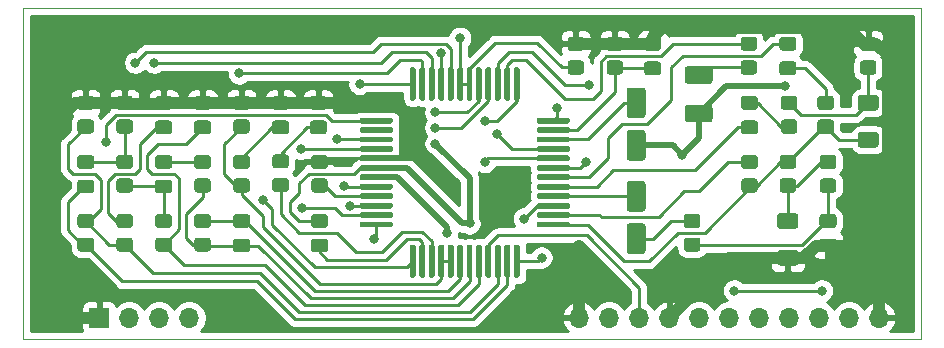
<source format=gbr>
%TF.GenerationSoftware,KiCad,Pcbnew,5.1.7-a382d34a8~87~ubuntu18.04.1*%
%TF.CreationDate,2020-10-31T20:21:00-04:00*%
%TF.ProjectId,DolbyS_NR_HIC,446f6c62-7953-45f4-9e52-5f4849432e6b,rev?*%
%TF.SameCoordinates,PXc65d400PY5d75c80*%
%TF.FileFunction,Copper,L1,Top*%
%TF.FilePolarity,Positive*%
%FSLAX46Y46*%
G04 Gerber Fmt 4.6, Leading zero omitted, Abs format (unit mm)*
G04 Created by KiCad (PCBNEW 5.1.7-a382d34a8~87~ubuntu18.04.1) date 2020-10-31 20:21:00*
%MOMM*%
%LPD*%
G01*
G04 APERTURE LIST*
%TA.AperFunction,Profile*%
%ADD10C,0.100000*%
%TD*%
%TA.AperFunction,ComponentPad*%
%ADD11R,1.700000X1.700000*%
%TD*%
%TA.AperFunction,ComponentPad*%
%ADD12O,1.700000X1.700000*%
%TD*%
%TA.AperFunction,ViaPad*%
%ADD13C,0.800000*%
%TD*%
%TA.AperFunction,Conductor*%
%ADD14C,1.016000*%
%TD*%
%TA.AperFunction,Conductor*%
%ADD15C,0.254000*%
%TD*%
%TA.AperFunction,Conductor*%
%ADD16C,0.508000*%
%TD*%
%TA.AperFunction,Conductor*%
%ADD17C,0.150000*%
%TD*%
G04 APERTURE END LIST*
D10*
X-76000000Y-27000000D02*
X-76000000Y1000000D01*
X0Y-27000000D02*
X-76000000Y-27000000D01*
X0Y1000000D02*
X0Y-27000000D01*
X-76000000Y1000000D02*
X0Y1000000D01*
D11*
%TO.P,J1,1*%
%TO.N,GND*%
X-69570000Y-25190000D03*
D12*
%TO.P,J1,2*%
%TO.N,VEE*%
X-67030000Y-25190000D03*
%TO.P,J1,3*%
%TO.N,VCC*%
X-64490000Y-25190000D03*
%TO.P,J1,4*%
%TO.N,Net-(J1-Pad4)*%
X-61950000Y-25190000D03*
%TO.P,J1,17*%
%TO.N,GND*%
X-28930000Y-25190000D03*
%TO.P,J1,18*%
%TO.N,Net-(J1-Pad18)*%
X-26390000Y-25190000D03*
%TO.P,J1,19*%
%TO.N,/ENC_OUT*%
X-23850000Y-25190000D03*
%TO.P,J1,20*%
%TO.N,GND*%
X-21310000Y-25190000D03*
%TO.P,J1,21*%
%TO.N,/ENC_FB*%
X-18770000Y-25190000D03*
%TO.P,J1,22*%
%TO.N,/ENC_IN*%
X-16230000Y-25190000D03*
%TO.P,J1,23*%
%TO.N,/DEC_FB*%
X-13690000Y-25190000D03*
%TO.P,J1,24*%
%TO.N,/SEL*%
X-11150000Y-25190000D03*
%TO.P,J1,25*%
%TO.N,/DEC_IN*%
X-8610000Y-25190000D03*
%TO.P,J1,26*%
%TO.N,/DEC_OUT*%
X-6070000Y-25190000D03*
%TO.P,J1,27*%
%TO.N,GND*%
X-3530000Y-25190000D03*
%TD*%
%TO.P,U1,48*%
%TO.N,Net-(C20-Pad1)*%
%TA.AperFunction,SMDPad,CuDef*%
G36*
G01*
X-32500000Y-8625000D02*
X-32500000Y-8375000D01*
G75*
G02*
X-32375000Y-8250000I125000J0D01*
G01*
X-29825000Y-8250000D01*
G75*
G02*
X-29700000Y-8375000I0J-125000D01*
G01*
X-29700000Y-8625000D01*
G75*
G02*
X-29825000Y-8750000I-125000J0D01*
G01*
X-32375000Y-8750000D01*
G75*
G02*
X-32500000Y-8625000I0J125000D01*
G01*
G37*
%TD.AperFunction*%
%TO.P,U1,47*%
%TO.N,Net-(C18-Pad1)*%
%TA.AperFunction,SMDPad,CuDef*%
G36*
G01*
X-32500000Y-9425000D02*
X-32500000Y-9175000D01*
G75*
G02*
X-32375000Y-9050000I125000J0D01*
G01*
X-29825000Y-9050000D01*
G75*
G02*
X-29700000Y-9175000I0J-125000D01*
G01*
X-29700000Y-9425000D01*
G75*
G02*
X-29825000Y-9550000I-125000J0D01*
G01*
X-32375000Y-9550000D01*
G75*
G02*
X-32500000Y-9425000I0J125000D01*
G01*
G37*
%TD.AperFunction*%
%TO.P,U1,38*%
%TO.N,Net-(R17-Pad1)*%
%TA.AperFunction,SMDPad,CuDef*%
G36*
G01*
X-32500000Y-16625000D02*
X-32500000Y-16375000D01*
G75*
G02*
X-32375000Y-16250000I125000J0D01*
G01*
X-29825000Y-16250000D01*
G75*
G02*
X-29700000Y-16375000I0J-125000D01*
G01*
X-29700000Y-16625000D01*
G75*
G02*
X-29825000Y-16750000I-125000J0D01*
G01*
X-32375000Y-16750000D01*
G75*
G02*
X-32500000Y-16625000I0J125000D01*
G01*
G37*
%TD.AperFunction*%
%TO.P,U1,40*%
%TO.N,Net-(C13-Pad1)*%
%TA.AperFunction,SMDPad,CuDef*%
G36*
G01*
X-32500000Y-15025000D02*
X-32500000Y-14775000D01*
G75*
G02*
X-32375000Y-14650000I125000J0D01*
G01*
X-29825000Y-14650000D01*
G75*
G02*
X-29700000Y-14775000I0J-125000D01*
G01*
X-29700000Y-15025000D01*
G75*
G02*
X-29825000Y-15150000I-125000J0D01*
G01*
X-32375000Y-15150000D01*
G75*
G02*
X-32500000Y-15025000I0J125000D01*
G01*
G37*
%TD.AperFunction*%
%TO.P,U1,37*%
%TO.N,Net-(C8-Pad2)*%
%TA.AperFunction,SMDPad,CuDef*%
G36*
G01*
X-32500000Y-17425000D02*
X-32500000Y-17175000D01*
G75*
G02*
X-32375000Y-17050000I125000J0D01*
G01*
X-29825000Y-17050000D01*
G75*
G02*
X-29700000Y-17175000I0J-125000D01*
G01*
X-29700000Y-17425000D01*
G75*
G02*
X-29825000Y-17550000I-125000J0D01*
G01*
X-32375000Y-17550000D01*
G75*
G02*
X-32500000Y-17425000I0J125000D01*
G01*
G37*
%TD.AperFunction*%
%TO.P,U1,44*%
%TO.N,Net-(C7-Pad1)*%
%TA.AperFunction,SMDPad,CuDef*%
G36*
G01*
X-32500000Y-11825000D02*
X-32500000Y-11575000D01*
G75*
G02*
X-32375000Y-11450000I125000J0D01*
G01*
X-29825000Y-11450000D01*
G75*
G02*
X-29700000Y-11575000I0J-125000D01*
G01*
X-29700000Y-11825000D01*
G75*
G02*
X-29825000Y-11950000I-125000J0D01*
G01*
X-32375000Y-11950000D01*
G75*
G02*
X-32500000Y-11825000I0J125000D01*
G01*
G37*
%TD.AperFunction*%
%TO.P,U1,43*%
%TO.N,Net-(C5-Pad1)*%
%TA.AperFunction,SMDPad,CuDef*%
G36*
G01*
X-32500000Y-12625000D02*
X-32500000Y-12375000D01*
G75*
G02*
X-32375000Y-12250000I125000J0D01*
G01*
X-29825000Y-12250000D01*
G75*
G02*
X-29700000Y-12375000I0J-125000D01*
G01*
X-29700000Y-12625000D01*
G75*
G02*
X-29825000Y-12750000I-125000J0D01*
G01*
X-32375000Y-12750000D01*
G75*
G02*
X-32500000Y-12625000I0J125000D01*
G01*
G37*
%TD.AperFunction*%
%TO.P,U1,41*%
%TO.N,Net-(C10-Pad1)*%
%TA.AperFunction,SMDPad,CuDef*%
G36*
G01*
X-32500000Y-14225000D02*
X-32500000Y-13975000D01*
G75*
G02*
X-32375000Y-13850000I125000J0D01*
G01*
X-29825000Y-13850000D01*
G75*
G02*
X-29700000Y-13975000I0J-125000D01*
G01*
X-29700000Y-14225000D01*
G75*
G02*
X-29825000Y-14350000I-125000J0D01*
G01*
X-32375000Y-14350000D01*
G75*
G02*
X-32500000Y-14225000I0J125000D01*
G01*
G37*
%TD.AperFunction*%
%TO.P,U1,46*%
%TO.N,Net-(C16-Pad1)*%
%TA.AperFunction,SMDPad,CuDef*%
G36*
G01*
X-32500000Y-10225000D02*
X-32500000Y-9975000D01*
G75*
G02*
X-32375000Y-9850000I125000J0D01*
G01*
X-29825000Y-9850000D01*
G75*
G02*
X-29700000Y-9975000I0J-125000D01*
G01*
X-29700000Y-10225000D01*
G75*
G02*
X-29825000Y-10350000I-125000J0D01*
G01*
X-32375000Y-10350000D01*
G75*
G02*
X-32500000Y-10225000I0J125000D01*
G01*
G37*
%TD.AperFunction*%
%TO.P,U1,39*%
%TO.N,Net-(R28-Pad1)*%
%TA.AperFunction,SMDPad,CuDef*%
G36*
G01*
X-32500000Y-15825000D02*
X-32500000Y-15575000D01*
G75*
G02*
X-32375000Y-15450000I125000J0D01*
G01*
X-29825000Y-15450000D01*
G75*
G02*
X-29700000Y-15575000I0J-125000D01*
G01*
X-29700000Y-15825000D01*
G75*
G02*
X-29825000Y-15950000I-125000J0D01*
G01*
X-32375000Y-15950000D01*
G75*
G02*
X-32500000Y-15825000I0J125000D01*
G01*
G37*
%TD.AperFunction*%
%TO.P,U1,42*%
%TO.N,Net-(C6-Pad1)*%
%TA.AperFunction,SMDPad,CuDef*%
G36*
G01*
X-32500000Y-13425000D02*
X-32500000Y-13175000D01*
G75*
G02*
X-32375000Y-13050000I125000J0D01*
G01*
X-29825000Y-13050000D01*
G75*
G02*
X-29700000Y-13175000I0J-125000D01*
G01*
X-29700000Y-13425000D01*
G75*
G02*
X-29825000Y-13550000I-125000J0D01*
G01*
X-32375000Y-13550000D01*
G75*
G02*
X-32500000Y-13425000I0J125000D01*
G01*
G37*
%TD.AperFunction*%
%TO.P,U1,45*%
%TO.N,Net-(R52-Pad1)*%
%TA.AperFunction,SMDPad,CuDef*%
G36*
G01*
X-32500000Y-11025000D02*
X-32500000Y-10775000D01*
G75*
G02*
X-32375000Y-10650000I125000J0D01*
G01*
X-29825000Y-10650000D01*
G75*
G02*
X-29700000Y-10775000I0J-125000D01*
G01*
X-29700000Y-11025000D01*
G75*
G02*
X-29825000Y-11150000I-125000J0D01*
G01*
X-32375000Y-11150000D01*
G75*
G02*
X-32500000Y-11025000I0J125000D01*
G01*
G37*
%TD.AperFunction*%
%TO.P,U1,36*%
%TO.N,Net-(C21-Pad1)*%
%TA.AperFunction,SMDPad,CuDef*%
G36*
G01*
X-34325000Y-19000000D02*
X-34075000Y-19000000D01*
G75*
G02*
X-33950000Y-19125000I0J-125000D01*
G01*
X-33950000Y-21675000D01*
G75*
G02*
X-34075000Y-21800000I-125000J0D01*
G01*
X-34325000Y-21800000D01*
G75*
G02*
X-34450000Y-21675000I0J125000D01*
G01*
X-34450000Y-19125000D01*
G75*
G02*
X-34325000Y-19000000I125000J0D01*
G01*
G37*
%TD.AperFunction*%
%TO.P,U1,35*%
%TO.N,Net-(C25-Pad1)*%
%TA.AperFunction,SMDPad,CuDef*%
G36*
G01*
X-35125000Y-19000000D02*
X-34875000Y-19000000D01*
G75*
G02*
X-34750000Y-19125000I0J-125000D01*
G01*
X-34750000Y-21675000D01*
G75*
G02*
X-34875000Y-21800000I-125000J0D01*
G01*
X-35125000Y-21800000D01*
G75*
G02*
X-35250000Y-21675000I0J125000D01*
G01*
X-35250000Y-19125000D01*
G75*
G02*
X-35125000Y-19000000I125000J0D01*
G01*
G37*
%TD.AperFunction*%
%TO.P,U1,26*%
%TO.N,Net-(C40-Pad1)*%
%TA.AperFunction,SMDPad,CuDef*%
G36*
G01*
X-42325000Y-19000000D02*
X-42075000Y-19000000D01*
G75*
G02*
X-41950000Y-19125000I0J-125000D01*
G01*
X-41950000Y-21675000D01*
G75*
G02*
X-42075000Y-21800000I-125000J0D01*
G01*
X-42325000Y-21800000D01*
G75*
G02*
X-42450000Y-21675000I0J125000D01*
G01*
X-42450000Y-19125000D01*
G75*
G02*
X-42325000Y-19000000I125000J0D01*
G01*
G37*
%TD.AperFunction*%
%TO.P,U1,28*%
%TO.N,/Dolby S Encoder/N2*%
%TA.AperFunction,SMDPad,CuDef*%
G36*
G01*
X-40725000Y-19000000D02*
X-40475000Y-19000000D01*
G75*
G02*
X-40350000Y-19125000I0J-125000D01*
G01*
X-40350000Y-21675000D01*
G75*
G02*
X-40475000Y-21800000I-125000J0D01*
G01*
X-40725000Y-21800000D01*
G75*
G02*
X-40850000Y-21675000I0J125000D01*
G01*
X-40850000Y-19125000D01*
G75*
G02*
X-40725000Y-19000000I125000J0D01*
G01*
G37*
%TD.AperFunction*%
%TO.P,U1,25*%
%TO.N,Net-(R45-Pad1)*%
%TA.AperFunction,SMDPad,CuDef*%
G36*
G01*
X-43125000Y-19000000D02*
X-42875000Y-19000000D01*
G75*
G02*
X-42750000Y-19125000I0J-125000D01*
G01*
X-42750000Y-21675000D01*
G75*
G02*
X-42875000Y-21800000I-125000J0D01*
G01*
X-43125000Y-21800000D01*
G75*
G02*
X-43250000Y-21675000I0J125000D01*
G01*
X-43250000Y-19125000D01*
G75*
G02*
X-43125000Y-19000000I125000J0D01*
G01*
G37*
%TD.AperFunction*%
%TO.P,U1,32*%
%TO.N,Net-(C29-Pad1)*%
%TA.AperFunction,SMDPad,CuDef*%
G36*
G01*
X-37525000Y-19000000D02*
X-37275000Y-19000000D01*
G75*
G02*
X-37150000Y-19125000I0J-125000D01*
G01*
X-37150000Y-21675000D01*
G75*
G02*
X-37275000Y-21800000I-125000J0D01*
G01*
X-37525000Y-21800000D01*
G75*
G02*
X-37650000Y-21675000I0J125000D01*
G01*
X-37650000Y-19125000D01*
G75*
G02*
X-37525000Y-19000000I125000J0D01*
G01*
G37*
%TD.AperFunction*%
%TO.P,U1,31*%
%TO.N,Net-(C33-Pad2)*%
%TA.AperFunction,SMDPad,CuDef*%
G36*
G01*
X-38325000Y-19000000D02*
X-38075000Y-19000000D01*
G75*
G02*
X-37950000Y-19125000I0J-125000D01*
G01*
X-37950000Y-21675000D01*
G75*
G02*
X-38075000Y-21800000I-125000J0D01*
G01*
X-38325000Y-21800000D01*
G75*
G02*
X-38450000Y-21675000I0J125000D01*
G01*
X-38450000Y-19125000D01*
G75*
G02*
X-38325000Y-19000000I125000J0D01*
G01*
G37*
%TD.AperFunction*%
%TO.P,U1,29*%
%TO.N,/Dolby S Encoder/N2*%
%TA.AperFunction,SMDPad,CuDef*%
G36*
G01*
X-39925000Y-19000000D02*
X-39675000Y-19000000D01*
G75*
G02*
X-39550000Y-19125000I0J-125000D01*
G01*
X-39550000Y-21675000D01*
G75*
G02*
X-39675000Y-21800000I-125000J0D01*
G01*
X-39925000Y-21800000D01*
G75*
G02*
X-40050000Y-21675000I0J125000D01*
G01*
X-40050000Y-19125000D01*
G75*
G02*
X-39925000Y-19000000I125000J0D01*
G01*
G37*
%TD.AperFunction*%
%TO.P,U1,34*%
%TO.N,Net-(R21-Pad1)*%
%TA.AperFunction,SMDPad,CuDef*%
G36*
G01*
X-35925000Y-19000000D02*
X-35675000Y-19000000D01*
G75*
G02*
X-35550000Y-19125000I0J-125000D01*
G01*
X-35550000Y-21675000D01*
G75*
G02*
X-35675000Y-21800000I-125000J0D01*
G01*
X-35925000Y-21800000D01*
G75*
G02*
X-36050000Y-21675000I0J125000D01*
G01*
X-36050000Y-19125000D01*
G75*
G02*
X-35925000Y-19000000I125000J0D01*
G01*
G37*
%TD.AperFunction*%
%TO.P,U1,27*%
%TO.N,Net-(R43-Pad1)*%
%TA.AperFunction,SMDPad,CuDef*%
G36*
G01*
X-41525000Y-19000000D02*
X-41275000Y-19000000D01*
G75*
G02*
X-41150000Y-19125000I0J-125000D01*
G01*
X-41150000Y-21675000D01*
G75*
G02*
X-41275000Y-21800000I-125000J0D01*
G01*
X-41525000Y-21800000D01*
G75*
G02*
X-41650000Y-21675000I0J125000D01*
G01*
X-41650000Y-19125000D01*
G75*
G02*
X-41525000Y-19000000I125000J0D01*
G01*
G37*
%TD.AperFunction*%
%TO.P,U1,30*%
%TO.N,Net-(C33-Pad1)*%
%TA.AperFunction,SMDPad,CuDef*%
G36*
G01*
X-39125000Y-19000000D02*
X-38875000Y-19000000D01*
G75*
G02*
X-38750000Y-19125000I0J-125000D01*
G01*
X-38750000Y-21675000D01*
G75*
G02*
X-38875000Y-21800000I-125000J0D01*
G01*
X-39125000Y-21800000D01*
G75*
G02*
X-39250000Y-21675000I0J125000D01*
G01*
X-39250000Y-19125000D01*
G75*
G02*
X-39125000Y-19000000I125000J0D01*
G01*
G37*
%TD.AperFunction*%
%TO.P,U1,33*%
%TO.N,/ENC_OUT*%
%TA.AperFunction,SMDPad,CuDef*%
G36*
G01*
X-36725000Y-19000000D02*
X-36475000Y-19000000D01*
G75*
G02*
X-36350000Y-19125000I0J-125000D01*
G01*
X-36350000Y-21675000D01*
G75*
G02*
X-36475000Y-21800000I-125000J0D01*
G01*
X-36725000Y-21800000D01*
G75*
G02*
X-36850000Y-21675000I0J125000D01*
G01*
X-36850000Y-19125000D01*
G75*
G02*
X-36725000Y-19000000I125000J0D01*
G01*
G37*
%TD.AperFunction*%
%TO.P,U1,13*%
%TO.N,Net-(R46-Pad2)*%
%TA.AperFunction,SMDPad,CuDef*%
G36*
G01*
X-47500000Y-8625000D02*
X-47500000Y-8375000D01*
G75*
G02*
X-47375000Y-8250000I125000J0D01*
G01*
X-44825000Y-8250000D01*
G75*
G02*
X-44700000Y-8375000I0J-125000D01*
G01*
X-44700000Y-8625000D01*
G75*
G02*
X-44825000Y-8750000I-125000J0D01*
G01*
X-47375000Y-8750000D01*
G75*
G02*
X-47500000Y-8625000I0J125000D01*
G01*
G37*
%TD.AperFunction*%
%TO.P,U1,14*%
%TO.N,Net-(U1-Pad14)*%
%TA.AperFunction,SMDPad,CuDef*%
G36*
G01*
X-47500000Y-9425000D02*
X-47500000Y-9175000D01*
G75*
G02*
X-47375000Y-9050000I125000J0D01*
G01*
X-44825000Y-9050000D01*
G75*
G02*
X-44700000Y-9175000I0J-125000D01*
G01*
X-44700000Y-9425000D01*
G75*
G02*
X-44825000Y-9550000I-125000J0D01*
G01*
X-47375000Y-9550000D01*
G75*
G02*
X-47500000Y-9425000I0J125000D01*
G01*
G37*
%TD.AperFunction*%
%TO.P,U1,23*%
%TO.N,Net-(R47-Pad2)*%
%TA.AperFunction,SMDPad,CuDef*%
G36*
G01*
X-47500000Y-16625000D02*
X-47500000Y-16375000D01*
G75*
G02*
X-47375000Y-16250000I125000J0D01*
G01*
X-44825000Y-16250000D01*
G75*
G02*
X-44700000Y-16375000I0J-125000D01*
G01*
X-44700000Y-16625000D01*
G75*
G02*
X-44825000Y-16750000I-125000J0D01*
G01*
X-47375000Y-16750000D01*
G75*
G02*
X-47500000Y-16625000I0J125000D01*
G01*
G37*
%TD.AperFunction*%
%TO.P,U1,21*%
%TO.N,Net-(R50-Pad2)*%
%TA.AperFunction,SMDPad,CuDef*%
G36*
G01*
X-47500000Y-15025000D02*
X-47500000Y-14775000D01*
G75*
G02*
X-47375000Y-14650000I125000J0D01*
G01*
X-44825000Y-14650000D01*
G75*
G02*
X-44700000Y-14775000I0J-125000D01*
G01*
X-44700000Y-15025000D01*
G75*
G02*
X-44825000Y-15150000I-125000J0D01*
G01*
X-47375000Y-15150000D01*
G75*
G02*
X-47500000Y-15025000I0J125000D01*
G01*
G37*
%TD.AperFunction*%
%TO.P,U1,24*%
%TO.N,Net-(C44-Pad1)*%
%TA.AperFunction,SMDPad,CuDef*%
G36*
G01*
X-47500000Y-17425000D02*
X-47500000Y-17175000D01*
G75*
G02*
X-47375000Y-17050000I125000J0D01*
G01*
X-44825000Y-17050000D01*
G75*
G02*
X-44700000Y-17175000I0J-125000D01*
G01*
X-44700000Y-17425000D01*
G75*
G02*
X-44825000Y-17550000I-125000J0D01*
G01*
X-47375000Y-17550000D01*
G75*
G02*
X-47500000Y-17425000I0J125000D01*
G01*
G37*
%TD.AperFunction*%
%TO.P,U1,17*%
%TO.N,GND*%
%TA.AperFunction,SMDPad,CuDef*%
G36*
G01*
X-47500000Y-11825000D02*
X-47500000Y-11575000D01*
G75*
G02*
X-47375000Y-11450000I125000J0D01*
G01*
X-44825000Y-11450000D01*
G75*
G02*
X-44700000Y-11575000I0J-125000D01*
G01*
X-44700000Y-11825000D01*
G75*
G02*
X-44825000Y-11950000I-125000J0D01*
G01*
X-47375000Y-11950000D01*
G75*
G02*
X-47500000Y-11825000I0J125000D01*
G01*
G37*
%TD.AperFunction*%
%TO.P,U1,18*%
%TO.N,VEE*%
%TA.AperFunction,SMDPad,CuDef*%
G36*
G01*
X-47500000Y-12625000D02*
X-47500000Y-12375000D01*
G75*
G02*
X-47375000Y-12250000I125000J0D01*
G01*
X-44825000Y-12250000D01*
G75*
G02*
X-44700000Y-12375000I0J-125000D01*
G01*
X-44700000Y-12625000D01*
G75*
G02*
X-44825000Y-12750000I-125000J0D01*
G01*
X-47375000Y-12750000D01*
G75*
G02*
X-47500000Y-12625000I0J125000D01*
G01*
G37*
%TD.AperFunction*%
%TO.P,U1,20*%
%TO.N,Net-(R51-Pad2)*%
%TA.AperFunction,SMDPad,CuDef*%
G36*
G01*
X-47500000Y-14225000D02*
X-47500000Y-13975000D01*
G75*
G02*
X-47375000Y-13850000I125000J0D01*
G01*
X-44825000Y-13850000D01*
G75*
G02*
X-44700000Y-13975000I0J-125000D01*
G01*
X-44700000Y-14225000D01*
G75*
G02*
X-44825000Y-14350000I-125000J0D01*
G01*
X-47375000Y-14350000D01*
G75*
G02*
X-47500000Y-14225000I0J125000D01*
G01*
G37*
%TD.AperFunction*%
%TO.P,U1,15*%
%TO.N,Net-(R48-Pad2)*%
%TA.AperFunction,SMDPad,CuDef*%
G36*
G01*
X-47500000Y-10225000D02*
X-47500000Y-9975000D01*
G75*
G02*
X-47375000Y-9850000I125000J0D01*
G01*
X-44825000Y-9850000D01*
G75*
G02*
X-44700000Y-9975000I0J-125000D01*
G01*
X-44700000Y-10225000D01*
G75*
G02*
X-44825000Y-10350000I-125000J0D01*
G01*
X-47375000Y-10350000D01*
G75*
G02*
X-47500000Y-10225000I0J125000D01*
G01*
G37*
%TD.AperFunction*%
%TO.P,U1,22*%
%TO.N,Net-(R49-Pad2)*%
%TA.AperFunction,SMDPad,CuDef*%
G36*
G01*
X-47500000Y-15825000D02*
X-47500000Y-15575000D01*
G75*
G02*
X-47375000Y-15450000I125000J0D01*
G01*
X-44825000Y-15450000D01*
G75*
G02*
X-44700000Y-15575000I0J-125000D01*
G01*
X-44700000Y-15825000D01*
G75*
G02*
X-44825000Y-15950000I-125000J0D01*
G01*
X-47375000Y-15950000D01*
G75*
G02*
X-47500000Y-15825000I0J125000D01*
G01*
G37*
%TD.AperFunction*%
%TO.P,U1,19*%
%TO.N,VCC*%
%TA.AperFunction,SMDPad,CuDef*%
G36*
G01*
X-47500000Y-13425000D02*
X-47500000Y-13175000D01*
G75*
G02*
X-47375000Y-13050000I125000J0D01*
G01*
X-44825000Y-13050000D01*
G75*
G02*
X-44700000Y-13175000I0J-125000D01*
G01*
X-44700000Y-13425000D01*
G75*
G02*
X-44825000Y-13550000I-125000J0D01*
G01*
X-47375000Y-13550000D01*
G75*
G02*
X-47500000Y-13425000I0J125000D01*
G01*
G37*
%TD.AperFunction*%
%TO.P,U1,16*%
%TO.N,Net-(C48-Pad1)*%
%TA.AperFunction,SMDPad,CuDef*%
G36*
G01*
X-47500000Y-11025000D02*
X-47500000Y-10775000D01*
G75*
G02*
X-47375000Y-10650000I125000J0D01*
G01*
X-44825000Y-10650000D01*
G75*
G02*
X-44700000Y-10775000I0J-125000D01*
G01*
X-44700000Y-11025000D01*
G75*
G02*
X-44825000Y-11150000I-125000J0D01*
G01*
X-47375000Y-11150000D01*
G75*
G02*
X-47500000Y-11025000I0J125000D01*
G01*
G37*
%TD.AperFunction*%
%TO.P,U1,12*%
%TO.N,Net-(C41-Pad1)*%
%TA.AperFunction,SMDPad,CuDef*%
G36*
G01*
X-43125000Y-4000000D02*
X-42875000Y-4000000D01*
G75*
G02*
X-42750000Y-4125000I0J-125000D01*
G01*
X-42750000Y-6675000D01*
G75*
G02*
X-42875000Y-6800000I-125000J0D01*
G01*
X-43125000Y-6800000D01*
G75*
G02*
X-43250000Y-6675000I0J125000D01*
G01*
X-43250000Y-4125000D01*
G75*
G02*
X-43125000Y-4000000I125000J0D01*
G01*
G37*
%TD.AperFunction*%
%TO.P,U1,11*%
%TO.N,Net-(R44-Pad2)*%
%TA.AperFunction,SMDPad,CuDef*%
G36*
G01*
X-42325000Y-4000000D02*
X-42075000Y-4000000D01*
G75*
G02*
X-41950000Y-4125000I0J-125000D01*
G01*
X-41950000Y-6675000D01*
G75*
G02*
X-42075000Y-6800000I-125000J0D01*
G01*
X-42325000Y-6800000D01*
G75*
G02*
X-42450000Y-6675000I0J125000D01*
G01*
X-42450000Y-4125000D01*
G75*
G02*
X-42325000Y-4000000I125000J0D01*
G01*
G37*
%TD.AperFunction*%
%TO.P,U1,10*%
%TO.N,Net-(R42-Pad2)*%
%TA.AperFunction,SMDPad,CuDef*%
G36*
G01*
X-41525000Y-4000000D02*
X-41275000Y-4000000D01*
G75*
G02*
X-41150000Y-4125000I0J-125000D01*
G01*
X-41150000Y-6675000D01*
G75*
G02*
X-41275000Y-6800000I-125000J0D01*
G01*
X-41525000Y-6800000D01*
G75*
G02*
X-41650000Y-6675000I0J125000D01*
G01*
X-41650000Y-4125000D01*
G75*
G02*
X-41525000Y-4000000I125000J0D01*
G01*
G37*
%TD.AperFunction*%
%TO.P,U1,9*%
%TO.N,Net-(R40-Pad2)*%
%TA.AperFunction,SMDPad,CuDef*%
G36*
G01*
X-40725000Y-4000000D02*
X-40475000Y-4000000D01*
G75*
G02*
X-40350000Y-4125000I0J-125000D01*
G01*
X-40350000Y-6675000D01*
G75*
G02*
X-40475000Y-6800000I-125000J0D01*
G01*
X-40725000Y-6800000D01*
G75*
G02*
X-40850000Y-6675000I0J125000D01*
G01*
X-40850000Y-4125000D01*
G75*
G02*
X-40725000Y-4000000I125000J0D01*
G01*
G37*
%TD.AperFunction*%
%TO.P,U1,8*%
%TO.N,Net-(R38-Pad2)*%
%TA.AperFunction,SMDPad,CuDef*%
G36*
G01*
X-39925000Y-4000000D02*
X-39675000Y-4000000D01*
G75*
G02*
X-39550000Y-4125000I0J-125000D01*
G01*
X-39550000Y-6675000D01*
G75*
G02*
X-39675000Y-6800000I-125000J0D01*
G01*
X-39925000Y-6800000D01*
G75*
G02*
X-40050000Y-6675000I0J125000D01*
G01*
X-40050000Y-4125000D01*
G75*
G02*
X-39925000Y-4000000I125000J0D01*
G01*
G37*
%TD.AperFunction*%
%TO.P,U1,7*%
%TO.N,/Dolby S Encoder/N1*%
%TA.AperFunction,SMDPad,CuDef*%
G36*
G01*
X-39125000Y-4000000D02*
X-38875000Y-4000000D01*
G75*
G02*
X-38750000Y-4125000I0J-125000D01*
G01*
X-38750000Y-6675000D01*
G75*
G02*
X-38875000Y-6800000I-125000J0D01*
G01*
X-39125000Y-6800000D01*
G75*
G02*
X-39250000Y-6675000I0J125000D01*
G01*
X-39250000Y-4125000D01*
G75*
G02*
X-39125000Y-4000000I125000J0D01*
G01*
G37*
%TD.AperFunction*%
%TO.P,U1,6*%
%TA.AperFunction,SMDPad,CuDef*%
G36*
G01*
X-38325000Y-4000000D02*
X-38075000Y-4000000D01*
G75*
G02*
X-37950000Y-4125000I0J-125000D01*
G01*
X-37950000Y-6675000D01*
G75*
G02*
X-38075000Y-6800000I-125000J0D01*
G01*
X-38325000Y-6800000D01*
G75*
G02*
X-38450000Y-6675000I0J125000D01*
G01*
X-38450000Y-4125000D01*
G75*
G02*
X-38325000Y-4000000I125000J0D01*
G01*
G37*
%TD.AperFunction*%
%TO.P,U1,5*%
%TO.N,Net-(C28-Pad2)*%
%TA.AperFunction,SMDPad,CuDef*%
G36*
G01*
X-37525000Y-4000000D02*
X-37275000Y-4000000D01*
G75*
G02*
X-37150000Y-4125000I0J-125000D01*
G01*
X-37150000Y-6675000D01*
G75*
G02*
X-37275000Y-6800000I-125000J0D01*
G01*
X-37525000Y-6800000D01*
G75*
G02*
X-37650000Y-6675000I0J125000D01*
G01*
X-37650000Y-4125000D01*
G75*
G02*
X-37525000Y-4000000I125000J0D01*
G01*
G37*
%TD.AperFunction*%
%TO.P,U1,4*%
%TO.N,Net-(C28-Pad1)*%
%TA.AperFunction,SMDPad,CuDef*%
G36*
G01*
X-36725000Y-4000000D02*
X-36475000Y-4000000D01*
G75*
G02*
X-36350000Y-4125000I0J-125000D01*
G01*
X-36350000Y-6675000D01*
G75*
G02*
X-36475000Y-6800000I-125000J0D01*
G01*
X-36725000Y-6800000D01*
G75*
G02*
X-36850000Y-6675000I0J125000D01*
G01*
X-36850000Y-4125000D01*
G75*
G02*
X-36725000Y-4000000I125000J0D01*
G01*
G37*
%TD.AperFunction*%
%TO.P,U1,3*%
%TO.N,Net-(C27-Pad1)*%
%TA.AperFunction,SMDPad,CuDef*%
G36*
G01*
X-35925000Y-4000000D02*
X-35675000Y-4000000D01*
G75*
G02*
X-35550000Y-4125000I0J-125000D01*
G01*
X-35550000Y-6675000D01*
G75*
G02*
X-35675000Y-6800000I-125000J0D01*
G01*
X-35925000Y-6800000D01*
G75*
G02*
X-36050000Y-6675000I0J125000D01*
G01*
X-36050000Y-4125000D01*
G75*
G02*
X-35925000Y-4000000I125000J0D01*
G01*
G37*
%TD.AperFunction*%
%TO.P,U1,2*%
%TO.N,Net-(R25-Pad1)*%
%TA.AperFunction,SMDPad,CuDef*%
G36*
G01*
X-35125000Y-4000000D02*
X-34875000Y-4000000D01*
G75*
G02*
X-34750000Y-4125000I0J-125000D01*
G01*
X-34750000Y-6675000D01*
G75*
G02*
X-34875000Y-6800000I-125000J0D01*
G01*
X-35125000Y-6800000D01*
G75*
G02*
X-35250000Y-6675000I0J125000D01*
G01*
X-35250000Y-4125000D01*
G75*
G02*
X-35125000Y-4000000I125000J0D01*
G01*
G37*
%TD.AperFunction*%
%TO.P,U1,1*%
%TO.N,Net-(C23-Pad1)*%
%TA.AperFunction,SMDPad,CuDef*%
G36*
G01*
X-34325000Y-4000000D02*
X-34075000Y-4000000D01*
G75*
G02*
X-33950000Y-4125000I0J-125000D01*
G01*
X-33950000Y-6675000D01*
G75*
G02*
X-34075000Y-6800000I-125000J0D01*
G01*
X-34325000Y-6800000D01*
G75*
G02*
X-34450000Y-6675000I0J125000D01*
G01*
X-34450000Y-4125000D01*
G75*
G02*
X-34325000Y-4000000I125000J0D01*
G01*
G37*
%TD.AperFunction*%
%TD*%
%TO.P,R50,2*%
%TO.N,Net-(R50-Pad2)*%
%TA.AperFunction,SMDPad,CuDef*%
G36*
G01*
X-51350001Y-13400000D02*
X-50449999Y-13400000D01*
G75*
G02*
X-50200000Y-13649999I0J-249999D01*
G01*
X-50200000Y-14350001D01*
G75*
G02*
X-50449999Y-14600000I-249999J0D01*
G01*
X-51350001Y-14600000D01*
G75*
G02*
X-51600000Y-14350001I0J249999D01*
G01*
X-51600000Y-13649999D01*
G75*
G02*
X-51350001Y-13400000I249999J0D01*
G01*
G37*
%TD.AperFunction*%
%TO.P,R50,1*%
%TO.N,GND*%
%TA.AperFunction,SMDPad,CuDef*%
G36*
G01*
X-51350001Y-11400000D02*
X-50449999Y-11400000D01*
G75*
G02*
X-50200000Y-11649999I0J-249999D01*
G01*
X-50200000Y-12350001D01*
G75*
G02*
X-50449999Y-12600000I-249999J0D01*
G01*
X-51350001Y-12600000D01*
G75*
G02*
X-51600000Y-12350001I0J249999D01*
G01*
X-51600000Y-11649999D01*
G75*
G02*
X-51350001Y-11400000I249999J0D01*
G01*
G37*
%TD.AperFunction*%
%TD*%
%TO.P,R43,2*%
%TO.N,Net-(C38-Pad1)*%
%TA.AperFunction,SMDPad,CuDef*%
G36*
G01*
X-53749999Y-12550000D02*
X-54650001Y-12550000D01*
G75*
G02*
X-54900000Y-12300001I0J249999D01*
G01*
X-54900000Y-11599999D01*
G75*
G02*
X-54650001Y-11350000I249999J0D01*
G01*
X-53749999Y-11350000D01*
G75*
G02*
X-53500000Y-11599999I0J-249999D01*
G01*
X-53500000Y-12300001D01*
G75*
G02*
X-53749999Y-12550000I-249999J0D01*
G01*
G37*
%TD.AperFunction*%
%TO.P,R43,1*%
%TO.N,Net-(R43-Pad1)*%
%TA.AperFunction,SMDPad,CuDef*%
G36*
G01*
X-53749999Y-14550000D02*
X-54650001Y-14550000D01*
G75*
G02*
X-54900000Y-14300001I0J249999D01*
G01*
X-54900000Y-13599999D01*
G75*
G02*
X-54650001Y-13350000I249999J0D01*
G01*
X-53749999Y-13350000D01*
G75*
G02*
X-53500000Y-13599999I0J-249999D01*
G01*
X-53500000Y-14300001D01*
G75*
G02*
X-53749999Y-14550000I-249999J0D01*
G01*
G37*
%TD.AperFunction*%
%TD*%
%TO.P,R41,2*%
%TO.N,GND*%
%TA.AperFunction,SMDPad,CuDef*%
G36*
G01*
X-57049999Y-7600000D02*
X-57950001Y-7600000D01*
G75*
G02*
X-58200000Y-7350001I0J249999D01*
G01*
X-58200000Y-6649999D01*
G75*
G02*
X-57950001Y-6400000I249999J0D01*
G01*
X-57049999Y-6400000D01*
G75*
G02*
X-56800000Y-6649999I0J-249999D01*
G01*
X-56800000Y-7350001D01*
G75*
G02*
X-57049999Y-7600000I-249999J0D01*
G01*
G37*
%TD.AperFunction*%
%TO.P,R41,1*%
%TO.N,/Dolby S Encoder/N2*%
%TA.AperFunction,SMDPad,CuDef*%
G36*
G01*
X-57049999Y-9600000D02*
X-57950001Y-9600000D01*
G75*
G02*
X-58200000Y-9350001I0J249999D01*
G01*
X-58200000Y-8649999D01*
G75*
G02*
X-57950001Y-8400000I249999J0D01*
G01*
X-57049999Y-8400000D01*
G75*
G02*
X-56800000Y-8649999I0J-249999D01*
G01*
X-56800000Y-9350001D01*
G75*
G02*
X-57049999Y-9600000I-249999J0D01*
G01*
G37*
%TD.AperFunction*%
%TD*%
%TO.P,R37,2*%
%TO.N,Net-(C34-Pad1)*%
%TA.AperFunction,SMDPad,CuDef*%
G36*
G01*
X-57049999Y-12600000D02*
X-57950001Y-12600000D01*
G75*
G02*
X-58200000Y-12350001I0J249999D01*
G01*
X-58200000Y-11649999D01*
G75*
G02*
X-57950001Y-11400000I249999J0D01*
G01*
X-57049999Y-11400000D01*
G75*
G02*
X-56800000Y-11649999I0J-249999D01*
G01*
X-56800000Y-12350001D01*
G75*
G02*
X-57049999Y-12600000I-249999J0D01*
G01*
G37*
%TD.AperFunction*%
%TO.P,R37,1*%
%TO.N,/Dolby S Encoder/N2*%
%TA.AperFunction,SMDPad,CuDef*%
G36*
G01*
X-57049999Y-14600000D02*
X-57950001Y-14600000D01*
G75*
G02*
X-58200000Y-14350001I0J249999D01*
G01*
X-58200000Y-13649999D01*
G75*
G02*
X-57950001Y-13400000I249999J0D01*
G01*
X-57049999Y-13400000D01*
G75*
G02*
X-56800000Y-13649999I0J-249999D01*
G01*
X-56800000Y-14350001D01*
G75*
G02*
X-57049999Y-14600000I-249999J0D01*
G01*
G37*
%TD.AperFunction*%
%TD*%
%TO.P,R36,2*%
%TO.N,/Dolby S Encoder/N1*%
%TA.AperFunction,SMDPad,CuDef*%
G36*
G01*
X-29650001Y-3400000D02*
X-28749999Y-3400000D01*
G75*
G02*
X-28500000Y-3649999I0J-249999D01*
G01*
X-28500000Y-4350001D01*
G75*
G02*
X-28749999Y-4600000I-249999J0D01*
G01*
X-29650001Y-4600000D01*
G75*
G02*
X-29900000Y-4350001I0J249999D01*
G01*
X-29900000Y-3649999D01*
G75*
G02*
X-29650001Y-3400000I249999J0D01*
G01*
G37*
%TD.AperFunction*%
%TO.P,R36,1*%
%TO.N,GND*%
%TA.AperFunction,SMDPad,CuDef*%
G36*
G01*
X-29650001Y-1400000D02*
X-28749999Y-1400000D01*
G75*
G02*
X-28500000Y-1649999I0J-249999D01*
G01*
X-28500000Y-2350001D01*
G75*
G02*
X-28749999Y-2600000I-249999J0D01*
G01*
X-29650001Y-2600000D01*
G75*
G02*
X-29900000Y-2350001I0J249999D01*
G01*
X-29900000Y-1649999D01*
G75*
G02*
X-29650001Y-1400000I249999J0D01*
G01*
G37*
%TD.AperFunction*%
%TD*%
%TO.P,R35,2*%
%TO.N,Net-(C33-Pad2)*%
%TA.AperFunction,SMDPad,CuDef*%
G36*
G01*
X-61250001Y-18400000D02*
X-60349999Y-18400000D01*
G75*
G02*
X-60100000Y-18649999I0J-249999D01*
G01*
X-60100000Y-19350001D01*
G75*
G02*
X-60349999Y-19600000I-249999J0D01*
G01*
X-61250001Y-19600000D01*
G75*
G02*
X-61500000Y-19350001I0J249999D01*
G01*
X-61500000Y-18649999D01*
G75*
G02*
X-61250001Y-18400000I249999J0D01*
G01*
G37*
%TD.AperFunction*%
%TO.P,R35,1*%
%TO.N,Net-(C33-Pad1)*%
%TA.AperFunction,SMDPad,CuDef*%
G36*
G01*
X-61250001Y-16400000D02*
X-60349999Y-16400000D01*
G75*
G02*
X-60100000Y-16649999I0J-249999D01*
G01*
X-60100000Y-17350001D01*
G75*
G02*
X-60349999Y-17600000I-249999J0D01*
G01*
X-61250001Y-17600000D01*
G75*
G02*
X-61500000Y-17350001I0J249999D01*
G01*
X-61500000Y-16649999D01*
G75*
G02*
X-61250001Y-16400000I249999J0D01*
G01*
G37*
%TD.AperFunction*%
%TD*%
%TO.P,R34,2*%
%TO.N,Net-(C30-Pad1)*%
%TA.AperFunction,SMDPad,CuDef*%
G36*
G01*
X-60349999Y-12600000D02*
X-61250001Y-12600000D01*
G75*
G02*
X-61500000Y-12350001I0J249999D01*
G01*
X-61500000Y-11649999D01*
G75*
G02*
X-61250001Y-11400000I249999J0D01*
G01*
X-60349999Y-11400000D01*
G75*
G02*
X-60100000Y-11649999I0J-249999D01*
G01*
X-60100000Y-12350001D01*
G75*
G02*
X-60349999Y-12600000I-249999J0D01*
G01*
G37*
%TD.AperFunction*%
%TO.P,R34,1*%
%TO.N,Net-(C33-Pad2)*%
%TA.AperFunction,SMDPad,CuDef*%
G36*
G01*
X-60349999Y-14600000D02*
X-61250001Y-14600000D01*
G75*
G02*
X-61500000Y-14350001I0J249999D01*
G01*
X-61500000Y-13649999D01*
G75*
G02*
X-61250001Y-13400000I249999J0D01*
G01*
X-60349999Y-13400000D01*
G75*
G02*
X-60100000Y-13649999I0J-249999D01*
G01*
X-60100000Y-14350001D01*
G75*
G02*
X-60349999Y-14600000I-249999J0D01*
G01*
G37*
%TD.AperFunction*%
%TD*%
%TO.P,R31,2*%
%TO.N,Net-(C30-Pad2)*%
%TA.AperFunction,SMDPad,CuDef*%
G36*
G01*
X-63649999Y-17600000D02*
X-64550001Y-17600000D01*
G75*
G02*
X-64800000Y-17350001I0J249999D01*
G01*
X-64800000Y-16649999D01*
G75*
G02*
X-64550001Y-16400000I249999J0D01*
G01*
X-63649999Y-16400000D01*
G75*
G02*
X-63400000Y-16649999I0J-249999D01*
G01*
X-63400000Y-17350001D01*
G75*
G02*
X-63649999Y-17600000I-249999J0D01*
G01*
G37*
%TD.AperFunction*%
%TO.P,R31,1*%
%TO.N,Net-(C29-Pad1)*%
%TA.AperFunction,SMDPad,CuDef*%
G36*
G01*
X-63649999Y-19600000D02*
X-64550001Y-19600000D01*
G75*
G02*
X-64800000Y-19350001I0J249999D01*
G01*
X-64800000Y-18649999D01*
G75*
G02*
X-64550001Y-18400000I249999J0D01*
G01*
X-63649999Y-18400000D01*
G75*
G02*
X-63400000Y-18649999I0J-249999D01*
G01*
X-63400000Y-19350001D01*
G75*
G02*
X-63649999Y-19600000I-249999J0D01*
G01*
G37*
%TD.AperFunction*%
%TD*%
%TO.P,R30,2*%
%TO.N,Net-(C25-Pad2)*%
%TA.AperFunction,SMDPad,CuDef*%
G36*
G01*
X-66949999Y-12600000D02*
X-67850001Y-12600000D01*
G75*
G02*
X-68100000Y-12350001I0J249999D01*
G01*
X-68100000Y-11649999D01*
G75*
G02*
X-67850001Y-11400000I249999J0D01*
G01*
X-66949999Y-11400000D01*
G75*
G02*
X-66700000Y-11649999I0J-249999D01*
G01*
X-66700000Y-12350001D01*
G75*
G02*
X-66949999Y-12600000I-249999J0D01*
G01*
G37*
%TD.AperFunction*%
%TO.P,R30,1*%
%TO.N,Net-(C30-Pad2)*%
%TA.AperFunction,SMDPad,CuDef*%
G36*
G01*
X-66949999Y-14600000D02*
X-67850001Y-14600000D01*
G75*
G02*
X-68100000Y-14350001I0J249999D01*
G01*
X-68100000Y-13649999D01*
G75*
G02*
X-67850001Y-13400000I249999J0D01*
G01*
X-66949999Y-13400000D01*
G75*
G02*
X-66700000Y-13649999I0J-249999D01*
G01*
X-66700000Y-14350001D01*
G75*
G02*
X-66949999Y-14600000I-249999J0D01*
G01*
G37*
%TD.AperFunction*%
%TD*%
%TO.P,R27,2*%
%TO.N,Net-(C25-Pad2)*%
%TA.AperFunction,SMDPad,CuDef*%
G36*
G01*
X-67850001Y-8400000D02*
X-66949999Y-8400000D01*
G75*
G02*
X-66700000Y-8649999I0J-249999D01*
G01*
X-66700000Y-9350001D01*
G75*
G02*
X-66949999Y-9600000I-249999J0D01*
G01*
X-67850001Y-9600000D01*
G75*
G02*
X-68100000Y-9350001I0J249999D01*
G01*
X-68100000Y-8649999D01*
G75*
G02*
X-67850001Y-8400000I249999J0D01*
G01*
G37*
%TD.AperFunction*%
%TO.P,R27,1*%
%TO.N,GND*%
%TA.AperFunction,SMDPad,CuDef*%
G36*
G01*
X-67850001Y-6400000D02*
X-66949999Y-6400000D01*
G75*
G02*
X-66700000Y-6649999I0J-249999D01*
G01*
X-66700000Y-7350001D01*
G75*
G02*
X-66949999Y-7600000I-249999J0D01*
G01*
X-67850001Y-7600000D01*
G75*
G02*
X-68100000Y-7350001I0J249999D01*
G01*
X-68100000Y-6649999D01*
G75*
G02*
X-67850001Y-6400000I249999J0D01*
G01*
G37*
%TD.AperFunction*%
%TD*%
%TO.P,R25,2*%
%TO.N,Net-(C26-Pad1)*%
%TA.AperFunction,SMDPad,CuDef*%
G36*
G01*
X-15000001Y-3400000D02*
X-14099999Y-3400000D01*
G75*
G02*
X-13850000Y-3649999I0J-249999D01*
G01*
X-13850000Y-4350001D01*
G75*
G02*
X-14099999Y-4600000I-249999J0D01*
G01*
X-15000001Y-4600000D01*
G75*
G02*
X-15250000Y-4350001I0J249999D01*
G01*
X-15250000Y-3649999D01*
G75*
G02*
X-15000001Y-3400000I249999J0D01*
G01*
G37*
%TD.AperFunction*%
%TO.P,R25,1*%
%TO.N,Net-(R25-Pad1)*%
%TA.AperFunction,SMDPad,CuDef*%
G36*
G01*
X-15000001Y-1400000D02*
X-14099999Y-1400000D01*
G75*
G02*
X-13850000Y-1649999I0J-249999D01*
G01*
X-13850000Y-2350001D01*
G75*
G02*
X-14099999Y-2600000I-249999J0D01*
G01*
X-15000001Y-2600000D01*
G75*
G02*
X-15250000Y-2350001I0J249999D01*
G01*
X-15250000Y-1649999D01*
G75*
G02*
X-15000001Y-1400000I249999J0D01*
G01*
G37*
%TD.AperFunction*%
%TD*%
%TO.P,R23,2*%
%TO.N,Net-(C22-Pad1)*%
%TA.AperFunction,SMDPad,CuDef*%
G36*
G01*
X-66949999Y-17600000D02*
X-67850001Y-17600000D01*
G75*
G02*
X-68100000Y-17350001I0J249999D01*
G01*
X-68100000Y-16649999D01*
G75*
G02*
X-67850001Y-16400000I249999J0D01*
G01*
X-66949999Y-16400000D01*
G75*
G02*
X-66700000Y-16649999I0J-249999D01*
G01*
X-66700000Y-17350001D01*
G75*
G02*
X-66949999Y-17600000I-249999J0D01*
G01*
G37*
%TD.AperFunction*%
%TO.P,R23,1*%
%TO.N,Net-(R21-Pad1)*%
%TA.AperFunction,SMDPad,CuDef*%
G36*
G01*
X-66949999Y-19600000D02*
X-67850001Y-19600000D01*
G75*
G02*
X-68100000Y-19350001I0J249999D01*
G01*
X-68100000Y-18649999D01*
G75*
G02*
X-67850001Y-18400000I249999J0D01*
G01*
X-66949999Y-18400000D01*
G75*
G02*
X-66700000Y-18649999I0J-249999D01*
G01*
X-66700000Y-19350001D01*
G75*
G02*
X-66949999Y-19600000I-249999J0D01*
G01*
G37*
%TD.AperFunction*%
%TD*%
%TO.P,R22,2*%
%TO.N,Net-(C25-Pad1)*%
%TA.AperFunction,SMDPad,CuDef*%
G36*
G01*
X-71150001Y-18400000D02*
X-70249999Y-18400000D01*
G75*
G02*
X-70000000Y-18649999I0J-249999D01*
G01*
X-70000000Y-19350001D01*
G75*
G02*
X-70249999Y-19600000I-249999J0D01*
G01*
X-71150001Y-19600000D01*
G75*
G02*
X-71400000Y-19350001I0J249999D01*
G01*
X-71400000Y-18649999D01*
G75*
G02*
X-71150001Y-18400000I249999J0D01*
G01*
G37*
%TD.AperFunction*%
%TO.P,R22,1*%
%TO.N,Net-(R21-Pad1)*%
%TA.AperFunction,SMDPad,CuDef*%
G36*
G01*
X-71150001Y-16400000D02*
X-70249999Y-16400000D01*
G75*
G02*
X-70000000Y-16649999I0J-249999D01*
G01*
X-70000000Y-17350001D01*
G75*
G02*
X-70249999Y-17600000I-249999J0D01*
G01*
X-71150001Y-17600000D01*
G75*
G02*
X-71400000Y-17350001I0J249999D01*
G01*
X-71400000Y-16649999D01*
G75*
G02*
X-71150001Y-16400000I249999J0D01*
G01*
G37*
%TD.AperFunction*%
%TD*%
%TO.P,R21,2*%
%TO.N,GND*%
%TA.AperFunction,SMDPad,CuDef*%
G36*
G01*
X-70249999Y-7600000D02*
X-71150001Y-7600000D01*
G75*
G02*
X-71400000Y-7350001I0J249999D01*
G01*
X-71400000Y-6649999D01*
G75*
G02*
X-71150001Y-6400000I249999J0D01*
G01*
X-70249999Y-6400000D01*
G75*
G02*
X-70000000Y-6649999I0J-249999D01*
G01*
X-70000000Y-7350001D01*
G75*
G02*
X-70249999Y-7600000I-249999J0D01*
G01*
G37*
%TD.AperFunction*%
%TO.P,R21,1*%
%TO.N,Net-(R21-Pad1)*%
%TA.AperFunction,SMDPad,CuDef*%
G36*
G01*
X-70249999Y-9600000D02*
X-71150001Y-9600000D01*
G75*
G02*
X-71400000Y-9350001I0J249999D01*
G01*
X-71400000Y-8649999D01*
G75*
G02*
X-71150001Y-8400000I249999J0D01*
G01*
X-70249999Y-8400000D01*
G75*
G02*
X-70000000Y-8649999I0J-249999D01*
G01*
X-70000000Y-9350001D01*
G75*
G02*
X-70249999Y-9600000I-249999J0D01*
G01*
G37*
%TD.AperFunction*%
%TD*%
%TO.P,R18,2*%
%TO.N,GND*%
%TA.AperFunction,SMDPad,CuDef*%
G36*
G01*
X-25449999Y-2600000D02*
X-26350001Y-2600000D01*
G75*
G02*
X-26600000Y-2350001I0J249999D01*
G01*
X-26600000Y-1649999D01*
G75*
G02*
X-26350001Y-1400000I249999J0D01*
G01*
X-25449999Y-1400000D01*
G75*
G02*
X-25200000Y-1649999I0J-249999D01*
G01*
X-25200000Y-2350001D01*
G75*
G02*
X-25449999Y-2600000I-249999J0D01*
G01*
G37*
%TD.AperFunction*%
%TO.P,R18,1*%
%TO.N,Net-(C18-Pad1)*%
%TA.AperFunction,SMDPad,CuDef*%
G36*
G01*
X-25449999Y-4600000D02*
X-26350001Y-4600000D01*
G75*
G02*
X-26600000Y-4350001I0J249999D01*
G01*
X-26600000Y-3649999D01*
G75*
G02*
X-26350001Y-3400000I249999J0D01*
G01*
X-25449999Y-3400000D01*
G75*
G02*
X-25200000Y-3649999I0J-249999D01*
G01*
X-25200000Y-4350001D01*
G75*
G02*
X-25449999Y-4600000I-249999J0D01*
G01*
G37*
%TD.AperFunction*%
%TD*%
%TO.P,R17,2*%
%TO.N,Net-(C8-Pad2)*%
%TA.AperFunction,SMDPad,CuDef*%
G36*
G01*
X-14950001Y-13400000D02*
X-14049999Y-13400000D01*
G75*
G02*
X-13800000Y-13649999I0J-249999D01*
G01*
X-13800000Y-14350001D01*
G75*
G02*
X-14049999Y-14600000I-249999J0D01*
G01*
X-14950001Y-14600000D01*
G75*
G02*
X-15200000Y-14350001I0J249999D01*
G01*
X-15200000Y-13649999D01*
G75*
G02*
X-14950001Y-13400000I249999J0D01*
G01*
G37*
%TD.AperFunction*%
%TO.P,R17,1*%
%TO.N,Net-(R17-Pad1)*%
%TA.AperFunction,SMDPad,CuDef*%
G36*
G01*
X-14950001Y-11400000D02*
X-14049999Y-11400000D01*
G75*
G02*
X-13800000Y-11649999I0J-249999D01*
G01*
X-13800000Y-12350001D01*
G75*
G02*
X-14049999Y-12600000I-249999J0D01*
G01*
X-14950001Y-12600000D01*
G75*
G02*
X-15200000Y-12350001I0J249999D01*
G01*
X-15200000Y-11649999D01*
G75*
G02*
X-14950001Y-11400000I249999J0D01*
G01*
G37*
%TD.AperFunction*%
%TD*%
%TO.P,R13,2*%
%TO.N,Net-(C8-Pad2)*%
%TA.AperFunction,SMDPad,CuDef*%
G36*
G01*
X-10799999Y-12600000D02*
X-11700001Y-12600000D01*
G75*
G02*
X-11950000Y-12350001I0J249999D01*
G01*
X-11950000Y-11649999D01*
G75*
G02*
X-11700001Y-11400000I249999J0D01*
G01*
X-10799999Y-11400000D01*
G75*
G02*
X-10550000Y-11649999I0J-249999D01*
G01*
X-10550000Y-12350001D01*
G75*
G02*
X-10799999Y-12600000I-249999J0D01*
G01*
G37*
%TD.AperFunction*%
%TO.P,R13,1*%
%TO.N,Net-(C15-Pad1)*%
%TA.AperFunction,SMDPad,CuDef*%
G36*
G01*
X-10799999Y-14600000D02*
X-11700001Y-14600000D01*
G75*
G02*
X-11950000Y-14350001I0J249999D01*
G01*
X-11950000Y-13649999D01*
G75*
G02*
X-11700001Y-13400000I249999J0D01*
G01*
X-10799999Y-13400000D01*
G75*
G02*
X-10550000Y-13649999I0J-249999D01*
G01*
X-10550000Y-14350001D01*
G75*
G02*
X-10799999Y-14600000I-249999J0D01*
G01*
G37*
%TD.AperFunction*%
%TD*%
%TO.P,R12,2*%
%TO.N,Net-(C14-Pad1)*%
%TA.AperFunction,SMDPad,CuDef*%
G36*
G01*
X-8300001Y-13400000D02*
X-7399999Y-13400000D01*
G75*
G02*
X-7150000Y-13649999I0J-249999D01*
G01*
X-7150000Y-14350001D01*
G75*
G02*
X-7399999Y-14600000I-249999J0D01*
G01*
X-8300001Y-14600000D01*
G75*
G02*
X-8550000Y-14350001I0J249999D01*
G01*
X-8550000Y-13649999D01*
G75*
G02*
X-8300001Y-13400000I249999J0D01*
G01*
G37*
%TD.AperFunction*%
%TO.P,R12,1*%
%TO.N,Net-(C15-Pad1)*%
%TA.AperFunction,SMDPad,CuDef*%
G36*
G01*
X-8300001Y-11400000D02*
X-7399999Y-11400000D01*
G75*
G02*
X-7150000Y-11649999I0J-249999D01*
G01*
X-7150000Y-12350001D01*
G75*
G02*
X-7399999Y-12600000I-249999J0D01*
G01*
X-8300001Y-12600000D01*
G75*
G02*
X-8550000Y-12350001I0J249999D01*
G01*
X-8550000Y-11649999D01*
G75*
G02*
X-8300001Y-11400000I249999J0D01*
G01*
G37*
%TD.AperFunction*%
%TD*%
%TO.P,R11,2*%
%TO.N,Net-(C14-Pad1)*%
%TA.AperFunction,SMDPad,CuDef*%
G36*
G01*
X-19800001Y-18400000D02*
X-18899999Y-18400000D01*
G75*
G02*
X-18650000Y-18649999I0J-249999D01*
G01*
X-18650000Y-19350001D01*
G75*
G02*
X-18899999Y-19600000I-249999J0D01*
G01*
X-19800001Y-19600000D01*
G75*
G02*
X-20050000Y-19350001I0J249999D01*
G01*
X-20050000Y-18649999D01*
G75*
G02*
X-19800001Y-18400000I249999J0D01*
G01*
G37*
%TD.AperFunction*%
%TO.P,R11,1*%
%TO.N,Net-(C13-Pad2)*%
%TA.AperFunction,SMDPad,CuDef*%
G36*
G01*
X-19800001Y-16400000D02*
X-18899999Y-16400000D01*
G75*
G02*
X-18650000Y-16649999I0J-249999D01*
G01*
X-18650000Y-17350001D01*
G75*
G02*
X-18899999Y-17600000I-249999J0D01*
G01*
X-19800001Y-17600000D01*
G75*
G02*
X-20050000Y-17350001I0J249999D01*
G01*
X-20050000Y-16649999D01*
G75*
G02*
X-19800001Y-16400000I249999J0D01*
G01*
G37*
%TD.AperFunction*%
%TD*%
%TO.P,R9,2*%
%TO.N,Net-(C8-Pad1)*%
%TA.AperFunction,SMDPad,CuDef*%
G36*
G01*
X-4900001Y-3400000D02*
X-3999999Y-3400000D01*
G75*
G02*
X-3750000Y-3649999I0J-249999D01*
G01*
X-3750000Y-4350001D01*
G75*
G02*
X-3999999Y-4600000I-249999J0D01*
G01*
X-4900001Y-4600000D01*
G75*
G02*
X-5150000Y-4350001I0J249999D01*
G01*
X-5150000Y-3649999D01*
G75*
G02*
X-4900001Y-3400000I249999J0D01*
G01*
G37*
%TD.AperFunction*%
%TO.P,R9,1*%
%TO.N,GND*%
%TA.AperFunction,SMDPad,CuDef*%
G36*
G01*
X-4900001Y-1400000D02*
X-3999999Y-1400000D01*
G75*
G02*
X-3750000Y-1649999I0J-249999D01*
G01*
X-3750000Y-2350001D01*
G75*
G02*
X-3999999Y-2600000I-249999J0D01*
G01*
X-4900001Y-2600000D01*
G75*
G02*
X-5150000Y-2350001I0J249999D01*
G01*
X-5150000Y-1649999D01*
G75*
G02*
X-4900001Y-1400000I249999J0D01*
G01*
G37*
%TD.AperFunction*%
%TD*%
%TO.P,R7,2*%
%TO.N,Net-(C8-Pad1)*%
%TA.AperFunction,SMDPad,CuDef*%
G36*
G01*
X-10699999Y-7600000D02*
X-11600001Y-7600000D01*
G75*
G02*
X-11850000Y-7350001I0J249999D01*
G01*
X-11850000Y-6649999D01*
G75*
G02*
X-11600001Y-6400000I249999J0D01*
G01*
X-10699999Y-6400000D01*
G75*
G02*
X-10450000Y-6649999I0J-249999D01*
G01*
X-10450000Y-7350001D01*
G75*
G02*
X-10699999Y-7600000I-249999J0D01*
G01*
G37*
%TD.AperFunction*%
%TO.P,R7,1*%
%TO.N,Net-(C10-Pad2)*%
%TA.AperFunction,SMDPad,CuDef*%
G36*
G01*
X-10699999Y-9600000D02*
X-11600001Y-9600000D01*
G75*
G02*
X-11850000Y-9350001I0J249999D01*
G01*
X-11850000Y-8649999D01*
G75*
G02*
X-11600001Y-8400000I249999J0D01*
G01*
X-10699999Y-8400000D01*
G75*
G02*
X-10450000Y-8649999I0J-249999D01*
G01*
X-10450000Y-9350001D01*
G75*
G02*
X-10699999Y-9600000I-249999J0D01*
G01*
G37*
%TD.AperFunction*%
%TD*%
%TO.P,R6,2*%
%TO.N,Net-(C8-Pad2)*%
%TA.AperFunction,SMDPad,CuDef*%
G36*
G01*
X-8500001Y-8400000D02*
X-7599999Y-8400000D01*
G75*
G02*
X-7350000Y-8649999I0J-249999D01*
G01*
X-7350000Y-9350001D01*
G75*
G02*
X-7599999Y-9600000I-249999J0D01*
G01*
X-8500001Y-9600000D01*
G75*
G02*
X-8750000Y-9350001I0J249999D01*
G01*
X-8750000Y-8649999D01*
G75*
G02*
X-8500001Y-8400000I249999J0D01*
G01*
G37*
%TD.AperFunction*%
%TO.P,R6,1*%
%TO.N,Net-(C6-Pad2)*%
%TA.AperFunction,SMDPad,CuDef*%
G36*
G01*
X-8500001Y-6400000D02*
X-7599999Y-6400000D01*
G75*
G02*
X-7350000Y-6649999I0J-249999D01*
G01*
X-7350000Y-7350001D01*
G75*
G02*
X-7599999Y-7600000I-249999J0D01*
G01*
X-8500001Y-7600000D01*
G75*
G02*
X-8750000Y-7350001I0J249999D01*
G01*
X-8750000Y-6649999D01*
G75*
G02*
X-8500001Y-6400000I249999J0D01*
G01*
G37*
%TD.AperFunction*%
%TD*%
%TO.P,C40,2*%
%TO.N,VEE*%
%TA.AperFunction,SMDPad,CuDef*%
G36*
G01*
X-50425000Y-17587500D02*
X-51375000Y-17587500D01*
G75*
G02*
X-51625000Y-17337500I0J250000D01*
G01*
X-51625000Y-16662500D01*
G75*
G02*
X-51375000Y-16412500I250000J0D01*
G01*
X-50425000Y-16412500D01*
G75*
G02*
X-50175000Y-16662500I0J-250000D01*
G01*
X-50175000Y-17337500D01*
G75*
G02*
X-50425000Y-17587500I-250000J0D01*
G01*
G37*
%TD.AperFunction*%
%TO.P,C40,1*%
%TO.N,Net-(C40-Pad1)*%
%TA.AperFunction,SMDPad,CuDef*%
G36*
G01*
X-50425000Y-19662500D02*
X-51375000Y-19662500D01*
G75*
G02*
X-51625000Y-19412500I0J250000D01*
G01*
X-51625000Y-18737500D01*
G75*
G02*
X-51375000Y-18487500I250000J0D01*
G01*
X-50425000Y-18487500D01*
G75*
G02*
X-50175000Y-18737500I0J-250000D01*
G01*
X-50175000Y-19412500D01*
G75*
G02*
X-50425000Y-19662500I-250000J0D01*
G01*
G37*
%TD.AperFunction*%
%TD*%
%TO.P,C38,2*%
%TO.N,GND*%
%TA.AperFunction,SMDPad,CuDef*%
G36*
G01*
X-50525000Y-7587500D02*
X-51475000Y-7587500D01*
G75*
G02*
X-51725000Y-7337500I0J250000D01*
G01*
X-51725000Y-6662500D01*
G75*
G02*
X-51475000Y-6412500I250000J0D01*
G01*
X-50525000Y-6412500D01*
G75*
G02*
X-50275000Y-6662500I0J-250000D01*
G01*
X-50275000Y-7337500D01*
G75*
G02*
X-50525000Y-7587500I-250000J0D01*
G01*
G37*
%TD.AperFunction*%
%TO.P,C38,1*%
%TO.N,Net-(C38-Pad1)*%
%TA.AperFunction,SMDPad,CuDef*%
G36*
G01*
X-50525000Y-9662500D02*
X-51475000Y-9662500D01*
G75*
G02*
X-51725000Y-9412500I0J250000D01*
G01*
X-51725000Y-8737500D01*
G75*
G02*
X-51475000Y-8487500I250000J0D01*
G01*
X-50525000Y-8487500D01*
G75*
G02*
X-50275000Y-8737500I0J-250000D01*
G01*
X-50275000Y-9412500D01*
G75*
G02*
X-50525000Y-9662500I-250000J0D01*
G01*
G37*
%TD.AperFunction*%
%TD*%
%TO.P,C34,2*%
%TO.N,GND*%
%TA.AperFunction,SMDPad,CuDef*%
G36*
G01*
X-53725000Y-7587500D02*
X-54675000Y-7587500D01*
G75*
G02*
X-54925000Y-7337500I0J250000D01*
G01*
X-54925000Y-6662500D01*
G75*
G02*
X-54675000Y-6412500I250000J0D01*
G01*
X-53725000Y-6412500D01*
G75*
G02*
X-53475000Y-6662500I0J-250000D01*
G01*
X-53475000Y-7337500D01*
G75*
G02*
X-53725000Y-7587500I-250000J0D01*
G01*
G37*
%TD.AperFunction*%
%TO.P,C34,1*%
%TO.N,Net-(C34-Pad1)*%
%TA.AperFunction,SMDPad,CuDef*%
G36*
G01*
X-53725000Y-9662500D02*
X-54675000Y-9662500D01*
G75*
G02*
X-54925000Y-9412500I0J250000D01*
G01*
X-54925000Y-8737500D01*
G75*
G02*
X-54675000Y-8487500I250000J0D01*
G01*
X-53725000Y-8487500D01*
G75*
G02*
X-53475000Y-8737500I0J-250000D01*
G01*
X-53475000Y-9412500D01*
G75*
G02*
X-53725000Y-9662500I-250000J0D01*
G01*
G37*
%TD.AperFunction*%
%TD*%
%TO.P,C33,2*%
%TO.N,Net-(C33-Pad2)*%
%TA.AperFunction,SMDPad,CuDef*%
G36*
G01*
X-57975000Y-18487500D02*
X-57025000Y-18487500D01*
G75*
G02*
X-56775000Y-18737500I0J-250000D01*
G01*
X-56775000Y-19412500D01*
G75*
G02*
X-57025000Y-19662500I-250000J0D01*
G01*
X-57975000Y-19662500D01*
G75*
G02*
X-58225000Y-19412500I0J250000D01*
G01*
X-58225000Y-18737500D01*
G75*
G02*
X-57975000Y-18487500I250000J0D01*
G01*
G37*
%TD.AperFunction*%
%TO.P,C33,1*%
%TO.N,Net-(C33-Pad1)*%
%TA.AperFunction,SMDPad,CuDef*%
G36*
G01*
X-57975000Y-16412500D02*
X-57025000Y-16412500D01*
G75*
G02*
X-56775000Y-16662500I0J-250000D01*
G01*
X-56775000Y-17337500D01*
G75*
G02*
X-57025000Y-17587500I-250000J0D01*
G01*
X-57975000Y-17587500D01*
G75*
G02*
X-58225000Y-17337500I0J250000D01*
G01*
X-58225000Y-16662500D01*
G75*
G02*
X-57975000Y-16412500I250000J0D01*
G01*
G37*
%TD.AperFunction*%
%TD*%
%TO.P,C30,2*%
%TO.N,Net-(C30-Pad2)*%
%TA.AperFunction,SMDPad,CuDef*%
G36*
G01*
X-64575000Y-13487500D02*
X-63625000Y-13487500D01*
G75*
G02*
X-63375000Y-13737500I0J-250000D01*
G01*
X-63375000Y-14412500D01*
G75*
G02*
X-63625000Y-14662500I-250000J0D01*
G01*
X-64575000Y-14662500D01*
G75*
G02*
X-64825000Y-14412500I0J250000D01*
G01*
X-64825000Y-13737500D01*
G75*
G02*
X-64575000Y-13487500I250000J0D01*
G01*
G37*
%TD.AperFunction*%
%TO.P,C30,1*%
%TO.N,Net-(C30-Pad1)*%
%TA.AperFunction,SMDPad,CuDef*%
G36*
G01*
X-64575000Y-11412500D02*
X-63625000Y-11412500D01*
G75*
G02*
X-63375000Y-11662500I0J-250000D01*
G01*
X-63375000Y-12337500D01*
G75*
G02*
X-63625000Y-12587500I-250000J0D01*
G01*
X-64575000Y-12587500D01*
G75*
G02*
X-64825000Y-12337500I0J250000D01*
G01*
X-64825000Y-11662500D01*
G75*
G02*
X-64575000Y-11412500I250000J0D01*
G01*
G37*
%TD.AperFunction*%
%TD*%
%TO.P,C29,2*%
%TO.N,GND*%
%TA.AperFunction,SMDPad,CuDef*%
G36*
G01*
X-60325000Y-7587500D02*
X-61275000Y-7587500D01*
G75*
G02*
X-61525000Y-7337500I0J250000D01*
G01*
X-61525000Y-6662500D01*
G75*
G02*
X-61275000Y-6412500I250000J0D01*
G01*
X-60325000Y-6412500D01*
G75*
G02*
X-60075000Y-6662500I0J-250000D01*
G01*
X-60075000Y-7337500D01*
G75*
G02*
X-60325000Y-7587500I-250000J0D01*
G01*
G37*
%TD.AperFunction*%
%TO.P,C29,1*%
%TO.N,Net-(C29-Pad1)*%
%TA.AperFunction,SMDPad,CuDef*%
G36*
G01*
X-60325000Y-9662500D02*
X-61275000Y-9662500D01*
G75*
G02*
X-61525000Y-9412500I0J250000D01*
G01*
X-61525000Y-8737500D01*
G75*
G02*
X-61275000Y-8487500I250000J0D01*
G01*
X-60325000Y-8487500D01*
G75*
G02*
X-60075000Y-8737500I0J-250000D01*
G01*
X-60075000Y-9412500D01*
G75*
G02*
X-60325000Y-9662500I-250000J0D01*
G01*
G37*
%TD.AperFunction*%
%TD*%
%TO.P,C26,2*%
%TO.N,VEE*%
%TA.AperFunction,SMDPad,CuDef*%
G36*
G01*
X-19725000Y-7150000D02*
X-17875000Y-7150000D01*
G75*
G02*
X-17625000Y-7400000I0J-250000D01*
G01*
X-17625000Y-8400000D01*
G75*
G02*
X-17875000Y-8650000I-250000J0D01*
G01*
X-19725000Y-8650000D01*
G75*
G02*
X-19975000Y-8400000I0J250000D01*
G01*
X-19975000Y-7400000D01*
G75*
G02*
X-19725000Y-7150000I250000J0D01*
G01*
G37*
%TD.AperFunction*%
%TO.P,C26,1*%
%TO.N,Net-(C26-Pad1)*%
%TA.AperFunction,SMDPad,CuDef*%
G36*
G01*
X-19725000Y-3900000D02*
X-17875000Y-3900000D01*
G75*
G02*
X-17625000Y-4150000I0J-250000D01*
G01*
X-17625000Y-5150000D01*
G75*
G02*
X-17875000Y-5400000I-250000J0D01*
G01*
X-19725000Y-5400000D01*
G75*
G02*
X-19975000Y-5150000I0J250000D01*
G01*
X-19975000Y-4150000D01*
G75*
G02*
X-19725000Y-3900000I250000J0D01*
G01*
G37*
%TD.AperFunction*%
%TD*%
%TO.P,C25,2*%
%TO.N,Net-(C25-Pad2)*%
%TA.AperFunction,SMDPad,CuDef*%
G36*
G01*
X-70225000Y-12587500D02*
X-71175000Y-12587500D01*
G75*
G02*
X-71425000Y-12337500I0J250000D01*
G01*
X-71425000Y-11662500D01*
G75*
G02*
X-71175000Y-11412500I250000J0D01*
G01*
X-70225000Y-11412500D01*
G75*
G02*
X-69975000Y-11662500I0J-250000D01*
G01*
X-69975000Y-12337500D01*
G75*
G02*
X-70225000Y-12587500I-250000J0D01*
G01*
G37*
%TD.AperFunction*%
%TO.P,C25,1*%
%TO.N,Net-(C25-Pad1)*%
%TA.AperFunction,SMDPad,CuDef*%
G36*
G01*
X-70225000Y-14662500D02*
X-71175000Y-14662500D01*
G75*
G02*
X-71425000Y-14412500I0J250000D01*
G01*
X-71425000Y-13737500D01*
G75*
G02*
X-71175000Y-13487500I250000J0D01*
G01*
X-70225000Y-13487500D01*
G75*
G02*
X-69975000Y-13737500I0J-250000D01*
G01*
X-69975000Y-14412500D01*
G75*
G02*
X-70225000Y-14662500I-250000J0D01*
G01*
G37*
%TD.AperFunction*%
%TD*%
%TO.P,C22,2*%
%TO.N,GND*%
%TA.AperFunction,SMDPad,CuDef*%
G36*
G01*
X-63625000Y-7587500D02*
X-64575000Y-7587500D01*
G75*
G02*
X-64825000Y-7337500I0J250000D01*
G01*
X-64825000Y-6662500D01*
G75*
G02*
X-64575000Y-6412500I250000J0D01*
G01*
X-63625000Y-6412500D01*
G75*
G02*
X-63375000Y-6662500I0J-250000D01*
G01*
X-63375000Y-7337500D01*
G75*
G02*
X-63625000Y-7587500I-250000J0D01*
G01*
G37*
%TD.AperFunction*%
%TO.P,C22,1*%
%TO.N,Net-(C22-Pad1)*%
%TA.AperFunction,SMDPad,CuDef*%
G36*
G01*
X-63625000Y-9662500D02*
X-64575000Y-9662500D01*
G75*
G02*
X-64825000Y-9412500I0J250000D01*
G01*
X-64825000Y-8737500D01*
G75*
G02*
X-64575000Y-8487500I250000J0D01*
G01*
X-63625000Y-8487500D01*
G75*
G02*
X-63375000Y-8737500I0J-250000D01*
G01*
X-63375000Y-9412500D01*
G75*
G02*
X-63625000Y-9662500I-250000J0D01*
G01*
G37*
%TD.AperFunction*%
%TD*%
%TO.P,C18,2*%
%TO.N,GND*%
%TA.AperFunction,SMDPad,CuDef*%
G36*
G01*
X-22225000Y-2587500D02*
X-23175000Y-2587500D01*
G75*
G02*
X-23425000Y-2337500I0J250000D01*
G01*
X-23425000Y-1662500D01*
G75*
G02*
X-23175000Y-1412500I250000J0D01*
G01*
X-22225000Y-1412500D01*
G75*
G02*
X-21975000Y-1662500I0J-250000D01*
G01*
X-21975000Y-2337500D01*
G75*
G02*
X-22225000Y-2587500I-250000J0D01*
G01*
G37*
%TD.AperFunction*%
%TO.P,C18,1*%
%TO.N,Net-(C18-Pad1)*%
%TA.AperFunction,SMDPad,CuDef*%
G36*
G01*
X-22225000Y-4662500D02*
X-23175000Y-4662500D01*
G75*
G02*
X-23425000Y-4412500I0J250000D01*
G01*
X-23425000Y-3737500D01*
G75*
G02*
X-23175000Y-3487500I250000J0D01*
G01*
X-22225000Y-3487500D01*
G75*
G02*
X-21975000Y-3737500I0J-250000D01*
G01*
X-21975000Y-4412500D01*
G75*
G02*
X-22225000Y-4662500I-250000J0D01*
G01*
G37*
%TD.AperFunction*%
%TD*%
%TO.P,C16,2*%
%TO.N,VEE*%
%TA.AperFunction,SMDPad,CuDef*%
G36*
G01*
X-24650000Y-9300000D02*
X-23550000Y-9300000D01*
G75*
G02*
X-23300000Y-9550000I0J-250000D01*
G01*
X-23300000Y-11650000D01*
G75*
G02*
X-23550000Y-11900000I-250000J0D01*
G01*
X-24650000Y-11900000D01*
G75*
G02*
X-24900000Y-11650000I0J250000D01*
G01*
X-24900000Y-9550000D01*
G75*
G02*
X-24650000Y-9300000I250000J0D01*
G01*
G37*
%TD.AperFunction*%
%TO.P,C16,1*%
%TO.N,Net-(C16-Pad1)*%
%TA.AperFunction,SMDPad,CuDef*%
G36*
G01*
X-24650000Y-5700000D02*
X-23550000Y-5700000D01*
G75*
G02*
X-23300000Y-5950000I0J-250000D01*
G01*
X-23300000Y-8050000D01*
G75*
G02*
X-23550000Y-8300000I-250000J0D01*
G01*
X-24650000Y-8300000D01*
G75*
G02*
X-24900000Y-8050000I0J250000D01*
G01*
X-24900000Y-5950000D01*
G75*
G02*
X-24650000Y-5700000I250000J0D01*
G01*
G37*
%TD.AperFunction*%
%TD*%
%TO.P,C15,2*%
%TO.N,GND*%
%TA.AperFunction,SMDPad,CuDef*%
G36*
G01*
X-11900001Y-19462500D02*
X-10599999Y-19462500D01*
G75*
G02*
X-10350000Y-19712499I0J-249999D01*
G01*
X-10350000Y-20537501D01*
G75*
G02*
X-10599999Y-20787500I-249999J0D01*
G01*
X-11900001Y-20787500D01*
G75*
G02*
X-12150000Y-20537501I0J249999D01*
G01*
X-12150000Y-19712499D01*
G75*
G02*
X-11900001Y-19462500I249999J0D01*
G01*
G37*
%TD.AperFunction*%
%TO.P,C15,1*%
%TO.N,Net-(C15-Pad1)*%
%TA.AperFunction,SMDPad,CuDef*%
G36*
G01*
X-11900001Y-16337500D02*
X-10599999Y-16337500D01*
G75*
G02*
X-10350000Y-16587499I0J-249999D01*
G01*
X-10350000Y-17412501D01*
G75*
G02*
X-10599999Y-17662500I-249999J0D01*
G01*
X-11900001Y-17662500D01*
G75*
G02*
X-12150000Y-17412501I0J249999D01*
G01*
X-12150000Y-16587499D01*
G75*
G02*
X-11900001Y-16337500I249999J0D01*
G01*
G37*
%TD.AperFunction*%
%TD*%
%TO.P,C14,2*%
%TO.N,GND*%
%TA.AperFunction,SMDPad,CuDef*%
G36*
G01*
X-8325000Y-18487500D02*
X-7375000Y-18487500D01*
G75*
G02*
X-7125000Y-18737500I0J-250000D01*
G01*
X-7125000Y-19412500D01*
G75*
G02*
X-7375000Y-19662500I-250000J0D01*
G01*
X-8325000Y-19662500D01*
G75*
G02*
X-8575000Y-19412500I0J250000D01*
G01*
X-8575000Y-18737500D01*
G75*
G02*
X-8325000Y-18487500I250000J0D01*
G01*
G37*
%TD.AperFunction*%
%TO.P,C14,1*%
%TO.N,Net-(C14-Pad1)*%
%TA.AperFunction,SMDPad,CuDef*%
G36*
G01*
X-8325000Y-16412500D02*
X-7375000Y-16412500D01*
G75*
G02*
X-7125000Y-16662500I0J-250000D01*
G01*
X-7125000Y-17337500D01*
G75*
G02*
X-7375000Y-17587500I-250000J0D01*
G01*
X-8325000Y-17587500D01*
G75*
G02*
X-8575000Y-17337500I0J250000D01*
G01*
X-8575000Y-16662500D01*
G75*
G02*
X-8325000Y-16412500I250000J0D01*
G01*
G37*
%TD.AperFunction*%
%TD*%
%TO.P,C13,2*%
%TO.N,Net-(C13-Pad2)*%
%TA.AperFunction,SMDPad,CuDef*%
G36*
G01*
X-24650000Y-17200000D02*
X-23550000Y-17200000D01*
G75*
G02*
X-23300000Y-17450000I0J-250000D01*
G01*
X-23300000Y-19550000D01*
G75*
G02*
X-23550000Y-19800000I-250000J0D01*
G01*
X-24650000Y-19800000D01*
G75*
G02*
X-24900000Y-19550000I0J250000D01*
G01*
X-24900000Y-17450000D01*
G75*
G02*
X-24650000Y-17200000I250000J0D01*
G01*
G37*
%TD.AperFunction*%
%TO.P,C13,1*%
%TO.N,Net-(C13-Pad1)*%
%TA.AperFunction,SMDPad,CuDef*%
G36*
G01*
X-24650000Y-13600000D02*
X-23550000Y-13600000D01*
G75*
G02*
X-23300000Y-13850000I0J-250000D01*
G01*
X-23300000Y-15950000D01*
G75*
G02*
X-23550000Y-16200000I-250000J0D01*
G01*
X-24650000Y-16200000D01*
G75*
G02*
X-24900000Y-15950000I0J250000D01*
G01*
X-24900000Y-13850000D01*
G75*
G02*
X-24650000Y-13600000I250000J0D01*
G01*
G37*
%TD.AperFunction*%
%TD*%
%TO.P,C10,2*%
%TO.N,Net-(C10-Pad2)*%
%TA.AperFunction,SMDPad,CuDef*%
G36*
G01*
X-14025000Y-7587500D02*
X-14975000Y-7587500D01*
G75*
G02*
X-15225000Y-7337500I0J250000D01*
G01*
X-15225000Y-6662500D01*
G75*
G02*
X-14975000Y-6412500I250000J0D01*
G01*
X-14025000Y-6412500D01*
G75*
G02*
X-13775000Y-6662500I0J-250000D01*
G01*
X-13775000Y-7337500D01*
G75*
G02*
X-14025000Y-7587500I-250000J0D01*
G01*
G37*
%TD.AperFunction*%
%TO.P,C10,1*%
%TO.N,Net-(C10-Pad1)*%
%TA.AperFunction,SMDPad,CuDef*%
G36*
G01*
X-14025000Y-9662500D02*
X-14975000Y-9662500D01*
G75*
G02*
X-15225000Y-9412500I0J250000D01*
G01*
X-15225000Y-8737500D01*
G75*
G02*
X-14975000Y-8487500I250000J0D01*
G01*
X-14025000Y-8487500D01*
G75*
G02*
X-13775000Y-8737500I0J-250000D01*
G01*
X-13775000Y-9412500D01*
G75*
G02*
X-14025000Y-9662500I-250000J0D01*
G01*
G37*
%TD.AperFunction*%
%TD*%
%TO.P,C8,2*%
%TO.N,Net-(C8-Pad2)*%
%TA.AperFunction,SMDPad,CuDef*%
G36*
G01*
X-5100001Y-9462500D02*
X-3799999Y-9462500D01*
G75*
G02*
X-3550000Y-9712499I0J-249999D01*
G01*
X-3550000Y-10537501D01*
G75*
G02*
X-3799999Y-10787500I-249999J0D01*
G01*
X-5100001Y-10787500D01*
G75*
G02*
X-5350000Y-10537501I0J249999D01*
G01*
X-5350000Y-9712499D01*
G75*
G02*
X-5100001Y-9462500I249999J0D01*
G01*
G37*
%TD.AperFunction*%
%TO.P,C8,1*%
%TO.N,Net-(C8-Pad1)*%
%TA.AperFunction,SMDPad,CuDef*%
G36*
G01*
X-5100001Y-6337500D02*
X-3799999Y-6337500D01*
G75*
G02*
X-3550000Y-6587499I0J-249999D01*
G01*
X-3550000Y-7412501D01*
G75*
G02*
X-3799999Y-7662500I-249999J0D01*
G01*
X-5100001Y-7662500D01*
G75*
G02*
X-5350000Y-7412501I0J249999D01*
G01*
X-5350000Y-6587499D01*
G75*
G02*
X-5100001Y-6337500I249999J0D01*
G01*
G37*
%TD.AperFunction*%
%TD*%
%TO.P,C6,2*%
%TO.N,Net-(C6-Pad2)*%
%TA.AperFunction,SMDPad,CuDef*%
G36*
G01*
X-11725000Y-3487500D02*
X-10775000Y-3487500D01*
G75*
G02*
X-10525000Y-3737500I0J-250000D01*
G01*
X-10525000Y-4412500D01*
G75*
G02*
X-10775000Y-4662500I-250000J0D01*
G01*
X-11725000Y-4662500D01*
G75*
G02*
X-11975000Y-4412500I0J250000D01*
G01*
X-11975000Y-3737500D01*
G75*
G02*
X-11725000Y-3487500I250000J0D01*
G01*
G37*
%TD.AperFunction*%
%TO.P,C6,1*%
%TO.N,Net-(C6-Pad1)*%
%TA.AperFunction,SMDPad,CuDef*%
G36*
G01*
X-11725000Y-1412500D02*
X-10775000Y-1412500D01*
G75*
G02*
X-10525000Y-1662500I0J-250000D01*
G01*
X-10525000Y-2337500D01*
G75*
G02*
X-10775000Y-2587500I-250000J0D01*
G01*
X-11725000Y-2587500D01*
G75*
G02*
X-11975000Y-2337500I0J250000D01*
G01*
X-11975000Y-1662500D01*
G75*
G02*
X-11725000Y-1412500I250000J0D01*
G01*
G37*
%TD.AperFunction*%
%TD*%
D13*
%TO.N,GND*%
X-35925000Y-15125000D03*
X-6122008Y-637990D03*
X-28930000Y-19140002D03*
X-30562010Y-637990D03*
X-18037990Y-637990D03*
X-59100000Y-25200000D03*
X-32200000Y-25200000D03*
X-73699998Y-9090042D03*
X-73700000Y-2000000D03*
X-40800000Y-13100000D03*
X-61200000Y-600000D03*
X-45637991Y-237991D03*
X-1500000Y-6700000D03*
X-74200000Y-15800000D03*
%TO.N,VCC*%
X-40100000Y-18000001D03*
%TO.N,VEE*%
X-11450000Y-5550000D03*
X-41087184Y-10451577D03*
X-20200000Y-11400000D03*
X-38199996Y-17200000D03*
%TO.N,Net-(C5-Pad1)*%
X-28342761Y-11988245D03*
%TO.N,Net-(C7-Pad1)*%
X-36900000Y-12000000D03*
%TO.N,Net-(C20-Pad1)*%
X-30800000Y-7400000D03*
%TO.N,Net-(C23-Pad1)*%
X-36900000Y-8500000D03*
%TO.N,Net-(C27-Pad1)*%
X-28100000Y-5500000D03*
%TO.N,Net-(C28-Pad2)*%
X-41100000Y-7800000D03*
%TO.N,Net-(C28-Pad1)*%
X-41099996Y-9100000D03*
%TO.N,Net-(C41-Pad1)*%
X-47500014Y-5400000D03*
%TO.N,Net-(C44-Pad1)*%
X-46300000Y-18500000D03*
%TO.N,Net-(C48-Pad1)*%
X-52500010Y-10900000D03*
%TO.N,Net-(Q3-Pad1)*%
X-8369990Y-22900000D03*
X-15800000Y-22900000D03*
%TO.N,Net-(R28-Pad1)*%
X-33600000Y-16800000D03*
%TO.N,/Dolby S Encoder/N1*%
X-39000000Y-1500000D03*
%TO.N,Net-(R38-Pad2)*%
X-66500000Y-3600000D03*
%TO.N,Net-(R40-Pad2)*%
X-40600000Y-2800000D03*
%TO.N,Net-(R42-Pad2)*%
X-64900000Y-3600000D03*
%TO.N,Net-(R44-Pad2)*%
X-57700004Y-4500000D03*
%TO.N,Net-(R45-Pad1)*%
X-55700000Y-15200000D03*
%TO.N,Net-(R46-Pad2)*%
X-69000000Y-10300000D03*
%TO.N,Net-(R47-Pad2)*%
X-52399994Y-15900000D03*
%TO.N,Net-(R48-Pad2)*%
X-49400000Y-10100000D03*
%TO.N,Net-(R49-Pad2)*%
X-48300004Y-15700000D03*
%TO.N,Net-(R51-Pad2)*%
X-48800000Y-14000000D03*
%TO.N,Net-(R52-Pad1)*%
X-35900000Y-9600000D03*
%TO.N,Net-(C21-Pad1)*%
X-32100000Y-20100000D03*
%TD*%
D14*
%TO.N,GND*%
X-16245000Y-20125000D02*
X-21310000Y-25190000D01*
X-11250000Y-20125000D02*
X-16245000Y-20125000D01*
X-5325000Y-19075000D02*
X-7850000Y-19075000D01*
X-2787990Y-16537990D02*
X-5325000Y-19075000D01*
X-2787990Y-2962010D02*
X-2787990Y-16537990D01*
X-4450000Y-2000000D02*
X-3750000Y-2000000D01*
X-3750000Y-2000000D02*
X-2787990Y-2962010D01*
X-9925000Y-20125000D02*
X-11250000Y-20125000D01*
X-7850000Y-19075000D02*
X-7875000Y-19100000D01*
X-8900000Y-19100000D02*
X-9925000Y-20125000D01*
X-7875000Y-19100000D02*
X-8900000Y-19100000D01*
X-22700000Y-2000000D02*
X-25900000Y-2000000D01*
X-25900000Y-2000000D02*
X-29200000Y-2000000D01*
D15*
X-50600000Y-11700000D02*
X-46100000Y-11700000D01*
X-50900000Y-12000000D02*
X-50600000Y-11700000D01*
D14*
X-4450000Y-2000000D02*
X-4759998Y-2000000D01*
X-4759998Y-2000000D02*
X-6122008Y-637990D01*
X-22700000Y-1412500D02*
X-21925490Y-637990D01*
X-21925490Y-637990D02*
X-18037990Y-637990D01*
X-22700000Y-2000000D02*
X-22700000Y-1412500D01*
X-28930000Y-25190000D02*
X-28930000Y-19140002D01*
X-3530000Y-25190000D02*
X-3530000Y-23395000D01*
X-3530000Y-23395000D02*
X-7850000Y-19075000D01*
X-50999998Y-6999998D02*
X-51000000Y-7000000D01*
X-51000000Y-7000000D02*
X-54200000Y-7000000D01*
X-54200000Y-7000000D02*
X-57500000Y-7000000D01*
X-67400000Y-7000000D02*
X-70700000Y-7000000D01*
X-18037990Y-637990D02*
X-6122008Y-637990D01*
X-64100000Y-7000000D02*
X-64162002Y-7062002D01*
X-64162002Y-7062002D02*
X-67337998Y-7062002D01*
X-67337998Y-7062002D02*
X-67400000Y-7000000D01*
D16*
X-43700000Y-11700000D02*
X-43400000Y-11400000D01*
X-46100000Y-11700000D02*
X-43700000Y-11700000D01*
D14*
X-60800000Y-7000000D02*
X-57500000Y-7000000D01*
X-64100000Y-7000000D02*
X-60800000Y-7000000D01*
X-70700000Y-7000000D02*
X-71609956Y-7000000D01*
X-71609956Y-7000000D02*
X-73699998Y-9090042D01*
X-44137998Y-7362002D02*
X-48157762Y-7362002D01*
X-48157762Y-7362002D02*
X-48519764Y-7000000D01*
X-48519764Y-7000000D02*
X-51000000Y-7000000D01*
X-43400000Y-11400000D02*
X-43400000Y-8100000D01*
X-43400000Y-8100000D02*
X-44137998Y-7362002D01*
X-42500000Y-11400000D02*
X-40800000Y-13100000D01*
X-43400000Y-11400000D02*
X-42500000Y-11400000D01*
X-74200000Y-9590044D02*
X-73699998Y-9090042D01*
X-74200000Y-22426000D02*
X-74200000Y-15800000D01*
X-69570000Y-25190000D02*
X-71436000Y-25190000D01*
X-71436000Y-25190000D02*
X-74200000Y-22426000D01*
X-74200000Y-15800000D02*
X-74200000Y-9590044D01*
D16*
%TO.N,VCC*%
X-40100000Y-17500000D02*
X-40100000Y-18000001D01*
X-46100000Y-13300000D02*
X-44300000Y-13300000D01*
X-44300000Y-13300000D02*
X-40100000Y-17500000D01*
%TO.N,VEE*%
X-16450000Y-5550000D02*
X-11450000Y-5550000D01*
X-18800000Y-7900000D02*
X-16450000Y-5550000D01*
X-24100000Y-10600000D02*
X-21000000Y-10600000D01*
X-21000000Y-10600000D02*
X-20200000Y-11400000D01*
X-18800000Y-7900000D02*
X-18800000Y-10000000D01*
X-18800000Y-10000000D02*
X-20200000Y-11400000D01*
D15*
X-52600000Y-17000000D02*
X-50900000Y-17000000D01*
X-53400000Y-16200000D02*
X-52600000Y-17000000D01*
X-53400000Y-15400000D02*
X-53400000Y-16200000D01*
X-46100000Y-12500000D02*
X-47500000Y-12500000D01*
X-47500000Y-12500000D02*
X-48018990Y-13018990D01*
X-48018990Y-13018990D02*
X-51818990Y-13018990D01*
X-51818990Y-13018990D02*
X-52600000Y-13800000D01*
X-52600000Y-13800000D02*
X-52600000Y-14600000D01*
X-52600000Y-14600000D02*
X-53400000Y-15400000D01*
D16*
X-38199996Y-13338765D02*
X-38199996Y-17200000D01*
X-41087184Y-10451577D02*
X-38199996Y-13338765D01*
X-38800000Y-17200000D02*
X-38199996Y-17200000D01*
X-46100000Y-12500000D02*
X-43500000Y-12500000D01*
X-43500000Y-12500000D02*
X-38800000Y-17200000D01*
D15*
%TO.N,Net-(C5-Pad1)*%
X-28854516Y-12500000D02*
X-28342761Y-11988245D01*
X-31100000Y-12500000D02*
X-28854516Y-12500000D01*
%TO.N,Net-(C6-Pad2)*%
X-11250000Y-4075000D02*
X-9775000Y-4075000D01*
X-8050000Y-5800000D02*
X-8050000Y-7000000D01*
X-9775000Y-4075000D02*
X-8050000Y-5800000D01*
%TO.N,Net-(C6-Pad1)*%
X-31068999Y-13268999D02*
X-31100000Y-13300000D01*
X-28068999Y-13268999D02*
X-31068999Y-13268999D01*
X-26500000Y-11700000D02*
X-28068999Y-13268999D01*
X-26500000Y-10000000D02*
X-26500000Y-11700000D01*
X-23169634Y-8800000D02*
X-25300000Y-8800000D01*
X-12500000Y-2000000D02*
X-13518990Y-3018990D01*
X-13518990Y-3018990D02*
X-20118990Y-3018990D01*
X-11250000Y-2000000D02*
X-12500000Y-2000000D01*
X-20118990Y-3018990D02*
X-21100000Y-4000000D01*
X-25300000Y-8800000D02*
X-26500000Y-10000000D01*
X-21100000Y-4000000D02*
X-21100000Y-6730366D01*
X-21100000Y-6730366D02*
X-23169634Y-8800000D01*
%TO.N,Net-(C7-Pad1)*%
X-31100000Y-11700000D02*
X-36600000Y-11700000D01*
X-36600000Y-11700000D02*
X-36900000Y-12000000D01*
%TO.N,Net-(C8-Pad2)*%
X-6925000Y-10125000D02*
X-8050000Y-9000000D01*
X-4450000Y-10125000D02*
X-6925000Y-10125000D01*
X-8250000Y-9000000D02*
X-11250000Y-12000000D01*
X-8050000Y-9000000D02*
X-8250000Y-9000000D01*
X-13900000Y-14000000D02*
X-14500000Y-14000000D01*
X-11250000Y-12000000D02*
X-11900000Y-12000000D01*
X-11900000Y-12000000D02*
X-13900000Y-14000000D01*
X-14500000Y-14200000D02*
X-14500000Y-14000000D01*
X-28200000Y-17300000D02*
X-25100000Y-20400000D01*
X-31100000Y-17300000D02*
X-28200000Y-17300000D01*
X-23000000Y-20400000D02*
X-20581010Y-17981010D01*
X-25100000Y-20400000D02*
X-23000000Y-20400000D01*
X-20581010Y-17981010D02*
X-18281010Y-17981010D01*
X-18281010Y-17981010D02*
X-14500000Y-14200000D01*
%TO.N,Net-(C8-Pad1)*%
X-4450000Y-7000000D02*
X-4450000Y-4000000D01*
X-10131010Y-8018990D02*
X-11150000Y-7000000D01*
X-5468990Y-8018990D02*
X-10131010Y-8018990D01*
X-4450000Y-7000000D02*
X-5468990Y-8018990D01*
%TO.N,Net-(C10-Pad2)*%
X-13800000Y-7000000D02*
X-14500000Y-7000000D01*
X-11150000Y-9000000D02*
X-11800000Y-9000000D01*
X-11800000Y-9000000D02*
X-13800000Y-7000000D01*
%TO.N,Net-(C10-Pad1)*%
X-26010979Y-12710979D02*
X-19110979Y-12710979D01*
X-15475000Y-9075000D02*
X-14500000Y-9075000D01*
X-19110979Y-12710979D02*
X-15475000Y-9075000D01*
X-31100000Y-14100000D02*
X-27400000Y-14100000D01*
X-27400000Y-14100000D02*
X-26010979Y-12710979D01*
%TO.N,Net-(C13-Pad2)*%
X-21150000Y-17000000D02*
X-19350000Y-17000000D01*
X-24100000Y-18500000D02*
X-22650000Y-18500000D01*
X-22650000Y-18500000D02*
X-21150000Y-17000000D01*
%TO.N,Net-(C13-Pad1)*%
X-31100000Y-14900000D02*
X-24100000Y-14900000D01*
%TO.N,Net-(C14-Pad1)*%
X-7850000Y-14000000D02*
X-7850000Y-17000000D01*
X-10057250Y-19000000D02*
X-8057250Y-17000000D01*
X-8057250Y-17000000D02*
X-7850000Y-17000000D01*
X-19350000Y-19000000D02*
X-10057250Y-19000000D01*
%TO.N,Net-(C15-Pad1)*%
X-11250000Y-14000000D02*
X-11250000Y-17000000D01*
X-10475000Y-14000000D02*
X-11250000Y-14000000D01*
X-7850000Y-12000000D02*
X-8475000Y-12000000D01*
X-8475000Y-12000000D02*
X-10475000Y-14000000D01*
%TO.N,Net-(C16-Pad1)*%
X-25100000Y-7000000D02*
X-24100000Y-7000000D01*
X-31100000Y-10100000D02*
X-28200000Y-10100000D01*
X-28200000Y-10100000D02*
X-25100000Y-7000000D01*
%TO.N,Net-(C18-Pad1)*%
X-25825000Y-4075000D02*
X-25900000Y-4000000D01*
X-22700000Y-4075000D02*
X-25825000Y-4075000D01*
X-25900000Y-4000000D02*
X-25900000Y-6100000D01*
X-29100000Y-9300000D02*
X-31100000Y-9300000D01*
X-25900000Y-6100000D02*
X-29100000Y-9300000D01*
%TO.N,Net-(C20-Pad1)*%
X-30800000Y-8200000D02*
X-30800000Y-7400000D01*
X-31100000Y-8500000D02*
X-30800000Y-8200000D01*
%TO.N,Net-(C22-Pad1)*%
X-64675000Y-9075000D02*
X-64100000Y-9075000D01*
X-66100000Y-12600000D02*
X-66100000Y-10500000D01*
X-67400000Y-17000000D02*
X-68100000Y-17000000D01*
X-68100000Y-17000000D02*
X-68800000Y-16300000D01*
X-68800000Y-16300000D02*
X-68800000Y-13603807D01*
X-68196193Y-13000000D02*
X-66500000Y-13000000D01*
X-68800000Y-13603807D02*
X-68196193Y-13000000D01*
X-66100000Y-10500000D02*
X-64675000Y-9075000D01*
X-66500000Y-13000000D02*
X-66100000Y-12600000D01*
%TO.N,Net-(C23-Pad1)*%
X-34200000Y-5400000D02*
X-34200000Y-6800000D01*
X-34200000Y-6800000D02*
X-35900000Y-8500000D01*
X-35900000Y-8500000D02*
X-36900000Y-8500000D01*
%TO.N,Net-(C25-Pad2)*%
X-70700000Y-12000000D02*
X-67400000Y-12000000D01*
X-67400000Y-12000000D02*
X-67400000Y-9000000D01*
%TO.N,Net-(C25-Pad1)*%
X-35000000Y-22400000D02*
X-35000000Y-20400000D01*
X-37900000Y-25300000D02*
X-35000000Y-22400000D01*
X-53000000Y-25300000D02*
X-37900000Y-25300000D01*
X-56200000Y-22100000D02*
X-53000000Y-25300000D01*
X-70700000Y-19000000D02*
X-67600000Y-22100000D01*
X-67600000Y-22100000D02*
X-56200000Y-22100000D01*
X-70875000Y-14075000D02*
X-70700000Y-14075000D01*
X-72200000Y-15400000D02*
X-70875000Y-14075000D01*
X-70700000Y-19000000D02*
X-71000000Y-19000000D01*
X-72200000Y-17800000D02*
X-72200000Y-15400000D01*
X-71000000Y-19000000D02*
X-72200000Y-17800000D01*
%TO.N,Net-(C26-Pad1)*%
X-18150000Y-4000000D02*
X-18800000Y-4650000D01*
X-14550000Y-4000000D02*
X-18150000Y-4000000D01*
%TO.N,Net-(C27-Pad1)*%
X-35800000Y-5400000D02*
X-35800000Y-3600000D01*
X-34900000Y-2700000D02*
X-32950000Y-2700000D01*
X-35800000Y-3600000D02*
X-34900000Y-2700000D01*
X-32950000Y-2700000D02*
X-30150000Y-5500000D01*
X-30150000Y-5500000D02*
X-28100000Y-5500000D01*
%TO.N,Net-(C28-Pad2)*%
X-37400000Y-5400000D02*
X-37400000Y-6800000D01*
X-38400000Y-7800000D02*
X-41100000Y-7800000D01*
X-37400000Y-6800000D02*
X-38400000Y-7800000D01*
%TO.N,Net-(C28-Pad1)*%
X-38900000Y-9100000D02*
X-41099996Y-9100000D01*
X-36600000Y-6800000D02*
X-38900000Y-9100000D01*
X-36600000Y-5400000D02*
X-36600000Y-6800000D01*
%TO.N,Net-(C29-Pad1)*%
X-63900000Y-18900000D02*
X-63700000Y-18900000D01*
X-39200000Y-24100000D02*
X-37400000Y-22300000D01*
X-52100000Y-24100000D02*
X-39200000Y-24100000D01*
X-55500000Y-20700000D02*
X-52100000Y-24100000D01*
X-64100000Y-19000000D02*
X-62400000Y-20700000D01*
X-37400000Y-22300000D02*
X-37400000Y-20400000D01*
X-62400000Y-20700000D02*
X-55500000Y-20700000D01*
X-64600000Y-10500000D02*
X-62225000Y-10500000D01*
X-65500000Y-11400000D02*
X-64600000Y-10500000D01*
X-62800000Y-17700000D02*
X-62800000Y-13400000D01*
X-64100000Y-19000000D02*
X-62800000Y-17700000D01*
X-62800000Y-13400000D02*
X-63200000Y-13000000D01*
X-63200000Y-13000000D02*
X-65100000Y-13000000D01*
X-65500000Y-12600000D02*
X-65500000Y-11400000D01*
X-62225000Y-10500000D02*
X-60800000Y-9075000D01*
X-65100000Y-13000000D02*
X-65500000Y-12600000D01*
%TO.N,Net-(C30-Pad2)*%
X-64100000Y-17000000D02*
X-64100000Y-14075000D01*
X-67325000Y-14075000D02*
X-67400000Y-14000000D01*
X-64100000Y-14075000D02*
X-67325000Y-14075000D01*
%TO.N,Net-(C30-Pad1)*%
X-64100000Y-12000000D02*
X-60800000Y-12000000D01*
%TO.N,Net-(C33-Pad2)*%
X-60725000Y-19075000D02*
X-60800000Y-19000000D01*
X-57500000Y-19075000D02*
X-60725000Y-19075000D01*
X-38200000Y-22100000D02*
X-38200000Y-20400000D01*
X-39600000Y-23500000D02*
X-38200000Y-22100000D01*
X-51650000Y-23500000D02*
X-39600000Y-23500000D01*
X-57500000Y-19075000D02*
X-56075000Y-19075000D01*
X-56075000Y-19075000D02*
X-51650000Y-23500000D01*
X-60800000Y-14988970D02*
X-60800000Y-14000000D01*
X-62200000Y-16388970D02*
X-60800000Y-14988970D01*
X-62200000Y-18450000D02*
X-62200000Y-16388970D01*
X-60800000Y-19000000D02*
X-61650000Y-19000000D01*
X-61650000Y-19000000D02*
X-62200000Y-18450000D01*
%TO.N,Net-(C33-Pad1)*%
X-60800000Y-17000000D02*
X-57500000Y-17000000D01*
X-40000000Y-22900000D02*
X-39000000Y-21900000D01*
X-39000000Y-21900000D02*
X-39000000Y-20400000D01*
X-51300000Y-22900000D02*
X-40000000Y-22900000D01*
X-57500000Y-17000000D02*
X-57200000Y-17000000D01*
X-57200000Y-17000000D02*
X-51300000Y-22900000D01*
%TO.N,Net-(C34-Pad1)*%
X-57500000Y-11650000D02*
X-57500000Y-12000000D01*
X-54200000Y-9075000D02*
X-54925000Y-9075000D01*
X-54925000Y-9075000D02*
X-57500000Y-11650000D01*
%TO.N,Net-(C38-Pad1)*%
X-51930884Y-9075000D02*
X-54200000Y-11344116D01*
X-51000000Y-9075000D02*
X-51930884Y-9075000D01*
X-54200000Y-11344116D02*
X-54200000Y-11950000D01*
%TO.N,Net-(C40-Pad1)*%
X-42200000Y-18800000D02*
X-42200000Y-20400000D01*
X-50900000Y-19662500D02*
X-50262500Y-20300000D01*
X-50262500Y-20300000D02*
X-45300000Y-20300000D01*
X-43500000Y-18500000D02*
X-42500000Y-18500000D01*
X-45300000Y-20300000D02*
X-43500000Y-18500000D01*
X-50900000Y-19075000D02*
X-50900000Y-19662500D01*
X-42500000Y-18500000D02*
X-42200000Y-18800000D01*
%TO.N,Net-(C41-Pad1)*%
X-43000000Y-5400000D02*
X-47500014Y-5400000D01*
%TO.N,Net-(C44-Pad1)*%
X-46100000Y-17300000D02*
X-46100000Y-18300000D01*
X-46100000Y-18300000D02*
X-46300000Y-18500000D01*
%TO.N,Net-(C48-Pad1)*%
X-46100000Y-10900000D02*
X-52500010Y-10900000D01*
%TO.N,/ENC_OUT*%
X-28281002Y-18218998D02*
X-23850000Y-22650000D01*
X-36600000Y-19000000D02*
X-35818998Y-18218998D01*
X-36600000Y-20400000D02*
X-36600000Y-19000000D01*
X-35818998Y-18218998D02*
X-28281002Y-18218998D01*
X-23850000Y-22650000D02*
X-23850000Y-25190000D01*
%TO.N,Net-(Q3-Pad1)*%
X-8935675Y-22900000D02*
X-15800000Y-22900000D01*
X-8369990Y-22900000D02*
X-8935675Y-22900000D01*
%TO.N,Net-(R17-Pad1)*%
X-27200000Y-16500000D02*
X-31100000Y-16500000D01*
X-16300000Y-12000000D02*
X-18800000Y-14500000D01*
X-18800000Y-14500000D02*
X-20000000Y-14500000D01*
X-22200000Y-16700000D02*
X-27000000Y-16700000D01*
X-14500000Y-12000000D02*
X-16300000Y-12000000D01*
X-20000000Y-14500000D02*
X-22200000Y-16700000D01*
X-27000000Y-16700000D02*
X-27200000Y-16500000D01*
%TO.N,Net-(R21-Pad1)*%
X-68700000Y-19000000D02*
X-70700000Y-17000000D01*
X-67400000Y-19000000D02*
X-68700000Y-19000000D01*
X-35800000Y-22300000D02*
X-35800000Y-20400000D01*
X-38200000Y-24700000D02*
X-35800000Y-22300000D01*
X-52600000Y-24700000D02*
X-38200000Y-24700000D01*
X-55900000Y-21400000D02*
X-52600000Y-24700000D01*
X-67400000Y-19000000D02*
X-65000000Y-21400000D01*
X-65000000Y-21400000D02*
X-55900000Y-21400000D01*
X-70700000Y-17000000D02*
X-70400000Y-17000000D01*
X-69400000Y-16000000D02*
X-69400000Y-13500000D01*
X-71800000Y-13000000D02*
X-72200000Y-12600000D01*
X-72200000Y-10500000D02*
X-70700000Y-9000000D01*
X-72200000Y-12600000D02*
X-72200000Y-10500000D01*
X-69400000Y-13500000D02*
X-69900000Y-13000000D01*
X-70400000Y-17000000D02*
X-69400000Y-16000000D01*
X-69900000Y-13000000D02*
X-71800000Y-13000000D01*
%TO.N,Net-(R25-Pad1)*%
X-20995114Y-2000000D02*
X-14550000Y-2000000D01*
X-22014104Y-3018990D02*
X-20995114Y-2000000D01*
X-27100000Y-3507614D02*
X-26611376Y-3018990D01*
X-27100000Y-6000000D02*
X-27100000Y-3507614D01*
X-35000000Y-3800000D02*
X-34600000Y-3400000D01*
X-35000000Y-5400000D02*
X-35000000Y-3800000D01*
X-27781001Y-6681001D02*
X-27100000Y-6000000D01*
X-34600000Y-3400000D02*
X-33400000Y-3400000D01*
X-33400000Y-3400000D02*
X-30118999Y-6681001D01*
X-26611376Y-3018990D02*
X-22014104Y-3018990D01*
X-30118999Y-6681001D02*
X-27781001Y-6681001D01*
%TO.N,Net-(R28-Pad1)*%
X-31100000Y-15700000D02*
X-32500000Y-15700000D01*
X-32500000Y-15700000D02*
X-33600000Y-16800000D01*
%TO.N,/Dolby S Encoder/N1*%
X-38200000Y-5400000D02*
X-39000000Y-5400000D01*
X-39000000Y-5400000D02*
X-39000000Y-1500000D01*
X-38200000Y-4084392D02*
X-38200000Y-5400000D01*
X-36015608Y-1900000D02*
X-38200000Y-4084392D01*
X-32500000Y-1900000D02*
X-36015608Y-1900000D01*
X-29200000Y-4000000D02*
X-30400000Y-4000000D01*
X-30400000Y-4000000D02*
X-32500000Y-1900000D01*
%TO.N,/Dolby S Encoder/N2*%
X-40600000Y-20400000D02*
X-39800000Y-20400000D01*
X-57500000Y-14800000D02*
X-55700000Y-16600000D01*
X-40600000Y-21900000D02*
X-40600000Y-20400000D01*
X-55700000Y-17500000D02*
X-50900000Y-22300000D01*
X-57500000Y-14000000D02*
X-57500000Y-14800000D01*
X-55700000Y-16600000D02*
X-55700000Y-17500000D01*
X-50900000Y-22300000D02*
X-41000000Y-22300000D01*
X-41000000Y-22300000D02*
X-40600000Y-21900000D01*
X-59000000Y-10500000D02*
X-57500000Y-9000000D01*
X-59000000Y-13000000D02*
X-59000000Y-10500000D01*
X-57500000Y-14000000D02*
X-58000000Y-14000000D01*
X-58000000Y-14000000D02*
X-59000000Y-13000000D01*
%TO.N,Net-(R38-Pad2)*%
X-39800000Y-2400000D02*
X-39800000Y-5400000D01*
X-40200000Y-2000000D02*
X-39800000Y-2400000D01*
X-45700000Y-2000000D02*
X-40200000Y-2000000D01*
X-46400000Y-2700000D02*
X-45700000Y-2000000D01*
X-66500000Y-3600000D02*
X-65600000Y-2700000D01*
X-65600000Y-2700000D02*
X-46400000Y-2700000D01*
%TO.N,Net-(R40-Pad2)*%
X-40600000Y-5400000D02*
X-40600000Y-2800000D01*
%TO.N,Net-(R42-Pad2)*%
X-41400000Y-3200000D02*
X-41400000Y-5400000D01*
X-44800000Y-2700000D02*
X-41900000Y-2700000D01*
X-41900000Y-2700000D02*
X-41400000Y-3200000D01*
X-64900000Y-3600000D02*
X-45700000Y-3600000D01*
X-45700000Y-3600000D02*
X-44800000Y-2700000D01*
%TO.N,Net-(R43-Pad1)*%
X-54200000Y-16400000D02*
X-54200000Y-13950000D01*
X-52600000Y-18000000D02*
X-54200000Y-16400000D01*
X-49405884Y-18000000D02*
X-52600000Y-18000000D01*
X-41400000Y-20400000D02*
X-41400000Y-18700000D01*
X-41400000Y-18700000D02*
X-42200000Y-17900000D01*
X-42200000Y-17900000D02*
X-43900000Y-17900000D01*
X-43900000Y-17900000D02*
X-45600000Y-19600000D01*
X-47805884Y-19600000D02*
X-49405884Y-18000000D01*
X-45600000Y-19600000D02*
X-47805884Y-19600000D01*
%TO.N,Net-(R44-Pad2)*%
X-42200000Y-3500000D02*
X-42200000Y-5400000D01*
X-42299999Y-3400001D02*
X-42200000Y-3500000D01*
X-44100001Y-3400001D02*
X-42299999Y-3400001D01*
X-45200000Y-4500000D02*
X-44100001Y-3400001D01*
X-57700004Y-4500000D02*
X-45200000Y-4500000D01*
%TO.N,Net-(R45-Pad1)*%
X-54900000Y-16000000D02*
X-55700000Y-15200000D01*
X-54900000Y-17300000D02*
X-54900000Y-16000000D01*
X-51300000Y-20900000D02*
X-54900000Y-17300000D01*
X-43000000Y-20400000D02*
X-43500000Y-20900000D01*
X-43500000Y-20900000D02*
X-51300000Y-20900000D01*
%TO.N,Net-(R46-Pad2)*%
X-69000000Y-8907614D02*
X-69000000Y-10300000D01*
X-50351124Y-8018990D02*
X-68111376Y-8018990D01*
X-68111376Y-8018990D02*
X-69000000Y-8907614D01*
X-49870114Y-8500000D02*
X-50351124Y-8018990D01*
X-46100000Y-8500000D02*
X-49870114Y-8500000D01*
%TO.N,Net-(R47-Pad2)*%
X-46100000Y-16500000D02*
X-48972557Y-16500000D01*
X-48972557Y-16500000D02*
X-49572557Y-15900000D01*
X-49572557Y-15900000D02*
X-52399994Y-15900000D01*
%TO.N,Net-(R48-Pad2)*%
X-46100000Y-10100000D02*
X-49400000Y-10100000D01*
%TO.N,Net-(R49-Pad2)*%
X-46100000Y-15700000D02*
X-48300004Y-15700000D01*
%TO.N,Net-(R50-Pad2)*%
X-49600000Y-14900000D02*
X-46100000Y-14900000D01*
X-50438998Y-14061002D02*
X-49600000Y-14900000D01*
X-50900000Y-14000000D02*
X-50838998Y-14061002D01*
X-50838998Y-14061002D02*
X-50438998Y-14061002D01*
%TO.N,Net-(R51-Pad2)*%
X-46100000Y-14100000D02*
X-48700000Y-14100000D01*
X-48700000Y-14100000D02*
X-48800000Y-14000000D01*
%TO.N,Net-(R52-Pad1)*%
X-31100000Y-10900000D02*
X-34600000Y-10900000D01*
X-34600000Y-10900000D02*
X-35900000Y-9600000D01*
%TO.N,Net-(C21-Pad1)*%
X-32400000Y-20400000D02*
X-32100000Y-20100000D01*
X-34200000Y-20400000D02*
X-32400000Y-20400000D01*
%TD*%
%TO.N,GND*%
X-684999Y-26315000D02*
X-2566482Y-26315000D01*
X-2529731Y-26287588D01*
X-2334822Y-26071355D01*
X-2185843Y-25821252D01*
X-2088519Y-25546891D01*
X-2209186Y-25317000D01*
X-3403000Y-25317000D01*
X-3403000Y-25337000D01*
X-3657000Y-25337000D01*
X-3657000Y-25317000D01*
X-3677000Y-25317000D01*
X-3677000Y-25063000D01*
X-3657000Y-25063000D01*
X-3657000Y-23869845D01*
X-3403000Y-23869845D01*
X-3403000Y-25063000D01*
X-2209186Y-25063000D01*
X-2088519Y-24833109D01*
X-2185843Y-24558748D01*
X-2334822Y-24308645D01*
X-2529731Y-24092412D01*
X-2763080Y-23918359D01*
X-3025901Y-23793175D01*
X-3173110Y-23748524D01*
X-3403000Y-23869845D01*
X-3657000Y-23869845D01*
X-3886890Y-23748524D01*
X-4034099Y-23793175D01*
X-4296920Y-23918359D01*
X-4530269Y-24092412D01*
X-4725178Y-24308645D01*
X-4794805Y-24425534D01*
X-4916525Y-24243368D01*
X-5123368Y-24036525D01*
X-5366589Y-23874010D01*
X-5636842Y-23762068D01*
X-5923740Y-23705000D01*
X-6216260Y-23705000D01*
X-6503158Y-23762068D01*
X-6773411Y-23874010D01*
X-7016632Y-24036525D01*
X-7223475Y-24243368D01*
X-7340000Y-24417760D01*
X-7456525Y-24243368D01*
X-7663368Y-24036525D01*
X-7906589Y-23874010D01*
X-7961731Y-23851170D01*
X-7879734Y-23817205D01*
X-7710216Y-23703937D01*
X-7566053Y-23559774D01*
X-7452785Y-23390256D01*
X-7374764Y-23201898D01*
X-7334990Y-23001939D01*
X-7334990Y-22798061D01*
X-7374764Y-22598102D01*
X-7452785Y-22409744D01*
X-7566053Y-22240226D01*
X-7710216Y-22096063D01*
X-7879734Y-21982795D01*
X-8068092Y-21904774D01*
X-8268051Y-21865000D01*
X-8471929Y-21865000D01*
X-8671888Y-21904774D01*
X-8860246Y-21982795D01*
X-9029764Y-22096063D01*
X-9071701Y-22138000D01*
X-15098289Y-22138000D01*
X-15140226Y-22096063D01*
X-15309744Y-21982795D01*
X-15498102Y-21904774D01*
X-15698061Y-21865000D01*
X-15901939Y-21865000D01*
X-16101898Y-21904774D01*
X-16290256Y-21982795D01*
X-16459774Y-22096063D01*
X-16603937Y-22240226D01*
X-16717205Y-22409744D01*
X-16795226Y-22598102D01*
X-16835000Y-22798061D01*
X-16835000Y-23001939D01*
X-16795226Y-23201898D01*
X-16717205Y-23390256D01*
X-16603937Y-23559774D01*
X-16459774Y-23703937D01*
X-16439390Y-23717557D01*
X-16663158Y-23762068D01*
X-16933411Y-23874010D01*
X-17176632Y-24036525D01*
X-17383475Y-24243368D01*
X-17500000Y-24417760D01*
X-17616525Y-24243368D01*
X-17823368Y-24036525D01*
X-18066589Y-23874010D01*
X-18336842Y-23762068D01*
X-18623740Y-23705000D01*
X-18916260Y-23705000D01*
X-19203158Y-23762068D01*
X-19473411Y-23874010D01*
X-19716632Y-24036525D01*
X-19923475Y-24243368D01*
X-20045195Y-24425534D01*
X-20114822Y-24308645D01*
X-20309731Y-24092412D01*
X-20543080Y-23918359D01*
X-20805901Y-23793175D01*
X-20953110Y-23748524D01*
X-21183000Y-23869845D01*
X-21183000Y-25063000D01*
X-21163000Y-25063000D01*
X-21163000Y-25317000D01*
X-21183000Y-25317000D01*
X-21183000Y-25337000D01*
X-21437000Y-25337000D01*
X-21437000Y-25317000D01*
X-21457000Y-25317000D01*
X-21457000Y-25063000D01*
X-21437000Y-25063000D01*
X-21437000Y-23869845D01*
X-21666890Y-23748524D01*
X-21814099Y-23793175D01*
X-22076920Y-23918359D01*
X-22310269Y-24092412D01*
X-22505178Y-24308645D01*
X-22574805Y-24425534D01*
X-22696525Y-24243368D01*
X-22903368Y-24036525D01*
X-23088000Y-23913158D01*
X-23088000Y-22687422D01*
X-23084314Y-22649999D01*
X-23088022Y-22612351D01*
X-23099026Y-22500622D01*
X-23142598Y-22356985D01*
X-23213355Y-22224608D01*
X-23308578Y-22108578D01*
X-23337647Y-22084722D01*
X-24260369Y-21162000D01*
X-23037423Y-21162000D01*
X-23000000Y-21165686D01*
X-22962577Y-21162000D01*
X-22962574Y-21162000D01*
X-22850622Y-21150974D01*
X-22706985Y-21107402D01*
X-22574608Y-21036645D01*
X-22458578Y-20941422D01*
X-22434716Y-20912346D01*
X-22309870Y-20787500D01*
X-12788072Y-20787500D01*
X-12775812Y-20911982D01*
X-12739502Y-21031680D01*
X-12680537Y-21141994D01*
X-12601185Y-21238685D01*
X-12504494Y-21318037D01*
X-12394180Y-21377002D01*
X-12274482Y-21413312D01*
X-12150000Y-21425572D01*
X-11535750Y-21422500D01*
X-11377000Y-21263750D01*
X-11377000Y-20252000D01*
X-11123000Y-20252000D01*
X-11123000Y-21263750D01*
X-10964250Y-21422500D01*
X-10350000Y-21425572D01*
X-10225518Y-21413312D01*
X-10105820Y-21377002D01*
X-9995506Y-21318037D01*
X-9898815Y-21238685D01*
X-9819463Y-21141994D01*
X-9760498Y-21031680D01*
X-9724188Y-20911982D01*
X-9711928Y-20787500D01*
X-9715000Y-20410750D01*
X-9873750Y-20252000D01*
X-11123000Y-20252000D01*
X-11377000Y-20252000D01*
X-12626250Y-20252000D01*
X-12785000Y-20410750D01*
X-12788072Y-20787500D01*
X-22309870Y-20787500D01*
X-20688072Y-19165703D01*
X-20688072Y-19350001D01*
X-20671008Y-19523255D01*
X-20620472Y-19689851D01*
X-20538405Y-19843387D01*
X-20427962Y-19977962D01*
X-20293387Y-20088405D01*
X-20139851Y-20170472D01*
X-19973255Y-20221008D01*
X-19800001Y-20238072D01*
X-18899999Y-20238072D01*
X-18726745Y-20221008D01*
X-18560149Y-20170472D01*
X-18406613Y-20088405D01*
X-18272038Y-19977962D01*
X-18161595Y-19843387D01*
X-18118093Y-19762000D01*
X-12785630Y-19762000D01*
X-12785000Y-19839250D01*
X-12626250Y-19998000D01*
X-11377000Y-19998000D01*
X-11377000Y-19978000D01*
X-11123000Y-19978000D01*
X-11123000Y-19998000D01*
X-9873750Y-19998000D01*
X-9715000Y-19839250D01*
X-9713705Y-19680393D01*
X-9631858Y-19636645D01*
X-9515828Y-19541422D01*
X-9491966Y-19512346D01*
X-9181622Y-19202002D01*
X-9051252Y-19202002D01*
X-9210000Y-19360750D01*
X-9213072Y-19662500D01*
X-9200812Y-19786982D01*
X-9164502Y-19906680D01*
X-9105537Y-20016994D01*
X-9026185Y-20113685D01*
X-8929494Y-20193037D01*
X-8819180Y-20252002D01*
X-8699482Y-20288312D01*
X-8575000Y-20300572D01*
X-8135750Y-20297500D01*
X-7977000Y-20138750D01*
X-7977000Y-19202000D01*
X-7723000Y-19202000D01*
X-7723000Y-20138750D01*
X-7564250Y-20297500D01*
X-7125000Y-20300572D01*
X-7000518Y-20288312D01*
X-6880820Y-20252002D01*
X-6770506Y-20193037D01*
X-6673815Y-20113685D01*
X-6594463Y-20016994D01*
X-6535498Y-19906680D01*
X-6499188Y-19786982D01*
X-6486928Y-19662500D01*
X-6490000Y-19360750D01*
X-6648750Y-19202000D01*
X-7723000Y-19202000D01*
X-7977000Y-19202000D01*
X-7997000Y-19202000D01*
X-7997000Y-18948000D01*
X-7977000Y-18948000D01*
X-7977000Y-18928000D01*
X-7723000Y-18928000D01*
X-7723000Y-18948000D01*
X-6648750Y-18948000D01*
X-6490000Y-18789250D01*
X-6486928Y-18487500D01*
X-6499188Y-18363018D01*
X-6535498Y-18243320D01*
X-6594463Y-18133006D01*
X-6673815Y-18036315D01*
X-6753594Y-17970842D01*
X-6747038Y-17965462D01*
X-6636595Y-17830886D01*
X-6554528Y-17677350D01*
X-6503992Y-17510754D01*
X-6486928Y-17337500D01*
X-6486928Y-16662500D01*
X-6503992Y-16489246D01*
X-6554528Y-16322650D01*
X-6636595Y-16169114D01*
X-6747038Y-16034538D01*
X-6881614Y-15924095D01*
X-7035150Y-15842028D01*
X-7088000Y-15825996D01*
X-7088000Y-15178920D01*
X-7060149Y-15170472D01*
X-6906613Y-15088405D01*
X-6772038Y-14977962D01*
X-6661595Y-14843387D01*
X-6579528Y-14689851D01*
X-6528992Y-14523255D01*
X-6511928Y-14350001D01*
X-6511928Y-13649999D01*
X-6528992Y-13476745D01*
X-6579528Y-13310149D01*
X-6661595Y-13156613D01*
X-6772038Y-13022038D01*
X-6798891Y-13000000D01*
X-6772038Y-12977962D01*
X-6661595Y-12843387D01*
X-6579528Y-12689851D01*
X-6528992Y-12523255D01*
X-6511928Y-12350001D01*
X-6511928Y-11649999D01*
X-6528992Y-11476745D01*
X-6579528Y-11310149D01*
X-6661595Y-11156613D01*
X-6772038Y-11022038D01*
X-6906613Y-10911595D01*
X-6950414Y-10888183D01*
X-6925001Y-10890686D01*
X-6887578Y-10887000D01*
X-5915314Y-10887000D01*
X-5838405Y-11030887D01*
X-5727962Y-11165462D01*
X-5593387Y-11275905D01*
X-5439851Y-11357972D01*
X-5273255Y-11408508D01*
X-5100001Y-11425572D01*
X-3799999Y-11425572D01*
X-3626745Y-11408508D01*
X-3460149Y-11357972D01*
X-3306613Y-11275905D01*
X-3172038Y-11165462D01*
X-3061595Y-11030887D01*
X-2979528Y-10877351D01*
X-2928992Y-10710755D01*
X-2911928Y-10537501D01*
X-2911928Y-9712499D01*
X-2928992Y-9539245D01*
X-2979528Y-9372649D01*
X-3061595Y-9219113D01*
X-3172038Y-9084538D01*
X-3306613Y-8974095D01*
X-3460149Y-8892028D01*
X-3626745Y-8841492D01*
X-3799999Y-8824428D01*
X-5100001Y-8824428D01*
X-5273255Y-8841492D01*
X-5439851Y-8892028D01*
X-5593387Y-8974095D01*
X-5727962Y-9084538D01*
X-5838405Y-9219113D01*
X-5915314Y-9363000D01*
X-6609369Y-9363000D01*
X-6711928Y-9260441D01*
X-6711928Y-8780990D01*
X-5506413Y-8780990D01*
X-5468990Y-8784676D01*
X-5431567Y-8780990D01*
X-5431564Y-8780990D01*
X-5319612Y-8769964D01*
X-5175975Y-8726392D01*
X-5043598Y-8655635D01*
X-4927568Y-8560412D01*
X-4903706Y-8531336D01*
X-4672942Y-8300572D01*
X-3799999Y-8300572D01*
X-3626745Y-8283508D01*
X-3460149Y-8232972D01*
X-3306613Y-8150905D01*
X-3172038Y-8040462D01*
X-3061595Y-7905887D01*
X-2979528Y-7752351D01*
X-2928992Y-7585755D01*
X-2911928Y-7412501D01*
X-2911928Y-6587499D01*
X-2928992Y-6414245D01*
X-2979528Y-6247649D01*
X-3061595Y-6094113D01*
X-3172038Y-5959538D01*
X-3306613Y-5849095D01*
X-3460149Y-5767028D01*
X-3626745Y-5716492D01*
X-3688000Y-5710459D01*
X-3688000Y-5178920D01*
X-3660149Y-5170472D01*
X-3506613Y-5088405D01*
X-3372038Y-4977962D01*
X-3261595Y-4843387D01*
X-3179528Y-4689851D01*
X-3128992Y-4523255D01*
X-3111928Y-4350001D01*
X-3111928Y-3649999D01*
X-3128992Y-3476745D01*
X-3179528Y-3310149D01*
X-3261595Y-3156613D01*
X-3328276Y-3075363D01*
X-3298815Y-3051185D01*
X-3219463Y-2954494D01*
X-3160498Y-2844180D01*
X-3124188Y-2724482D01*
X-3111928Y-2600000D01*
X-3115000Y-2285750D01*
X-3273750Y-2127000D01*
X-4323000Y-2127000D01*
X-4323000Y-2147000D01*
X-4577000Y-2147000D01*
X-4577000Y-2127000D01*
X-5626250Y-2127000D01*
X-5785000Y-2285750D01*
X-5788072Y-2600000D01*
X-5775812Y-2724482D01*
X-5739502Y-2844180D01*
X-5680537Y-2954494D01*
X-5601185Y-3051185D01*
X-5571724Y-3075363D01*
X-5638405Y-3156613D01*
X-5720472Y-3310149D01*
X-5771008Y-3476745D01*
X-5788072Y-3649999D01*
X-5788072Y-4350001D01*
X-5771008Y-4523255D01*
X-5720472Y-4689851D01*
X-5638405Y-4843387D01*
X-5527962Y-4977962D01*
X-5393387Y-5088405D01*
X-5239851Y-5170472D01*
X-5211999Y-5178921D01*
X-5212000Y-5710459D01*
X-5273255Y-5716492D01*
X-5439851Y-5767028D01*
X-5593387Y-5849095D01*
X-5727962Y-5959538D01*
X-5838405Y-6094113D01*
X-5920472Y-6247649D01*
X-5971008Y-6414245D01*
X-5988072Y-6587499D01*
X-5988072Y-7256990D01*
X-6711928Y-7256990D01*
X-6711928Y-6649999D01*
X-6728992Y-6476745D01*
X-6779528Y-6310149D01*
X-6861595Y-6156613D01*
X-6972038Y-6022038D01*
X-7106613Y-5911595D01*
X-7260149Y-5829528D01*
X-7286437Y-5821554D01*
X-7284314Y-5799999D01*
X-7291772Y-5724275D01*
X-7299026Y-5650622D01*
X-7342598Y-5506985D01*
X-7413355Y-5374608D01*
X-7508578Y-5258578D01*
X-7537647Y-5234722D01*
X-9209716Y-3562654D01*
X-9233578Y-3533578D01*
X-9349608Y-3438355D01*
X-9481985Y-3367598D01*
X-9625622Y-3324026D01*
X-9737574Y-3313000D01*
X-9737577Y-3313000D01*
X-9775000Y-3309314D01*
X-9812423Y-3313000D01*
X-9999775Y-3313000D01*
X-10036595Y-3244114D01*
X-10147038Y-3109538D01*
X-10234817Y-3037500D01*
X-10147038Y-2965462D01*
X-10036595Y-2830886D01*
X-9954528Y-2677350D01*
X-9903992Y-2510754D01*
X-9886928Y-2337500D01*
X-9886928Y-1662500D01*
X-9903992Y-1489246D01*
X-9931064Y-1400000D01*
X-5788072Y-1400000D01*
X-5785000Y-1714250D01*
X-5626250Y-1873000D01*
X-4577000Y-1873000D01*
X-4577000Y-923750D01*
X-4323000Y-923750D01*
X-4323000Y-1873000D01*
X-3273750Y-1873000D01*
X-3115000Y-1714250D01*
X-3111928Y-1400000D01*
X-3124188Y-1275518D01*
X-3160498Y-1155820D01*
X-3219463Y-1045506D01*
X-3298815Y-948815D01*
X-3395506Y-869463D01*
X-3505820Y-810498D01*
X-3625518Y-774188D01*
X-3750000Y-761928D01*
X-4164250Y-765000D01*
X-4323000Y-923750D01*
X-4577000Y-923750D01*
X-4735750Y-765000D01*
X-5150000Y-761928D01*
X-5274482Y-774188D01*
X-5394180Y-810498D01*
X-5504494Y-869463D01*
X-5601185Y-948815D01*
X-5680537Y-1045506D01*
X-5739502Y-1155820D01*
X-5775812Y-1275518D01*
X-5788072Y-1400000D01*
X-9931064Y-1400000D01*
X-9954528Y-1322650D01*
X-10036595Y-1169114D01*
X-10147038Y-1034538D01*
X-10281614Y-924095D01*
X-10435150Y-842028D01*
X-10601746Y-791492D01*
X-10775000Y-774428D01*
X-11725000Y-774428D01*
X-11898254Y-791492D01*
X-12064850Y-842028D01*
X-12218386Y-924095D01*
X-12352962Y-1034538D01*
X-12463405Y-1169114D01*
X-12498343Y-1234478D01*
X-12500001Y-1234315D01*
X-12537417Y-1238000D01*
X-12537426Y-1238000D01*
X-12649378Y-1249026D01*
X-12793015Y-1292598D01*
X-12925392Y-1363355D01*
X-13041422Y-1458578D01*
X-13065279Y-1487649D01*
X-13213336Y-1635705D01*
X-13228992Y-1476745D01*
X-13279528Y-1310149D01*
X-13361595Y-1156613D01*
X-13472038Y-1022038D01*
X-13606613Y-911595D01*
X-13760149Y-829528D01*
X-13926745Y-778992D01*
X-14099999Y-761928D01*
X-15000001Y-761928D01*
X-15173255Y-778992D01*
X-15339851Y-829528D01*
X-15493387Y-911595D01*
X-15627962Y-1022038D01*
X-15738405Y-1156613D01*
X-15781907Y-1238000D01*
X-20957699Y-1238000D01*
X-20995115Y-1234315D01*
X-21032531Y-1238000D01*
X-21032540Y-1238000D01*
X-21144492Y-1249026D01*
X-21288129Y-1292598D01*
X-21345706Y-1323374D01*
X-21349188Y-1288018D01*
X-21385498Y-1168320D01*
X-21444463Y-1058006D01*
X-21523815Y-961315D01*
X-21620506Y-881963D01*
X-21730820Y-822998D01*
X-21850518Y-786688D01*
X-21975000Y-774428D01*
X-22414250Y-777500D01*
X-22573000Y-936250D01*
X-22573000Y-1873000D01*
X-22553000Y-1873000D01*
X-22553000Y-2127000D01*
X-22573000Y-2127000D01*
X-22573000Y-2147000D01*
X-22827000Y-2147000D01*
X-22827000Y-2127000D01*
X-23901250Y-2127000D01*
X-24031240Y-2256990D01*
X-24593760Y-2256990D01*
X-24723750Y-2127000D01*
X-25773000Y-2127000D01*
X-25773000Y-2147000D01*
X-26027000Y-2147000D01*
X-26027000Y-2127000D01*
X-27076250Y-2127000D01*
X-27235000Y-2285750D01*
X-27237757Y-2567741D01*
X-27612350Y-2942334D01*
X-27641421Y-2966192D01*
X-27665278Y-2995262D01*
X-27665279Y-2995263D01*
X-27736645Y-3082222D01*
X-27807401Y-3214599D01*
X-27850973Y-3358236D01*
X-27865686Y-3507614D01*
X-27861999Y-3545047D01*
X-27861999Y-3649277D01*
X-27878992Y-3476745D01*
X-27929528Y-3310149D01*
X-28011595Y-3156613D01*
X-28078276Y-3075363D01*
X-28048815Y-3051185D01*
X-27969463Y-2954494D01*
X-27910498Y-2844180D01*
X-27874188Y-2724482D01*
X-27861928Y-2600000D01*
X-27865000Y-2285750D01*
X-28023750Y-2127000D01*
X-29073000Y-2127000D01*
X-29073000Y-2147000D01*
X-29327000Y-2147000D01*
X-29327000Y-2127000D01*
X-30376250Y-2127000D01*
X-30535000Y-2285750D01*
X-30538072Y-2600000D01*
X-30525812Y-2724482D01*
X-30494428Y-2827941D01*
X-31922369Y-1400000D01*
X-30538072Y-1400000D01*
X-30535000Y-1714250D01*
X-30376250Y-1873000D01*
X-29327000Y-1873000D01*
X-29327000Y-923750D01*
X-29073000Y-923750D01*
X-29073000Y-1873000D01*
X-28023750Y-1873000D01*
X-27865000Y-1714250D01*
X-27861928Y-1400000D01*
X-27238072Y-1400000D01*
X-27235000Y-1714250D01*
X-27076250Y-1873000D01*
X-26027000Y-1873000D01*
X-26027000Y-923750D01*
X-25773000Y-923750D01*
X-25773000Y-1873000D01*
X-24723750Y-1873000D01*
X-24565000Y-1714250D01*
X-24562051Y-1412500D01*
X-24063072Y-1412500D01*
X-24060000Y-1714250D01*
X-23901250Y-1873000D01*
X-22827000Y-1873000D01*
X-22827000Y-936250D01*
X-22985750Y-777500D01*
X-23425000Y-774428D01*
X-23549482Y-786688D01*
X-23669180Y-822998D01*
X-23779494Y-881963D01*
X-23876185Y-961315D01*
X-23955537Y-1058006D01*
X-24014502Y-1168320D01*
X-24050812Y-1288018D01*
X-24063072Y-1412500D01*
X-24562051Y-1412500D01*
X-24561928Y-1400000D01*
X-24574188Y-1275518D01*
X-24610498Y-1155820D01*
X-24669463Y-1045506D01*
X-24748815Y-948815D01*
X-24845506Y-869463D01*
X-24955820Y-810498D01*
X-25075518Y-774188D01*
X-25200000Y-761928D01*
X-25614250Y-765000D01*
X-25773000Y-923750D01*
X-26027000Y-923750D01*
X-26185750Y-765000D01*
X-26600000Y-761928D01*
X-26724482Y-774188D01*
X-26844180Y-810498D01*
X-26954494Y-869463D01*
X-27051185Y-948815D01*
X-27130537Y-1045506D01*
X-27189502Y-1155820D01*
X-27225812Y-1275518D01*
X-27238072Y-1400000D01*
X-27861928Y-1400000D01*
X-27874188Y-1275518D01*
X-27910498Y-1155820D01*
X-27969463Y-1045506D01*
X-28048815Y-948815D01*
X-28145506Y-869463D01*
X-28255820Y-810498D01*
X-28375518Y-774188D01*
X-28500000Y-761928D01*
X-28914250Y-765000D01*
X-29073000Y-923750D01*
X-29327000Y-923750D01*
X-29485750Y-765000D01*
X-29900000Y-761928D01*
X-30024482Y-774188D01*
X-30144180Y-810498D01*
X-30254494Y-869463D01*
X-30351185Y-948815D01*
X-30430537Y-1045506D01*
X-30489502Y-1155820D01*
X-30525812Y-1275518D01*
X-30538072Y-1400000D01*
X-31922369Y-1400000D01*
X-31934716Y-1387654D01*
X-31958578Y-1358578D01*
X-32074608Y-1263355D01*
X-32206985Y-1192598D01*
X-32350622Y-1149026D01*
X-32462574Y-1138000D01*
X-32462577Y-1138000D01*
X-32500000Y-1134314D01*
X-32537423Y-1138000D01*
X-35978185Y-1138000D01*
X-36015608Y-1134314D01*
X-36053031Y-1138000D01*
X-36053034Y-1138000D01*
X-36164986Y-1149026D01*
X-36308623Y-1192598D01*
X-36318920Y-1198102D01*
X-36441001Y-1263355D01*
X-36523704Y-1331228D01*
X-36557030Y-1358578D01*
X-36580887Y-1387648D01*
X-38238000Y-3044762D01*
X-38238000Y-2201711D01*
X-38196063Y-2159774D01*
X-38082795Y-1990256D01*
X-38004774Y-1801898D01*
X-37965000Y-1601939D01*
X-37965000Y-1398061D01*
X-38004774Y-1198102D01*
X-38082795Y-1009744D01*
X-38196063Y-840226D01*
X-38340226Y-696063D01*
X-38509744Y-582795D01*
X-38698102Y-504774D01*
X-38898061Y-465000D01*
X-39101939Y-465000D01*
X-39301898Y-504774D01*
X-39490256Y-582795D01*
X-39659774Y-696063D01*
X-39803937Y-840226D01*
X-39917205Y-1009744D01*
X-39995226Y-1198102D01*
X-40007931Y-1261976D01*
X-40050622Y-1249026D01*
X-40162574Y-1238000D01*
X-40162577Y-1238000D01*
X-40200000Y-1234314D01*
X-40237423Y-1238000D01*
X-45662585Y-1238000D01*
X-45700001Y-1234315D01*
X-45737417Y-1238000D01*
X-45737426Y-1238000D01*
X-45849378Y-1249026D01*
X-45993015Y-1292598D01*
X-46125392Y-1363355D01*
X-46241422Y-1458578D01*
X-46265280Y-1487649D01*
X-46715630Y-1938000D01*
X-65562578Y-1938000D01*
X-65600001Y-1934314D01*
X-65637424Y-1938000D01*
X-65637426Y-1938000D01*
X-65749378Y-1949026D01*
X-65893015Y-1992598D01*
X-66025392Y-2063355D01*
X-66141422Y-2158578D01*
X-66165279Y-2187649D01*
X-66542631Y-2565000D01*
X-66601939Y-2565000D01*
X-66801898Y-2604774D01*
X-66990256Y-2682795D01*
X-67159774Y-2796063D01*
X-67303937Y-2940226D01*
X-67417205Y-3109744D01*
X-67495226Y-3298102D01*
X-67535000Y-3498061D01*
X-67535000Y-3701939D01*
X-67495226Y-3901898D01*
X-67417205Y-4090256D01*
X-67303937Y-4259774D01*
X-67159774Y-4403937D01*
X-66990256Y-4517205D01*
X-66801898Y-4595226D01*
X-66601939Y-4635000D01*
X-66398061Y-4635000D01*
X-66198102Y-4595226D01*
X-66009744Y-4517205D01*
X-65840226Y-4403937D01*
X-65700000Y-4263711D01*
X-65559774Y-4403937D01*
X-65390256Y-4517205D01*
X-65201898Y-4595226D01*
X-65001939Y-4635000D01*
X-64798061Y-4635000D01*
X-64598102Y-4595226D01*
X-64409744Y-4517205D01*
X-64240226Y-4403937D01*
X-64198289Y-4362000D01*
X-58727831Y-4362000D01*
X-58735004Y-4398061D01*
X-58735004Y-4601939D01*
X-58695230Y-4801898D01*
X-58617209Y-4990256D01*
X-58503941Y-5159774D01*
X-58359778Y-5303937D01*
X-58190260Y-5417205D01*
X-58001902Y-5495226D01*
X-57801943Y-5535000D01*
X-57598065Y-5535000D01*
X-57398106Y-5495226D01*
X-57209748Y-5417205D01*
X-57040230Y-5303937D01*
X-56998293Y-5262000D01*
X-48527841Y-5262000D01*
X-48535014Y-5298061D01*
X-48535014Y-5501939D01*
X-48495240Y-5701898D01*
X-48417219Y-5890256D01*
X-48303951Y-6059774D01*
X-48159788Y-6203937D01*
X-47990270Y-6317205D01*
X-47801912Y-6395226D01*
X-47601953Y-6435000D01*
X-47398075Y-6435000D01*
X-47198116Y-6395226D01*
X-47009758Y-6317205D01*
X-46840240Y-6203937D01*
X-46798303Y-6162000D01*
X-43888072Y-6162000D01*
X-43888072Y-6675000D01*
X-43873410Y-6823868D01*
X-43829987Y-6967015D01*
X-43759471Y-7098940D01*
X-43664573Y-7214573D01*
X-43548940Y-7309471D01*
X-43417015Y-7379987D01*
X-43273868Y-7423410D01*
X-43125000Y-7438072D01*
X-42875000Y-7438072D01*
X-42726132Y-7423410D01*
X-42600000Y-7385148D01*
X-42473868Y-7423410D01*
X-42325000Y-7438072D01*
X-42075000Y-7438072D01*
X-42070163Y-7437596D01*
X-42095226Y-7498102D01*
X-42135000Y-7698061D01*
X-42135000Y-7901939D01*
X-42095226Y-8101898D01*
X-42017205Y-8290256D01*
X-41910466Y-8450003D01*
X-42017201Y-8609744D01*
X-42095222Y-8798102D01*
X-42134996Y-8998061D01*
X-42134996Y-9201939D01*
X-42095222Y-9401898D01*
X-42017201Y-9590256D01*
X-41903933Y-9759774D01*
X-41881512Y-9782195D01*
X-41891121Y-9791803D01*
X-42004389Y-9961321D01*
X-42082410Y-10149679D01*
X-42122184Y-10349638D01*
X-42122184Y-10553516D01*
X-42082410Y-10753475D01*
X-42004389Y-10941833D01*
X-41891121Y-11111351D01*
X-41746958Y-11255514D01*
X-41577440Y-11368782D01*
X-41389082Y-11446803D01*
X-41339289Y-11456707D01*
X-39088996Y-13707000D01*
X-39088995Y-15653769D01*
X-42840501Y-11902264D01*
X-42868341Y-11868341D01*
X-43003709Y-11757247D01*
X-43158149Y-11674697D01*
X-43325726Y-11623864D01*
X-43456333Y-11611000D01*
X-43456340Y-11611000D01*
X-43500000Y-11606700D01*
X-43543660Y-11611000D01*
X-44065000Y-11611000D01*
X-44065000Y-11572998D01*
X-44219748Y-11572998D01*
X-44065000Y-11418250D01*
X-44075366Y-11319739D01*
X-44098476Y-11246015D01*
X-44076590Y-11173868D01*
X-44061928Y-11025000D01*
X-44061928Y-10775000D01*
X-44076590Y-10626132D01*
X-44114852Y-10500000D01*
X-44076590Y-10373868D01*
X-44061928Y-10225000D01*
X-44061928Y-9975000D01*
X-44076590Y-9826132D01*
X-44114852Y-9700000D01*
X-44076590Y-9573868D01*
X-44061928Y-9425000D01*
X-44061928Y-9175000D01*
X-44076590Y-9026132D01*
X-44114852Y-8900000D01*
X-44076590Y-8773868D01*
X-44061928Y-8625000D01*
X-44061928Y-8375000D01*
X-44076590Y-8226132D01*
X-44120013Y-8082985D01*
X-44190529Y-7951060D01*
X-44285427Y-7835427D01*
X-44401060Y-7740529D01*
X-44532985Y-7670013D01*
X-44676132Y-7626590D01*
X-44825000Y-7611928D01*
X-47375000Y-7611928D01*
X-47523868Y-7626590D01*
X-47667015Y-7670013D01*
X-47794209Y-7738000D01*
X-49554484Y-7738000D01*
X-49643030Y-7649454D01*
X-49636928Y-7587500D01*
X-49640000Y-7285750D01*
X-49798750Y-7127000D01*
X-50873000Y-7127000D01*
X-50873000Y-7147000D01*
X-51127000Y-7147000D01*
X-51127000Y-7127000D01*
X-52201250Y-7127000D01*
X-52331240Y-7256990D01*
X-52868760Y-7256990D01*
X-52998750Y-7127000D01*
X-54073000Y-7127000D01*
X-54073000Y-7147000D01*
X-54327000Y-7147000D01*
X-54327000Y-7127000D01*
X-55401250Y-7127000D01*
X-55531240Y-7256990D01*
X-56193760Y-7256990D01*
X-56323750Y-7127000D01*
X-57373000Y-7127000D01*
X-57373000Y-7147000D01*
X-57627000Y-7147000D01*
X-57627000Y-7127000D01*
X-58676250Y-7127000D01*
X-58806240Y-7256990D01*
X-59468760Y-7256990D01*
X-59598750Y-7127000D01*
X-60673000Y-7127000D01*
X-60673000Y-7147000D01*
X-60927000Y-7147000D01*
X-60927000Y-7127000D01*
X-62001250Y-7127000D01*
X-62131240Y-7256990D01*
X-62768760Y-7256990D01*
X-62898750Y-7127000D01*
X-63973000Y-7127000D01*
X-63973000Y-7147000D01*
X-64227000Y-7147000D01*
X-64227000Y-7127000D01*
X-65301250Y-7127000D01*
X-65431240Y-7256990D01*
X-66093760Y-7256990D01*
X-66223750Y-7127000D01*
X-67273000Y-7127000D01*
X-67273000Y-7147000D01*
X-67527000Y-7147000D01*
X-67527000Y-7127000D01*
X-68576250Y-7127000D01*
X-68735000Y-7285750D01*
X-68737757Y-7567740D01*
X-69447166Y-8277150D01*
X-69511595Y-8156613D01*
X-69578276Y-8075363D01*
X-69548815Y-8051185D01*
X-69469463Y-7954494D01*
X-69410498Y-7844180D01*
X-69374188Y-7724482D01*
X-69361928Y-7600000D01*
X-69365000Y-7285750D01*
X-69523750Y-7127000D01*
X-70573000Y-7127000D01*
X-70573000Y-7147000D01*
X-70827000Y-7147000D01*
X-70827000Y-7127000D01*
X-71876250Y-7127000D01*
X-72035000Y-7285750D01*
X-72038072Y-7600000D01*
X-72025812Y-7724482D01*
X-71989502Y-7844180D01*
X-71930537Y-7954494D01*
X-71851185Y-8051185D01*
X-71821724Y-8075363D01*
X-71888405Y-8156613D01*
X-71970472Y-8310149D01*
X-72021008Y-8476745D01*
X-72038072Y-8649999D01*
X-72038072Y-9260442D01*
X-72712351Y-9934721D01*
X-72741421Y-9958578D01*
X-72765278Y-9987648D01*
X-72765279Y-9987649D01*
X-72836645Y-10074608D01*
X-72907401Y-10206985D01*
X-72950973Y-10350622D01*
X-72965686Y-10500000D01*
X-72961999Y-10537433D01*
X-72962000Y-12562576D01*
X-72965686Y-12600000D01*
X-72962000Y-12637423D01*
X-72962000Y-12637425D01*
X-72950974Y-12749377D01*
X-72907402Y-12893014D01*
X-72890095Y-12925393D01*
X-72836645Y-13025392D01*
X-72815477Y-13051185D01*
X-72741422Y-13141422D01*
X-72712346Y-13165284D01*
X-72365284Y-13512346D01*
X-72341422Y-13541422D01*
X-72225392Y-13636645D01*
X-72093015Y-13707402D01*
X-72061062Y-13717095D01*
X-72063072Y-13737500D01*
X-72063072Y-14185441D01*
X-72712351Y-14834721D01*
X-72741421Y-14858578D01*
X-72765278Y-14887648D01*
X-72765279Y-14887649D01*
X-72836645Y-14974608D01*
X-72907401Y-15106985D01*
X-72950973Y-15250622D01*
X-72965686Y-15400000D01*
X-72961999Y-15437433D01*
X-72962000Y-17762577D01*
X-72965686Y-17800000D01*
X-72962000Y-17837423D01*
X-72962000Y-17837425D01*
X-72950974Y-17949377D01*
X-72907402Y-18093014D01*
X-72886746Y-18131659D01*
X-72836645Y-18225392D01*
X-72805489Y-18263355D01*
X-72741422Y-18341422D01*
X-72712346Y-18365284D01*
X-72038072Y-19039559D01*
X-72038072Y-19350001D01*
X-72021008Y-19523255D01*
X-71970472Y-19689851D01*
X-71888405Y-19843387D01*
X-71777962Y-19977962D01*
X-71643387Y-20088405D01*
X-71489851Y-20170472D01*
X-71323255Y-20221008D01*
X-71150001Y-20238072D01*
X-70539558Y-20238072D01*
X-68165280Y-22612351D01*
X-68141422Y-22641422D01*
X-68025392Y-22736645D01*
X-67893015Y-22807402D01*
X-67749378Y-22850974D01*
X-67637426Y-22862000D01*
X-67637424Y-22862000D01*
X-67600001Y-22865686D01*
X-67562578Y-22862000D01*
X-56515630Y-22862000D01*
X-53565279Y-25812352D01*
X-53541422Y-25841422D01*
X-53425392Y-25936645D01*
X-53293015Y-26007402D01*
X-53149378Y-26050974D01*
X-53037426Y-26062000D01*
X-53037424Y-26062000D01*
X-53000001Y-26065686D01*
X-52962578Y-26062000D01*
X-37937423Y-26062000D01*
X-37900000Y-26065686D01*
X-37862577Y-26062000D01*
X-37862574Y-26062000D01*
X-37750622Y-26050974D01*
X-37606985Y-26007402D01*
X-37474608Y-25936645D01*
X-37358578Y-25841422D01*
X-37334716Y-25812346D01*
X-36355479Y-24833109D01*
X-30371481Y-24833109D01*
X-30250814Y-25063000D01*
X-29057000Y-25063000D01*
X-29057000Y-23869845D01*
X-29286890Y-23748524D01*
X-29434099Y-23793175D01*
X-29696920Y-23918359D01*
X-29930269Y-24092412D01*
X-30125178Y-24308645D01*
X-30274157Y-24558748D01*
X-30371481Y-24833109D01*
X-36355479Y-24833109D01*
X-34487647Y-22965278D01*
X-34458578Y-22941422D01*
X-34363355Y-22825392D01*
X-34292598Y-22693015D01*
X-34249026Y-22549378D01*
X-34238064Y-22438072D01*
X-34075000Y-22438072D01*
X-33926132Y-22423410D01*
X-33782985Y-22379987D01*
X-33651060Y-22309471D01*
X-33535427Y-22214573D01*
X-33440529Y-22098940D01*
X-33370013Y-21967015D01*
X-33326590Y-21823868D01*
X-33311928Y-21675000D01*
X-33311928Y-21162000D01*
X-32437423Y-21162000D01*
X-32400000Y-21165686D01*
X-32362577Y-21162000D01*
X-32362574Y-21162000D01*
X-32250622Y-21150974D01*
X-32197963Y-21135000D01*
X-31998061Y-21135000D01*
X-31798102Y-21095226D01*
X-31609744Y-21017205D01*
X-31440226Y-20903937D01*
X-31296063Y-20759774D01*
X-31182795Y-20590256D01*
X-31104774Y-20401898D01*
X-31065000Y-20201939D01*
X-31065000Y-19998061D01*
X-31104774Y-19798102D01*
X-31182795Y-19609744D01*
X-31296063Y-19440226D01*
X-31440226Y-19296063D01*
X-31609744Y-19182795D01*
X-31798102Y-19104774D01*
X-31998061Y-19065000D01*
X-32201939Y-19065000D01*
X-32401898Y-19104774D01*
X-32590256Y-19182795D01*
X-32759774Y-19296063D01*
X-32903937Y-19440226D01*
X-33017205Y-19609744D01*
X-33028909Y-19638000D01*
X-33311928Y-19638000D01*
X-33311928Y-19125000D01*
X-33326111Y-18980998D01*
X-28596632Y-18980998D01*
X-24612000Y-22965631D01*
X-24612000Y-23913158D01*
X-24796632Y-24036525D01*
X-25003475Y-24243368D01*
X-25120000Y-24417760D01*
X-25236525Y-24243368D01*
X-25443368Y-24036525D01*
X-25686589Y-23874010D01*
X-25956842Y-23762068D01*
X-26243740Y-23705000D01*
X-26536260Y-23705000D01*
X-26823158Y-23762068D01*
X-27093411Y-23874010D01*
X-27336632Y-24036525D01*
X-27543475Y-24243368D01*
X-27665195Y-24425534D01*
X-27734822Y-24308645D01*
X-27929731Y-24092412D01*
X-28163080Y-23918359D01*
X-28425901Y-23793175D01*
X-28573110Y-23748524D01*
X-28803000Y-23869845D01*
X-28803000Y-25063000D01*
X-28783000Y-25063000D01*
X-28783000Y-25317000D01*
X-28803000Y-25317000D01*
X-28803000Y-25337000D01*
X-29057000Y-25337000D01*
X-29057000Y-25317000D01*
X-30250814Y-25317000D01*
X-30371481Y-25546891D01*
X-30274157Y-25821252D01*
X-30125178Y-26071355D01*
X-29930269Y-26287588D01*
X-29893518Y-26315000D01*
X-60974893Y-26315000D01*
X-60796525Y-26136632D01*
X-60634010Y-25893411D01*
X-60522068Y-25623158D01*
X-60465000Y-25336260D01*
X-60465000Y-25043740D01*
X-60522068Y-24756842D01*
X-60634010Y-24486589D01*
X-60796525Y-24243368D01*
X-61003368Y-24036525D01*
X-61246589Y-23874010D01*
X-61516842Y-23762068D01*
X-61803740Y-23705000D01*
X-62096260Y-23705000D01*
X-62383158Y-23762068D01*
X-62653411Y-23874010D01*
X-62896632Y-24036525D01*
X-63103475Y-24243368D01*
X-63220000Y-24417760D01*
X-63336525Y-24243368D01*
X-63543368Y-24036525D01*
X-63786589Y-23874010D01*
X-64056842Y-23762068D01*
X-64343740Y-23705000D01*
X-64636260Y-23705000D01*
X-64923158Y-23762068D01*
X-65193411Y-23874010D01*
X-65436632Y-24036525D01*
X-65643475Y-24243368D01*
X-65760000Y-24417760D01*
X-65876525Y-24243368D01*
X-66083368Y-24036525D01*
X-66326589Y-23874010D01*
X-66596842Y-23762068D01*
X-66883740Y-23705000D01*
X-67176260Y-23705000D01*
X-67463158Y-23762068D01*
X-67733411Y-23874010D01*
X-67976632Y-24036525D01*
X-68108487Y-24168380D01*
X-68130498Y-24095820D01*
X-68189463Y-23985506D01*
X-68268815Y-23888815D01*
X-68365506Y-23809463D01*
X-68475820Y-23750498D01*
X-68595518Y-23714188D01*
X-68720000Y-23701928D01*
X-69284250Y-23705000D01*
X-69443000Y-23863750D01*
X-69443000Y-25063000D01*
X-69423000Y-25063000D01*
X-69423000Y-25317000D01*
X-69443000Y-25317000D01*
X-69443000Y-25337000D01*
X-69697000Y-25337000D01*
X-69697000Y-25317000D01*
X-70896250Y-25317000D01*
X-71055000Y-25475750D01*
X-71058072Y-26040000D01*
X-71045812Y-26164482D01*
X-71009502Y-26284180D01*
X-70993028Y-26315000D01*
X-75315000Y-26315000D01*
X-75315000Y-24340000D01*
X-71058072Y-24340000D01*
X-71055000Y-24904250D01*
X-70896250Y-25063000D01*
X-69697000Y-25063000D01*
X-69697000Y-23863750D01*
X-69855750Y-23705000D01*
X-70420000Y-23701928D01*
X-70544482Y-23714188D01*
X-70664180Y-23750498D01*
X-70774494Y-23809463D01*
X-70871185Y-23888815D01*
X-70950537Y-23985506D01*
X-71009502Y-24095820D01*
X-71045812Y-24215518D01*
X-71058072Y-24340000D01*
X-75315000Y-24340000D01*
X-75315000Y-6400000D01*
X-72038072Y-6400000D01*
X-72035000Y-6714250D01*
X-71876250Y-6873000D01*
X-70827000Y-6873000D01*
X-70827000Y-5923750D01*
X-70573000Y-5923750D01*
X-70573000Y-6873000D01*
X-69523750Y-6873000D01*
X-69365000Y-6714250D01*
X-69361928Y-6400000D01*
X-68738072Y-6400000D01*
X-68735000Y-6714250D01*
X-68576250Y-6873000D01*
X-67527000Y-6873000D01*
X-67527000Y-5923750D01*
X-67273000Y-5923750D01*
X-67273000Y-6873000D01*
X-66223750Y-6873000D01*
X-66065000Y-6714250D01*
X-66062051Y-6412500D01*
X-65463072Y-6412500D01*
X-65460000Y-6714250D01*
X-65301250Y-6873000D01*
X-64227000Y-6873000D01*
X-64227000Y-5936250D01*
X-63973000Y-5936250D01*
X-63973000Y-6873000D01*
X-62898750Y-6873000D01*
X-62740000Y-6714250D01*
X-62736928Y-6412500D01*
X-62163072Y-6412500D01*
X-62160000Y-6714250D01*
X-62001250Y-6873000D01*
X-60927000Y-6873000D01*
X-60927000Y-5936250D01*
X-60673000Y-5936250D01*
X-60673000Y-6873000D01*
X-59598750Y-6873000D01*
X-59440000Y-6714250D01*
X-59436928Y-6412500D01*
X-59438159Y-6400000D01*
X-58838072Y-6400000D01*
X-58835000Y-6714250D01*
X-58676250Y-6873000D01*
X-57627000Y-6873000D01*
X-57627000Y-5923750D01*
X-57373000Y-5923750D01*
X-57373000Y-6873000D01*
X-56323750Y-6873000D01*
X-56165000Y-6714250D01*
X-56162051Y-6412500D01*
X-55563072Y-6412500D01*
X-55560000Y-6714250D01*
X-55401250Y-6873000D01*
X-54327000Y-6873000D01*
X-54327000Y-5936250D01*
X-54073000Y-5936250D01*
X-54073000Y-6873000D01*
X-52998750Y-6873000D01*
X-52840000Y-6714250D01*
X-52836928Y-6412500D01*
X-52363072Y-6412500D01*
X-52360000Y-6714250D01*
X-52201250Y-6873000D01*
X-51127000Y-6873000D01*
X-51127000Y-5936250D01*
X-50873000Y-5936250D01*
X-50873000Y-6873000D01*
X-49798750Y-6873000D01*
X-49640000Y-6714250D01*
X-49636928Y-6412500D01*
X-49649188Y-6288018D01*
X-49685498Y-6168320D01*
X-49744463Y-6058006D01*
X-49823815Y-5961315D01*
X-49920506Y-5881963D01*
X-50030820Y-5822998D01*
X-50150518Y-5786688D01*
X-50275000Y-5774428D01*
X-50714250Y-5777500D01*
X-50873000Y-5936250D01*
X-51127000Y-5936250D01*
X-51285750Y-5777500D01*
X-51725000Y-5774428D01*
X-51849482Y-5786688D01*
X-51969180Y-5822998D01*
X-52079494Y-5881963D01*
X-52176185Y-5961315D01*
X-52255537Y-6058006D01*
X-52314502Y-6168320D01*
X-52350812Y-6288018D01*
X-52363072Y-6412500D01*
X-52836928Y-6412500D01*
X-52849188Y-6288018D01*
X-52885498Y-6168320D01*
X-52944463Y-6058006D01*
X-53023815Y-5961315D01*
X-53120506Y-5881963D01*
X-53230820Y-5822998D01*
X-53350518Y-5786688D01*
X-53475000Y-5774428D01*
X-53914250Y-5777500D01*
X-54073000Y-5936250D01*
X-54327000Y-5936250D01*
X-54485750Y-5777500D01*
X-54925000Y-5774428D01*
X-55049482Y-5786688D01*
X-55169180Y-5822998D01*
X-55279494Y-5881963D01*
X-55376185Y-5961315D01*
X-55455537Y-6058006D01*
X-55514502Y-6168320D01*
X-55550812Y-6288018D01*
X-55563072Y-6412500D01*
X-56162051Y-6412500D01*
X-56161928Y-6400000D01*
X-56174188Y-6275518D01*
X-56210498Y-6155820D01*
X-56269463Y-6045506D01*
X-56348815Y-5948815D01*
X-56445506Y-5869463D01*
X-56555820Y-5810498D01*
X-56675518Y-5774188D01*
X-56800000Y-5761928D01*
X-57214250Y-5765000D01*
X-57373000Y-5923750D01*
X-57627000Y-5923750D01*
X-57785750Y-5765000D01*
X-58200000Y-5761928D01*
X-58324482Y-5774188D01*
X-58444180Y-5810498D01*
X-58554494Y-5869463D01*
X-58651185Y-5948815D01*
X-58730537Y-6045506D01*
X-58789502Y-6155820D01*
X-58825812Y-6275518D01*
X-58838072Y-6400000D01*
X-59438159Y-6400000D01*
X-59449188Y-6288018D01*
X-59485498Y-6168320D01*
X-59544463Y-6058006D01*
X-59623815Y-5961315D01*
X-59720506Y-5881963D01*
X-59830820Y-5822998D01*
X-59950518Y-5786688D01*
X-60075000Y-5774428D01*
X-60514250Y-5777500D01*
X-60673000Y-5936250D01*
X-60927000Y-5936250D01*
X-61085750Y-5777500D01*
X-61525000Y-5774428D01*
X-61649482Y-5786688D01*
X-61769180Y-5822998D01*
X-61879494Y-5881963D01*
X-61976185Y-5961315D01*
X-62055537Y-6058006D01*
X-62114502Y-6168320D01*
X-62150812Y-6288018D01*
X-62163072Y-6412500D01*
X-62736928Y-6412500D01*
X-62749188Y-6288018D01*
X-62785498Y-6168320D01*
X-62844463Y-6058006D01*
X-62923815Y-5961315D01*
X-63020506Y-5881963D01*
X-63130820Y-5822998D01*
X-63250518Y-5786688D01*
X-63375000Y-5774428D01*
X-63814250Y-5777500D01*
X-63973000Y-5936250D01*
X-64227000Y-5936250D01*
X-64385750Y-5777500D01*
X-64825000Y-5774428D01*
X-64949482Y-5786688D01*
X-65069180Y-5822998D01*
X-65179494Y-5881963D01*
X-65276185Y-5961315D01*
X-65355537Y-6058006D01*
X-65414502Y-6168320D01*
X-65450812Y-6288018D01*
X-65463072Y-6412500D01*
X-66062051Y-6412500D01*
X-66061928Y-6400000D01*
X-66074188Y-6275518D01*
X-66110498Y-6155820D01*
X-66169463Y-6045506D01*
X-66248815Y-5948815D01*
X-66345506Y-5869463D01*
X-66455820Y-5810498D01*
X-66575518Y-5774188D01*
X-66700000Y-5761928D01*
X-67114250Y-5765000D01*
X-67273000Y-5923750D01*
X-67527000Y-5923750D01*
X-67685750Y-5765000D01*
X-68100000Y-5761928D01*
X-68224482Y-5774188D01*
X-68344180Y-5810498D01*
X-68454494Y-5869463D01*
X-68551185Y-5948815D01*
X-68630537Y-6045506D01*
X-68689502Y-6155820D01*
X-68725812Y-6275518D01*
X-68738072Y-6400000D01*
X-69361928Y-6400000D01*
X-69374188Y-6275518D01*
X-69410498Y-6155820D01*
X-69469463Y-6045506D01*
X-69548815Y-5948815D01*
X-69645506Y-5869463D01*
X-69755820Y-5810498D01*
X-69875518Y-5774188D01*
X-70000000Y-5761928D01*
X-70414250Y-5765000D01*
X-70573000Y-5923750D01*
X-70827000Y-5923750D01*
X-70985750Y-5765000D01*
X-71400000Y-5761928D01*
X-71524482Y-5774188D01*
X-71644180Y-5810498D01*
X-71754494Y-5869463D01*
X-71851185Y-5948815D01*
X-71930537Y-6045506D01*
X-71989502Y-6155820D01*
X-72025812Y-6275518D01*
X-72038072Y-6400000D01*
X-75315000Y-6400000D01*
X-75315000Y315000D01*
X-685000Y315000D01*
X-684999Y-26315000D01*
%TA.AperFunction,Conductor*%
D17*
G36*
X-684999Y-26315000D02*
G01*
X-2566482Y-26315000D01*
X-2529731Y-26287588D01*
X-2334822Y-26071355D01*
X-2185843Y-25821252D01*
X-2088519Y-25546891D01*
X-2209186Y-25317000D01*
X-3403000Y-25317000D01*
X-3403000Y-25337000D01*
X-3657000Y-25337000D01*
X-3657000Y-25317000D01*
X-3677000Y-25317000D01*
X-3677000Y-25063000D01*
X-3657000Y-25063000D01*
X-3657000Y-23869845D01*
X-3403000Y-23869845D01*
X-3403000Y-25063000D01*
X-2209186Y-25063000D01*
X-2088519Y-24833109D01*
X-2185843Y-24558748D01*
X-2334822Y-24308645D01*
X-2529731Y-24092412D01*
X-2763080Y-23918359D01*
X-3025901Y-23793175D01*
X-3173110Y-23748524D01*
X-3403000Y-23869845D01*
X-3657000Y-23869845D01*
X-3886890Y-23748524D01*
X-4034099Y-23793175D01*
X-4296920Y-23918359D01*
X-4530269Y-24092412D01*
X-4725178Y-24308645D01*
X-4794805Y-24425534D01*
X-4916525Y-24243368D01*
X-5123368Y-24036525D01*
X-5366589Y-23874010D01*
X-5636842Y-23762068D01*
X-5923740Y-23705000D01*
X-6216260Y-23705000D01*
X-6503158Y-23762068D01*
X-6773411Y-23874010D01*
X-7016632Y-24036525D01*
X-7223475Y-24243368D01*
X-7340000Y-24417760D01*
X-7456525Y-24243368D01*
X-7663368Y-24036525D01*
X-7906589Y-23874010D01*
X-7961731Y-23851170D01*
X-7879734Y-23817205D01*
X-7710216Y-23703937D01*
X-7566053Y-23559774D01*
X-7452785Y-23390256D01*
X-7374764Y-23201898D01*
X-7334990Y-23001939D01*
X-7334990Y-22798061D01*
X-7374764Y-22598102D01*
X-7452785Y-22409744D01*
X-7566053Y-22240226D01*
X-7710216Y-22096063D01*
X-7879734Y-21982795D01*
X-8068092Y-21904774D01*
X-8268051Y-21865000D01*
X-8471929Y-21865000D01*
X-8671888Y-21904774D01*
X-8860246Y-21982795D01*
X-9029764Y-22096063D01*
X-9071701Y-22138000D01*
X-15098289Y-22138000D01*
X-15140226Y-22096063D01*
X-15309744Y-21982795D01*
X-15498102Y-21904774D01*
X-15698061Y-21865000D01*
X-15901939Y-21865000D01*
X-16101898Y-21904774D01*
X-16290256Y-21982795D01*
X-16459774Y-22096063D01*
X-16603937Y-22240226D01*
X-16717205Y-22409744D01*
X-16795226Y-22598102D01*
X-16835000Y-22798061D01*
X-16835000Y-23001939D01*
X-16795226Y-23201898D01*
X-16717205Y-23390256D01*
X-16603937Y-23559774D01*
X-16459774Y-23703937D01*
X-16439390Y-23717557D01*
X-16663158Y-23762068D01*
X-16933411Y-23874010D01*
X-17176632Y-24036525D01*
X-17383475Y-24243368D01*
X-17500000Y-24417760D01*
X-17616525Y-24243368D01*
X-17823368Y-24036525D01*
X-18066589Y-23874010D01*
X-18336842Y-23762068D01*
X-18623740Y-23705000D01*
X-18916260Y-23705000D01*
X-19203158Y-23762068D01*
X-19473411Y-23874010D01*
X-19716632Y-24036525D01*
X-19923475Y-24243368D01*
X-20045195Y-24425534D01*
X-20114822Y-24308645D01*
X-20309731Y-24092412D01*
X-20543080Y-23918359D01*
X-20805901Y-23793175D01*
X-20953110Y-23748524D01*
X-21183000Y-23869845D01*
X-21183000Y-25063000D01*
X-21163000Y-25063000D01*
X-21163000Y-25317000D01*
X-21183000Y-25317000D01*
X-21183000Y-25337000D01*
X-21437000Y-25337000D01*
X-21437000Y-25317000D01*
X-21457000Y-25317000D01*
X-21457000Y-25063000D01*
X-21437000Y-25063000D01*
X-21437000Y-23869845D01*
X-21666890Y-23748524D01*
X-21814099Y-23793175D01*
X-22076920Y-23918359D01*
X-22310269Y-24092412D01*
X-22505178Y-24308645D01*
X-22574805Y-24425534D01*
X-22696525Y-24243368D01*
X-22903368Y-24036525D01*
X-23088000Y-23913158D01*
X-23088000Y-22687422D01*
X-23084314Y-22649999D01*
X-23088022Y-22612351D01*
X-23099026Y-22500622D01*
X-23142598Y-22356985D01*
X-23213355Y-22224608D01*
X-23308578Y-22108578D01*
X-23337647Y-22084722D01*
X-24260369Y-21162000D01*
X-23037423Y-21162000D01*
X-23000000Y-21165686D01*
X-22962577Y-21162000D01*
X-22962574Y-21162000D01*
X-22850622Y-21150974D01*
X-22706985Y-21107402D01*
X-22574608Y-21036645D01*
X-22458578Y-20941422D01*
X-22434716Y-20912346D01*
X-22309870Y-20787500D01*
X-12788072Y-20787500D01*
X-12775812Y-20911982D01*
X-12739502Y-21031680D01*
X-12680537Y-21141994D01*
X-12601185Y-21238685D01*
X-12504494Y-21318037D01*
X-12394180Y-21377002D01*
X-12274482Y-21413312D01*
X-12150000Y-21425572D01*
X-11535750Y-21422500D01*
X-11377000Y-21263750D01*
X-11377000Y-20252000D01*
X-11123000Y-20252000D01*
X-11123000Y-21263750D01*
X-10964250Y-21422500D01*
X-10350000Y-21425572D01*
X-10225518Y-21413312D01*
X-10105820Y-21377002D01*
X-9995506Y-21318037D01*
X-9898815Y-21238685D01*
X-9819463Y-21141994D01*
X-9760498Y-21031680D01*
X-9724188Y-20911982D01*
X-9711928Y-20787500D01*
X-9715000Y-20410750D01*
X-9873750Y-20252000D01*
X-11123000Y-20252000D01*
X-11377000Y-20252000D01*
X-12626250Y-20252000D01*
X-12785000Y-20410750D01*
X-12788072Y-20787500D01*
X-22309870Y-20787500D01*
X-20688072Y-19165703D01*
X-20688072Y-19350001D01*
X-20671008Y-19523255D01*
X-20620472Y-19689851D01*
X-20538405Y-19843387D01*
X-20427962Y-19977962D01*
X-20293387Y-20088405D01*
X-20139851Y-20170472D01*
X-19973255Y-20221008D01*
X-19800001Y-20238072D01*
X-18899999Y-20238072D01*
X-18726745Y-20221008D01*
X-18560149Y-20170472D01*
X-18406613Y-20088405D01*
X-18272038Y-19977962D01*
X-18161595Y-19843387D01*
X-18118093Y-19762000D01*
X-12785630Y-19762000D01*
X-12785000Y-19839250D01*
X-12626250Y-19998000D01*
X-11377000Y-19998000D01*
X-11377000Y-19978000D01*
X-11123000Y-19978000D01*
X-11123000Y-19998000D01*
X-9873750Y-19998000D01*
X-9715000Y-19839250D01*
X-9713705Y-19680393D01*
X-9631858Y-19636645D01*
X-9515828Y-19541422D01*
X-9491966Y-19512346D01*
X-9181622Y-19202002D01*
X-9051252Y-19202002D01*
X-9210000Y-19360750D01*
X-9213072Y-19662500D01*
X-9200812Y-19786982D01*
X-9164502Y-19906680D01*
X-9105537Y-20016994D01*
X-9026185Y-20113685D01*
X-8929494Y-20193037D01*
X-8819180Y-20252002D01*
X-8699482Y-20288312D01*
X-8575000Y-20300572D01*
X-8135750Y-20297500D01*
X-7977000Y-20138750D01*
X-7977000Y-19202000D01*
X-7723000Y-19202000D01*
X-7723000Y-20138750D01*
X-7564250Y-20297500D01*
X-7125000Y-20300572D01*
X-7000518Y-20288312D01*
X-6880820Y-20252002D01*
X-6770506Y-20193037D01*
X-6673815Y-20113685D01*
X-6594463Y-20016994D01*
X-6535498Y-19906680D01*
X-6499188Y-19786982D01*
X-6486928Y-19662500D01*
X-6490000Y-19360750D01*
X-6648750Y-19202000D01*
X-7723000Y-19202000D01*
X-7977000Y-19202000D01*
X-7997000Y-19202000D01*
X-7997000Y-18948000D01*
X-7977000Y-18948000D01*
X-7977000Y-18928000D01*
X-7723000Y-18928000D01*
X-7723000Y-18948000D01*
X-6648750Y-18948000D01*
X-6490000Y-18789250D01*
X-6486928Y-18487500D01*
X-6499188Y-18363018D01*
X-6535498Y-18243320D01*
X-6594463Y-18133006D01*
X-6673815Y-18036315D01*
X-6753594Y-17970842D01*
X-6747038Y-17965462D01*
X-6636595Y-17830886D01*
X-6554528Y-17677350D01*
X-6503992Y-17510754D01*
X-6486928Y-17337500D01*
X-6486928Y-16662500D01*
X-6503992Y-16489246D01*
X-6554528Y-16322650D01*
X-6636595Y-16169114D01*
X-6747038Y-16034538D01*
X-6881614Y-15924095D01*
X-7035150Y-15842028D01*
X-7088000Y-15825996D01*
X-7088000Y-15178920D01*
X-7060149Y-15170472D01*
X-6906613Y-15088405D01*
X-6772038Y-14977962D01*
X-6661595Y-14843387D01*
X-6579528Y-14689851D01*
X-6528992Y-14523255D01*
X-6511928Y-14350001D01*
X-6511928Y-13649999D01*
X-6528992Y-13476745D01*
X-6579528Y-13310149D01*
X-6661595Y-13156613D01*
X-6772038Y-13022038D01*
X-6798891Y-13000000D01*
X-6772038Y-12977962D01*
X-6661595Y-12843387D01*
X-6579528Y-12689851D01*
X-6528992Y-12523255D01*
X-6511928Y-12350001D01*
X-6511928Y-11649999D01*
X-6528992Y-11476745D01*
X-6579528Y-11310149D01*
X-6661595Y-11156613D01*
X-6772038Y-11022038D01*
X-6906613Y-10911595D01*
X-6950414Y-10888183D01*
X-6925001Y-10890686D01*
X-6887578Y-10887000D01*
X-5915314Y-10887000D01*
X-5838405Y-11030887D01*
X-5727962Y-11165462D01*
X-5593387Y-11275905D01*
X-5439851Y-11357972D01*
X-5273255Y-11408508D01*
X-5100001Y-11425572D01*
X-3799999Y-11425572D01*
X-3626745Y-11408508D01*
X-3460149Y-11357972D01*
X-3306613Y-11275905D01*
X-3172038Y-11165462D01*
X-3061595Y-11030887D01*
X-2979528Y-10877351D01*
X-2928992Y-10710755D01*
X-2911928Y-10537501D01*
X-2911928Y-9712499D01*
X-2928992Y-9539245D01*
X-2979528Y-9372649D01*
X-3061595Y-9219113D01*
X-3172038Y-9084538D01*
X-3306613Y-8974095D01*
X-3460149Y-8892028D01*
X-3626745Y-8841492D01*
X-3799999Y-8824428D01*
X-5100001Y-8824428D01*
X-5273255Y-8841492D01*
X-5439851Y-8892028D01*
X-5593387Y-8974095D01*
X-5727962Y-9084538D01*
X-5838405Y-9219113D01*
X-5915314Y-9363000D01*
X-6609369Y-9363000D01*
X-6711928Y-9260441D01*
X-6711928Y-8780990D01*
X-5506413Y-8780990D01*
X-5468990Y-8784676D01*
X-5431567Y-8780990D01*
X-5431564Y-8780990D01*
X-5319612Y-8769964D01*
X-5175975Y-8726392D01*
X-5043598Y-8655635D01*
X-4927568Y-8560412D01*
X-4903706Y-8531336D01*
X-4672942Y-8300572D01*
X-3799999Y-8300572D01*
X-3626745Y-8283508D01*
X-3460149Y-8232972D01*
X-3306613Y-8150905D01*
X-3172038Y-8040462D01*
X-3061595Y-7905887D01*
X-2979528Y-7752351D01*
X-2928992Y-7585755D01*
X-2911928Y-7412501D01*
X-2911928Y-6587499D01*
X-2928992Y-6414245D01*
X-2979528Y-6247649D01*
X-3061595Y-6094113D01*
X-3172038Y-5959538D01*
X-3306613Y-5849095D01*
X-3460149Y-5767028D01*
X-3626745Y-5716492D01*
X-3688000Y-5710459D01*
X-3688000Y-5178920D01*
X-3660149Y-5170472D01*
X-3506613Y-5088405D01*
X-3372038Y-4977962D01*
X-3261595Y-4843387D01*
X-3179528Y-4689851D01*
X-3128992Y-4523255D01*
X-3111928Y-4350001D01*
X-3111928Y-3649999D01*
X-3128992Y-3476745D01*
X-3179528Y-3310149D01*
X-3261595Y-3156613D01*
X-3328276Y-3075363D01*
X-3298815Y-3051185D01*
X-3219463Y-2954494D01*
X-3160498Y-2844180D01*
X-3124188Y-2724482D01*
X-3111928Y-2600000D01*
X-3115000Y-2285750D01*
X-3273750Y-2127000D01*
X-4323000Y-2127000D01*
X-4323000Y-2147000D01*
X-4577000Y-2147000D01*
X-4577000Y-2127000D01*
X-5626250Y-2127000D01*
X-5785000Y-2285750D01*
X-5788072Y-2600000D01*
X-5775812Y-2724482D01*
X-5739502Y-2844180D01*
X-5680537Y-2954494D01*
X-5601185Y-3051185D01*
X-5571724Y-3075363D01*
X-5638405Y-3156613D01*
X-5720472Y-3310149D01*
X-5771008Y-3476745D01*
X-5788072Y-3649999D01*
X-5788072Y-4350001D01*
X-5771008Y-4523255D01*
X-5720472Y-4689851D01*
X-5638405Y-4843387D01*
X-5527962Y-4977962D01*
X-5393387Y-5088405D01*
X-5239851Y-5170472D01*
X-5211999Y-5178921D01*
X-5212000Y-5710459D01*
X-5273255Y-5716492D01*
X-5439851Y-5767028D01*
X-5593387Y-5849095D01*
X-5727962Y-5959538D01*
X-5838405Y-6094113D01*
X-5920472Y-6247649D01*
X-5971008Y-6414245D01*
X-5988072Y-6587499D01*
X-5988072Y-7256990D01*
X-6711928Y-7256990D01*
X-6711928Y-6649999D01*
X-6728992Y-6476745D01*
X-6779528Y-6310149D01*
X-6861595Y-6156613D01*
X-6972038Y-6022038D01*
X-7106613Y-5911595D01*
X-7260149Y-5829528D01*
X-7286437Y-5821554D01*
X-7284314Y-5799999D01*
X-7291772Y-5724275D01*
X-7299026Y-5650622D01*
X-7342598Y-5506985D01*
X-7413355Y-5374608D01*
X-7508578Y-5258578D01*
X-7537647Y-5234722D01*
X-9209716Y-3562654D01*
X-9233578Y-3533578D01*
X-9349608Y-3438355D01*
X-9481985Y-3367598D01*
X-9625622Y-3324026D01*
X-9737574Y-3313000D01*
X-9737577Y-3313000D01*
X-9775000Y-3309314D01*
X-9812423Y-3313000D01*
X-9999775Y-3313000D01*
X-10036595Y-3244114D01*
X-10147038Y-3109538D01*
X-10234817Y-3037500D01*
X-10147038Y-2965462D01*
X-10036595Y-2830886D01*
X-9954528Y-2677350D01*
X-9903992Y-2510754D01*
X-9886928Y-2337500D01*
X-9886928Y-1662500D01*
X-9903992Y-1489246D01*
X-9931064Y-1400000D01*
X-5788072Y-1400000D01*
X-5785000Y-1714250D01*
X-5626250Y-1873000D01*
X-4577000Y-1873000D01*
X-4577000Y-923750D01*
X-4323000Y-923750D01*
X-4323000Y-1873000D01*
X-3273750Y-1873000D01*
X-3115000Y-1714250D01*
X-3111928Y-1400000D01*
X-3124188Y-1275518D01*
X-3160498Y-1155820D01*
X-3219463Y-1045506D01*
X-3298815Y-948815D01*
X-3395506Y-869463D01*
X-3505820Y-810498D01*
X-3625518Y-774188D01*
X-3750000Y-761928D01*
X-4164250Y-765000D01*
X-4323000Y-923750D01*
X-4577000Y-923750D01*
X-4735750Y-765000D01*
X-5150000Y-761928D01*
X-5274482Y-774188D01*
X-5394180Y-810498D01*
X-5504494Y-869463D01*
X-5601185Y-948815D01*
X-5680537Y-1045506D01*
X-5739502Y-1155820D01*
X-5775812Y-1275518D01*
X-5788072Y-1400000D01*
X-9931064Y-1400000D01*
X-9954528Y-1322650D01*
X-10036595Y-1169114D01*
X-10147038Y-1034538D01*
X-10281614Y-924095D01*
X-10435150Y-842028D01*
X-10601746Y-791492D01*
X-10775000Y-774428D01*
X-11725000Y-774428D01*
X-11898254Y-791492D01*
X-12064850Y-842028D01*
X-12218386Y-924095D01*
X-12352962Y-1034538D01*
X-12463405Y-1169114D01*
X-12498343Y-1234478D01*
X-12500001Y-1234315D01*
X-12537417Y-1238000D01*
X-12537426Y-1238000D01*
X-12649378Y-1249026D01*
X-12793015Y-1292598D01*
X-12925392Y-1363355D01*
X-13041422Y-1458578D01*
X-13065279Y-1487649D01*
X-13213336Y-1635705D01*
X-13228992Y-1476745D01*
X-13279528Y-1310149D01*
X-13361595Y-1156613D01*
X-13472038Y-1022038D01*
X-13606613Y-911595D01*
X-13760149Y-829528D01*
X-13926745Y-778992D01*
X-14099999Y-761928D01*
X-15000001Y-761928D01*
X-15173255Y-778992D01*
X-15339851Y-829528D01*
X-15493387Y-911595D01*
X-15627962Y-1022038D01*
X-15738405Y-1156613D01*
X-15781907Y-1238000D01*
X-20957699Y-1238000D01*
X-20995115Y-1234315D01*
X-21032531Y-1238000D01*
X-21032540Y-1238000D01*
X-21144492Y-1249026D01*
X-21288129Y-1292598D01*
X-21345706Y-1323374D01*
X-21349188Y-1288018D01*
X-21385498Y-1168320D01*
X-21444463Y-1058006D01*
X-21523815Y-961315D01*
X-21620506Y-881963D01*
X-21730820Y-822998D01*
X-21850518Y-786688D01*
X-21975000Y-774428D01*
X-22414250Y-777500D01*
X-22573000Y-936250D01*
X-22573000Y-1873000D01*
X-22553000Y-1873000D01*
X-22553000Y-2127000D01*
X-22573000Y-2127000D01*
X-22573000Y-2147000D01*
X-22827000Y-2147000D01*
X-22827000Y-2127000D01*
X-23901250Y-2127000D01*
X-24031240Y-2256990D01*
X-24593760Y-2256990D01*
X-24723750Y-2127000D01*
X-25773000Y-2127000D01*
X-25773000Y-2147000D01*
X-26027000Y-2147000D01*
X-26027000Y-2127000D01*
X-27076250Y-2127000D01*
X-27235000Y-2285750D01*
X-27237757Y-2567741D01*
X-27612350Y-2942334D01*
X-27641421Y-2966192D01*
X-27665278Y-2995262D01*
X-27665279Y-2995263D01*
X-27736645Y-3082222D01*
X-27807401Y-3214599D01*
X-27850973Y-3358236D01*
X-27865686Y-3507614D01*
X-27861999Y-3545047D01*
X-27861999Y-3649277D01*
X-27878992Y-3476745D01*
X-27929528Y-3310149D01*
X-28011595Y-3156613D01*
X-28078276Y-3075363D01*
X-28048815Y-3051185D01*
X-27969463Y-2954494D01*
X-27910498Y-2844180D01*
X-27874188Y-2724482D01*
X-27861928Y-2600000D01*
X-27865000Y-2285750D01*
X-28023750Y-2127000D01*
X-29073000Y-2127000D01*
X-29073000Y-2147000D01*
X-29327000Y-2147000D01*
X-29327000Y-2127000D01*
X-30376250Y-2127000D01*
X-30535000Y-2285750D01*
X-30538072Y-2600000D01*
X-30525812Y-2724482D01*
X-30494428Y-2827941D01*
X-31922369Y-1400000D01*
X-30538072Y-1400000D01*
X-30535000Y-1714250D01*
X-30376250Y-1873000D01*
X-29327000Y-1873000D01*
X-29327000Y-923750D01*
X-29073000Y-923750D01*
X-29073000Y-1873000D01*
X-28023750Y-1873000D01*
X-27865000Y-1714250D01*
X-27861928Y-1400000D01*
X-27238072Y-1400000D01*
X-27235000Y-1714250D01*
X-27076250Y-1873000D01*
X-26027000Y-1873000D01*
X-26027000Y-923750D01*
X-25773000Y-923750D01*
X-25773000Y-1873000D01*
X-24723750Y-1873000D01*
X-24565000Y-1714250D01*
X-24562051Y-1412500D01*
X-24063072Y-1412500D01*
X-24060000Y-1714250D01*
X-23901250Y-1873000D01*
X-22827000Y-1873000D01*
X-22827000Y-936250D01*
X-22985750Y-777500D01*
X-23425000Y-774428D01*
X-23549482Y-786688D01*
X-23669180Y-822998D01*
X-23779494Y-881963D01*
X-23876185Y-961315D01*
X-23955537Y-1058006D01*
X-24014502Y-1168320D01*
X-24050812Y-1288018D01*
X-24063072Y-1412500D01*
X-24562051Y-1412500D01*
X-24561928Y-1400000D01*
X-24574188Y-1275518D01*
X-24610498Y-1155820D01*
X-24669463Y-1045506D01*
X-24748815Y-948815D01*
X-24845506Y-869463D01*
X-24955820Y-810498D01*
X-25075518Y-774188D01*
X-25200000Y-761928D01*
X-25614250Y-765000D01*
X-25773000Y-923750D01*
X-26027000Y-923750D01*
X-26185750Y-765000D01*
X-26600000Y-761928D01*
X-26724482Y-774188D01*
X-26844180Y-810498D01*
X-26954494Y-869463D01*
X-27051185Y-948815D01*
X-27130537Y-1045506D01*
X-27189502Y-1155820D01*
X-27225812Y-1275518D01*
X-27238072Y-1400000D01*
X-27861928Y-1400000D01*
X-27874188Y-1275518D01*
X-27910498Y-1155820D01*
X-27969463Y-1045506D01*
X-28048815Y-948815D01*
X-28145506Y-869463D01*
X-28255820Y-810498D01*
X-28375518Y-774188D01*
X-28500000Y-761928D01*
X-28914250Y-765000D01*
X-29073000Y-923750D01*
X-29327000Y-923750D01*
X-29485750Y-765000D01*
X-29900000Y-761928D01*
X-30024482Y-774188D01*
X-30144180Y-810498D01*
X-30254494Y-869463D01*
X-30351185Y-948815D01*
X-30430537Y-1045506D01*
X-30489502Y-1155820D01*
X-30525812Y-1275518D01*
X-30538072Y-1400000D01*
X-31922369Y-1400000D01*
X-31934716Y-1387654D01*
X-31958578Y-1358578D01*
X-32074608Y-1263355D01*
X-32206985Y-1192598D01*
X-32350622Y-1149026D01*
X-32462574Y-1138000D01*
X-32462577Y-1138000D01*
X-32500000Y-1134314D01*
X-32537423Y-1138000D01*
X-35978185Y-1138000D01*
X-36015608Y-1134314D01*
X-36053031Y-1138000D01*
X-36053034Y-1138000D01*
X-36164986Y-1149026D01*
X-36308623Y-1192598D01*
X-36318920Y-1198102D01*
X-36441001Y-1263355D01*
X-36523704Y-1331228D01*
X-36557030Y-1358578D01*
X-36580887Y-1387648D01*
X-38238000Y-3044762D01*
X-38238000Y-2201711D01*
X-38196063Y-2159774D01*
X-38082795Y-1990256D01*
X-38004774Y-1801898D01*
X-37965000Y-1601939D01*
X-37965000Y-1398061D01*
X-38004774Y-1198102D01*
X-38082795Y-1009744D01*
X-38196063Y-840226D01*
X-38340226Y-696063D01*
X-38509744Y-582795D01*
X-38698102Y-504774D01*
X-38898061Y-465000D01*
X-39101939Y-465000D01*
X-39301898Y-504774D01*
X-39490256Y-582795D01*
X-39659774Y-696063D01*
X-39803937Y-840226D01*
X-39917205Y-1009744D01*
X-39995226Y-1198102D01*
X-40007931Y-1261976D01*
X-40050622Y-1249026D01*
X-40162574Y-1238000D01*
X-40162577Y-1238000D01*
X-40200000Y-1234314D01*
X-40237423Y-1238000D01*
X-45662585Y-1238000D01*
X-45700001Y-1234315D01*
X-45737417Y-1238000D01*
X-45737426Y-1238000D01*
X-45849378Y-1249026D01*
X-45993015Y-1292598D01*
X-46125392Y-1363355D01*
X-46241422Y-1458578D01*
X-46265280Y-1487649D01*
X-46715630Y-1938000D01*
X-65562578Y-1938000D01*
X-65600001Y-1934314D01*
X-65637424Y-1938000D01*
X-65637426Y-1938000D01*
X-65749378Y-1949026D01*
X-65893015Y-1992598D01*
X-66025392Y-2063355D01*
X-66141422Y-2158578D01*
X-66165279Y-2187649D01*
X-66542631Y-2565000D01*
X-66601939Y-2565000D01*
X-66801898Y-2604774D01*
X-66990256Y-2682795D01*
X-67159774Y-2796063D01*
X-67303937Y-2940226D01*
X-67417205Y-3109744D01*
X-67495226Y-3298102D01*
X-67535000Y-3498061D01*
X-67535000Y-3701939D01*
X-67495226Y-3901898D01*
X-67417205Y-4090256D01*
X-67303937Y-4259774D01*
X-67159774Y-4403937D01*
X-66990256Y-4517205D01*
X-66801898Y-4595226D01*
X-66601939Y-4635000D01*
X-66398061Y-4635000D01*
X-66198102Y-4595226D01*
X-66009744Y-4517205D01*
X-65840226Y-4403937D01*
X-65700000Y-4263711D01*
X-65559774Y-4403937D01*
X-65390256Y-4517205D01*
X-65201898Y-4595226D01*
X-65001939Y-4635000D01*
X-64798061Y-4635000D01*
X-64598102Y-4595226D01*
X-64409744Y-4517205D01*
X-64240226Y-4403937D01*
X-64198289Y-4362000D01*
X-58727831Y-4362000D01*
X-58735004Y-4398061D01*
X-58735004Y-4601939D01*
X-58695230Y-4801898D01*
X-58617209Y-4990256D01*
X-58503941Y-5159774D01*
X-58359778Y-5303937D01*
X-58190260Y-5417205D01*
X-58001902Y-5495226D01*
X-57801943Y-5535000D01*
X-57598065Y-5535000D01*
X-57398106Y-5495226D01*
X-57209748Y-5417205D01*
X-57040230Y-5303937D01*
X-56998293Y-5262000D01*
X-48527841Y-5262000D01*
X-48535014Y-5298061D01*
X-48535014Y-5501939D01*
X-48495240Y-5701898D01*
X-48417219Y-5890256D01*
X-48303951Y-6059774D01*
X-48159788Y-6203937D01*
X-47990270Y-6317205D01*
X-47801912Y-6395226D01*
X-47601953Y-6435000D01*
X-47398075Y-6435000D01*
X-47198116Y-6395226D01*
X-47009758Y-6317205D01*
X-46840240Y-6203937D01*
X-46798303Y-6162000D01*
X-43888072Y-6162000D01*
X-43888072Y-6675000D01*
X-43873410Y-6823868D01*
X-43829987Y-6967015D01*
X-43759471Y-7098940D01*
X-43664573Y-7214573D01*
X-43548940Y-7309471D01*
X-43417015Y-7379987D01*
X-43273868Y-7423410D01*
X-43125000Y-7438072D01*
X-42875000Y-7438072D01*
X-42726132Y-7423410D01*
X-42600000Y-7385148D01*
X-42473868Y-7423410D01*
X-42325000Y-7438072D01*
X-42075000Y-7438072D01*
X-42070163Y-7437596D01*
X-42095226Y-7498102D01*
X-42135000Y-7698061D01*
X-42135000Y-7901939D01*
X-42095226Y-8101898D01*
X-42017205Y-8290256D01*
X-41910466Y-8450003D01*
X-42017201Y-8609744D01*
X-42095222Y-8798102D01*
X-42134996Y-8998061D01*
X-42134996Y-9201939D01*
X-42095222Y-9401898D01*
X-42017201Y-9590256D01*
X-41903933Y-9759774D01*
X-41881512Y-9782195D01*
X-41891121Y-9791803D01*
X-42004389Y-9961321D01*
X-42082410Y-10149679D01*
X-42122184Y-10349638D01*
X-42122184Y-10553516D01*
X-42082410Y-10753475D01*
X-42004389Y-10941833D01*
X-41891121Y-11111351D01*
X-41746958Y-11255514D01*
X-41577440Y-11368782D01*
X-41389082Y-11446803D01*
X-41339289Y-11456707D01*
X-39088996Y-13707000D01*
X-39088995Y-15653769D01*
X-42840501Y-11902264D01*
X-42868341Y-11868341D01*
X-43003709Y-11757247D01*
X-43158149Y-11674697D01*
X-43325726Y-11623864D01*
X-43456333Y-11611000D01*
X-43456340Y-11611000D01*
X-43500000Y-11606700D01*
X-43543660Y-11611000D01*
X-44065000Y-11611000D01*
X-44065000Y-11572998D01*
X-44219748Y-11572998D01*
X-44065000Y-11418250D01*
X-44075366Y-11319739D01*
X-44098476Y-11246015D01*
X-44076590Y-11173868D01*
X-44061928Y-11025000D01*
X-44061928Y-10775000D01*
X-44076590Y-10626132D01*
X-44114852Y-10500000D01*
X-44076590Y-10373868D01*
X-44061928Y-10225000D01*
X-44061928Y-9975000D01*
X-44076590Y-9826132D01*
X-44114852Y-9700000D01*
X-44076590Y-9573868D01*
X-44061928Y-9425000D01*
X-44061928Y-9175000D01*
X-44076590Y-9026132D01*
X-44114852Y-8900000D01*
X-44076590Y-8773868D01*
X-44061928Y-8625000D01*
X-44061928Y-8375000D01*
X-44076590Y-8226132D01*
X-44120013Y-8082985D01*
X-44190529Y-7951060D01*
X-44285427Y-7835427D01*
X-44401060Y-7740529D01*
X-44532985Y-7670013D01*
X-44676132Y-7626590D01*
X-44825000Y-7611928D01*
X-47375000Y-7611928D01*
X-47523868Y-7626590D01*
X-47667015Y-7670013D01*
X-47794209Y-7738000D01*
X-49554484Y-7738000D01*
X-49643030Y-7649454D01*
X-49636928Y-7587500D01*
X-49640000Y-7285750D01*
X-49798750Y-7127000D01*
X-50873000Y-7127000D01*
X-50873000Y-7147000D01*
X-51127000Y-7147000D01*
X-51127000Y-7127000D01*
X-52201250Y-7127000D01*
X-52331240Y-7256990D01*
X-52868760Y-7256990D01*
X-52998750Y-7127000D01*
X-54073000Y-7127000D01*
X-54073000Y-7147000D01*
X-54327000Y-7147000D01*
X-54327000Y-7127000D01*
X-55401250Y-7127000D01*
X-55531240Y-7256990D01*
X-56193760Y-7256990D01*
X-56323750Y-7127000D01*
X-57373000Y-7127000D01*
X-57373000Y-7147000D01*
X-57627000Y-7147000D01*
X-57627000Y-7127000D01*
X-58676250Y-7127000D01*
X-58806240Y-7256990D01*
X-59468760Y-7256990D01*
X-59598750Y-7127000D01*
X-60673000Y-7127000D01*
X-60673000Y-7147000D01*
X-60927000Y-7147000D01*
X-60927000Y-7127000D01*
X-62001250Y-7127000D01*
X-62131240Y-7256990D01*
X-62768760Y-7256990D01*
X-62898750Y-7127000D01*
X-63973000Y-7127000D01*
X-63973000Y-7147000D01*
X-64227000Y-7147000D01*
X-64227000Y-7127000D01*
X-65301250Y-7127000D01*
X-65431240Y-7256990D01*
X-66093760Y-7256990D01*
X-66223750Y-7127000D01*
X-67273000Y-7127000D01*
X-67273000Y-7147000D01*
X-67527000Y-7147000D01*
X-67527000Y-7127000D01*
X-68576250Y-7127000D01*
X-68735000Y-7285750D01*
X-68737757Y-7567740D01*
X-69447166Y-8277150D01*
X-69511595Y-8156613D01*
X-69578276Y-8075363D01*
X-69548815Y-8051185D01*
X-69469463Y-7954494D01*
X-69410498Y-7844180D01*
X-69374188Y-7724482D01*
X-69361928Y-7600000D01*
X-69365000Y-7285750D01*
X-69523750Y-7127000D01*
X-70573000Y-7127000D01*
X-70573000Y-7147000D01*
X-70827000Y-7147000D01*
X-70827000Y-7127000D01*
X-71876250Y-7127000D01*
X-72035000Y-7285750D01*
X-72038072Y-7600000D01*
X-72025812Y-7724482D01*
X-71989502Y-7844180D01*
X-71930537Y-7954494D01*
X-71851185Y-8051185D01*
X-71821724Y-8075363D01*
X-71888405Y-8156613D01*
X-71970472Y-8310149D01*
X-72021008Y-8476745D01*
X-72038072Y-8649999D01*
X-72038072Y-9260442D01*
X-72712351Y-9934721D01*
X-72741421Y-9958578D01*
X-72765278Y-9987648D01*
X-72765279Y-9987649D01*
X-72836645Y-10074608D01*
X-72907401Y-10206985D01*
X-72950973Y-10350622D01*
X-72965686Y-10500000D01*
X-72961999Y-10537433D01*
X-72962000Y-12562576D01*
X-72965686Y-12600000D01*
X-72962000Y-12637423D01*
X-72962000Y-12637425D01*
X-72950974Y-12749377D01*
X-72907402Y-12893014D01*
X-72890095Y-12925393D01*
X-72836645Y-13025392D01*
X-72815477Y-13051185D01*
X-72741422Y-13141422D01*
X-72712346Y-13165284D01*
X-72365284Y-13512346D01*
X-72341422Y-13541422D01*
X-72225392Y-13636645D01*
X-72093015Y-13707402D01*
X-72061062Y-13717095D01*
X-72063072Y-13737500D01*
X-72063072Y-14185441D01*
X-72712351Y-14834721D01*
X-72741421Y-14858578D01*
X-72765278Y-14887648D01*
X-72765279Y-14887649D01*
X-72836645Y-14974608D01*
X-72907401Y-15106985D01*
X-72950973Y-15250622D01*
X-72965686Y-15400000D01*
X-72961999Y-15437433D01*
X-72962000Y-17762577D01*
X-72965686Y-17800000D01*
X-72962000Y-17837423D01*
X-72962000Y-17837425D01*
X-72950974Y-17949377D01*
X-72907402Y-18093014D01*
X-72886746Y-18131659D01*
X-72836645Y-18225392D01*
X-72805489Y-18263355D01*
X-72741422Y-18341422D01*
X-72712346Y-18365284D01*
X-72038072Y-19039559D01*
X-72038072Y-19350001D01*
X-72021008Y-19523255D01*
X-71970472Y-19689851D01*
X-71888405Y-19843387D01*
X-71777962Y-19977962D01*
X-71643387Y-20088405D01*
X-71489851Y-20170472D01*
X-71323255Y-20221008D01*
X-71150001Y-20238072D01*
X-70539558Y-20238072D01*
X-68165280Y-22612351D01*
X-68141422Y-22641422D01*
X-68025392Y-22736645D01*
X-67893015Y-22807402D01*
X-67749378Y-22850974D01*
X-67637426Y-22862000D01*
X-67637424Y-22862000D01*
X-67600001Y-22865686D01*
X-67562578Y-22862000D01*
X-56515630Y-22862000D01*
X-53565279Y-25812352D01*
X-53541422Y-25841422D01*
X-53425392Y-25936645D01*
X-53293015Y-26007402D01*
X-53149378Y-26050974D01*
X-53037426Y-26062000D01*
X-53037424Y-26062000D01*
X-53000001Y-26065686D01*
X-52962578Y-26062000D01*
X-37937423Y-26062000D01*
X-37900000Y-26065686D01*
X-37862577Y-26062000D01*
X-37862574Y-26062000D01*
X-37750622Y-26050974D01*
X-37606985Y-26007402D01*
X-37474608Y-25936645D01*
X-37358578Y-25841422D01*
X-37334716Y-25812346D01*
X-36355479Y-24833109D01*
X-30371481Y-24833109D01*
X-30250814Y-25063000D01*
X-29057000Y-25063000D01*
X-29057000Y-23869845D01*
X-29286890Y-23748524D01*
X-29434099Y-23793175D01*
X-29696920Y-23918359D01*
X-29930269Y-24092412D01*
X-30125178Y-24308645D01*
X-30274157Y-24558748D01*
X-30371481Y-24833109D01*
X-36355479Y-24833109D01*
X-34487647Y-22965278D01*
X-34458578Y-22941422D01*
X-34363355Y-22825392D01*
X-34292598Y-22693015D01*
X-34249026Y-22549378D01*
X-34238064Y-22438072D01*
X-34075000Y-22438072D01*
X-33926132Y-22423410D01*
X-33782985Y-22379987D01*
X-33651060Y-22309471D01*
X-33535427Y-22214573D01*
X-33440529Y-22098940D01*
X-33370013Y-21967015D01*
X-33326590Y-21823868D01*
X-33311928Y-21675000D01*
X-33311928Y-21162000D01*
X-32437423Y-21162000D01*
X-32400000Y-21165686D01*
X-32362577Y-21162000D01*
X-32362574Y-21162000D01*
X-32250622Y-21150974D01*
X-32197963Y-21135000D01*
X-31998061Y-21135000D01*
X-31798102Y-21095226D01*
X-31609744Y-21017205D01*
X-31440226Y-20903937D01*
X-31296063Y-20759774D01*
X-31182795Y-20590256D01*
X-31104774Y-20401898D01*
X-31065000Y-20201939D01*
X-31065000Y-19998061D01*
X-31104774Y-19798102D01*
X-31182795Y-19609744D01*
X-31296063Y-19440226D01*
X-31440226Y-19296063D01*
X-31609744Y-19182795D01*
X-31798102Y-19104774D01*
X-31998061Y-19065000D01*
X-32201939Y-19065000D01*
X-32401898Y-19104774D01*
X-32590256Y-19182795D01*
X-32759774Y-19296063D01*
X-32903937Y-19440226D01*
X-33017205Y-19609744D01*
X-33028909Y-19638000D01*
X-33311928Y-19638000D01*
X-33311928Y-19125000D01*
X-33326111Y-18980998D01*
X-28596632Y-18980998D01*
X-24612000Y-22965631D01*
X-24612000Y-23913158D01*
X-24796632Y-24036525D01*
X-25003475Y-24243368D01*
X-25120000Y-24417760D01*
X-25236525Y-24243368D01*
X-25443368Y-24036525D01*
X-25686589Y-23874010D01*
X-25956842Y-23762068D01*
X-26243740Y-23705000D01*
X-26536260Y-23705000D01*
X-26823158Y-23762068D01*
X-27093411Y-23874010D01*
X-27336632Y-24036525D01*
X-27543475Y-24243368D01*
X-27665195Y-24425534D01*
X-27734822Y-24308645D01*
X-27929731Y-24092412D01*
X-28163080Y-23918359D01*
X-28425901Y-23793175D01*
X-28573110Y-23748524D01*
X-28803000Y-23869845D01*
X-28803000Y-25063000D01*
X-28783000Y-25063000D01*
X-28783000Y-25317000D01*
X-28803000Y-25317000D01*
X-28803000Y-25337000D01*
X-29057000Y-25337000D01*
X-29057000Y-25317000D01*
X-30250814Y-25317000D01*
X-30371481Y-25546891D01*
X-30274157Y-25821252D01*
X-30125178Y-26071355D01*
X-29930269Y-26287588D01*
X-29893518Y-26315000D01*
X-60974893Y-26315000D01*
X-60796525Y-26136632D01*
X-60634010Y-25893411D01*
X-60522068Y-25623158D01*
X-60465000Y-25336260D01*
X-60465000Y-25043740D01*
X-60522068Y-24756842D01*
X-60634010Y-24486589D01*
X-60796525Y-24243368D01*
X-61003368Y-24036525D01*
X-61246589Y-23874010D01*
X-61516842Y-23762068D01*
X-61803740Y-23705000D01*
X-62096260Y-23705000D01*
X-62383158Y-23762068D01*
X-62653411Y-23874010D01*
X-62896632Y-24036525D01*
X-63103475Y-24243368D01*
X-63220000Y-24417760D01*
X-63336525Y-24243368D01*
X-63543368Y-24036525D01*
X-63786589Y-23874010D01*
X-64056842Y-23762068D01*
X-64343740Y-23705000D01*
X-64636260Y-23705000D01*
X-64923158Y-23762068D01*
X-65193411Y-23874010D01*
X-65436632Y-24036525D01*
X-65643475Y-24243368D01*
X-65760000Y-24417760D01*
X-65876525Y-24243368D01*
X-66083368Y-24036525D01*
X-66326589Y-23874010D01*
X-66596842Y-23762068D01*
X-66883740Y-23705000D01*
X-67176260Y-23705000D01*
X-67463158Y-23762068D01*
X-67733411Y-23874010D01*
X-67976632Y-24036525D01*
X-68108487Y-24168380D01*
X-68130498Y-24095820D01*
X-68189463Y-23985506D01*
X-68268815Y-23888815D01*
X-68365506Y-23809463D01*
X-68475820Y-23750498D01*
X-68595518Y-23714188D01*
X-68720000Y-23701928D01*
X-69284250Y-23705000D01*
X-69443000Y-23863750D01*
X-69443000Y-25063000D01*
X-69423000Y-25063000D01*
X-69423000Y-25317000D01*
X-69443000Y-25317000D01*
X-69443000Y-25337000D01*
X-69697000Y-25337000D01*
X-69697000Y-25317000D01*
X-70896250Y-25317000D01*
X-71055000Y-25475750D01*
X-71058072Y-26040000D01*
X-71045812Y-26164482D01*
X-71009502Y-26284180D01*
X-70993028Y-26315000D01*
X-75315000Y-26315000D01*
X-75315000Y-24340000D01*
X-71058072Y-24340000D01*
X-71055000Y-24904250D01*
X-70896250Y-25063000D01*
X-69697000Y-25063000D01*
X-69697000Y-23863750D01*
X-69855750Y-23705000D01*
X-70420000Y-23701928D01*
X-70544482Y-23714188D01*
X-70664180Y-23750498D01*
X-70774494Y-23809463D01*
X-70871185Y-23888815D01*
X-70950537Y-23985506D01*
X-71009502Y-24095820D01*
X-71045812Y-24215518D01*
X-71058072Y-24340000D01*
X-75315000Y-24340000D01*
X-75315000Y-6400000D01*
X-72038072Y-6400000D01*
X-72035000Y-6714250D01*
X-71876250Y-6873000D01*
X-70827000Y-6873000D01*
X-70827000Y-5923750D01*
X-70573000Y-5923750D01*
X-70573000Y-6873000D01*
X-69523750Y-6873000D01*
X-69365000Y-6714250D01*
X-69361928Y-6400000D01*
X-68738072Y-6400000D01*
X-68735000Y-6714250D01*
X-68576250Y-6873000D01*
X-67527000Y-6873000D01*
X-67527000Y-5923750D01*
X-67273000Y-5923750D01*
X-67273000Y-6873000D01*
X-66223750Y-6873000D01*
X-66065000Y-6714250D01*
X-66062051Y-6412500D01*
X-65463072Y-6412500D01*
X-65460000Y-6714250D01*
X-65301250Y-6873000D01*
X-64227000Y-6873000D01*
X-64227000Y-5936250D01*
X-63973000Y-5936250D01*
X-63973000Y-6873000D01*
X-62898750Y-6873000D01*
X-62740000Y-6714250D01*
X-62736928Y-6412500D01*
X-62163072Y-6412500D01*
X-62160000Y-6714250D01*
X-62001250Y-6873000D01*
X-60927000Y-6873000D01*
X-60927000Y-5936250D01*
X-60673000Y-5936250D01*
X-60673000Y-6873000D01*
X-59598750Y-6873000D01*
X-59440000Y-6714250D01*
X-59436928Y-6412500D01*
X-59438159Y-6400000D01*
X-58838072Y-6400000D01*
X-58835000Y-6714250D01*
X-58676250Y-6873000D01*
X-57627000Y-6873000D01*
X-57627000Y-5923750D01*
X-57373000Y-5923750D01*
X-57373000Y-6873000D01*
X-56323750Y-6873000D01*
X-56165000Y-6714250D01*
X-56162051Y-6412500D01*
X-55563072Y-6412500D01*
X-55560000Y-6714250D01*
X-55401250Y-6873000D01*
X-54327000Y-6873000D01*
X-54327000Y-5936250D01*
X-54073000Y-5936250D01*
X-54073000Y-6873000D01*
X-52998750Y-6873000D01*
X-52840000Y-6714250D01*
X-52836928Y-6412500D01*
X-52363072Y-6412500D01*
X-52360000Y-6714250D01*
X-52201250Y-6873000D01*
X-51127000Y-6873000D01*
X-51127000Y-5936250D01*
X-50873000Y-5936250D01*
X-50873000Y-6873000D01*
X-49798750Y-6873000D01*
X-49640000Y-6714250D01*
X-49636928Y-6412500D01*
X-49649188Y-6288018D01*
X-49685498Y-6168320D01*
X-49744463Y-6058006D01*
X-49823815Y-5961315D01*
X-49920506Y-5881963D01*
X-50030820Y-5822998D01*
X-50150518Y-5786688D01*
X-50275000Y-5774428D01*
X-50714250Y-5777500D01*
X-50873000Y-5936250D01*
X-51127000Y-5936250D01*
X-51285750Y-5777500D01*
X-51725000Y-5774428D01*
X-51849482Y-5786688D01*
X-51969180Y-5822998D01*
X-52079494Y-5881963D01*
X-52176185Y-5961315D01*
X-52255537Y-6058006D01*
X-52314502Y-6168320D01*
X-52350812Y-6288018D01*
X-52363072Y-6412500D01*
X-52836928Y-6412500D01*
X-52849188Y-6288018D01*
X-52885498Y-6168320D01*
X-52944463Y-6058006D01*
X-53023815Y-5961315D01*
X-53120506Y-5881963D01*
X-53230820Y-5822998D01*
X-53350518Y-5786688D01*
X-53475000Y-5774428D01*
X-53914250Y-5777500D01*
X-54073000Y-5936250D01*
X-54327000Y-5936250D01*
X-54485750Y-5777500D01*
X-54925000Y-5774428D01*
X-55049482Y-5786688D01*
X-55169180Y-5822998D01*
X-55279494Y-5881963D01*
X-55376185Y-5961315D01*
X-55455537Y-6058006D01*
X-55514502Y-6168320D01*
X-55550812Y-6288018D01*
X-55563072Y-6412500D01*
X-56162051Y-6412500D01*
X-56161928Y-6400000D01*
X-56174188Y-6275518D01*
X-56210498Y-6155820D01*
X-56269463Y-6045506D01*
X-56348815Y-5948815D01*
X-56445506Y-5869463D01*
X-56555820Y-5810498D01*
X-56675518Y-5774188D01*
X-56800000Y-5761928D01*
X-57214250Y-5765000D01*
X-57373000Y-5923750D01*
X-57627000Y-5923750D01*
X-57785750Y-5765000D01*
X-58200000Y-5761928D01*
X-58324482Y-5774188D01*
X-58444180Y-5810498D01*
X-58554494Y-5869463D01*
X-58651185Y-5948815D01*
X-58730537Y-6045506D01*
X-58789502Y-6155820D01*
X-58825812Y-6275518D01*
X-58838072Y-6400000D01*
X-59438159Y-6400000D01*
X-59449188Y-6288018D01*
X-59485498Y-6168320D01*
X-59544463Y-6058006D01*
X-59623815Y-5961315D01*
X-59720506Y-5881963D01*
X-59830820Y-5822998D01*
X-59950518Y-5786688D01*
X-60075000Y-5774428D01*
X-60514250Y-5777500D01*
X-60673000Y-5936250D01*
X-60927000Y-5936250D01*
X-61085750Y-5777500D01*
X-61525000Y-5774428D01*
X-61649482Y-5786688D01*
X-61769180Y-5822998D01*
X-61879494Y-5881963D01*
X-61976185Y-5961315D01*
X-62055537Y-6058006D01*
X-62114502Y-6168320D01*
X-62150812Y-6288018D01*
X-62163072Y-6412500D01*
X-62736928Y-6412500D01*
X-62749188Y-6288018D01*
X-62785498Y-6168320D01*
X-62844463Y-6058006D01*
X-62923815Y-5961315D01*
X-63020506Y-5881963D01*
X-63130820Y-5822998D01*
X-63250518Y-5786688D01*
X-63375000Y-5774428D01*
X-63814250Y-5777500D01*
X-63973000Y-5936250D01*
X-64227000Y-5936250D01*
X-64385750Y-5777500D01*
X-64825000Y-5774428D01*
X-64949482Y-5786688D01*
X-65069180Y-5822998D01*
X-65179494Y-5881963D01*
X-65276185Y-5961315D01*
X-65355537Y-6058006D01*
X-65414502Y-6168320D01*
X-65450812Y-6288018D01*
X-65463072Y-6412500D01*
X-66062051Y-6412500D01*
X-66061928Y-6400000D01*
X-66074188Y-6275518D01*
X-66110498Y-6155820D01*
X-66169463Y-6045506D01*
X-66248815Y-5948815D01*
X-66345506Y-5869463D01*
X-66455820Y-5810498D01*
X-66575518Y-5774188D01*
X-66700000Y-5761928D01*
X-67114250Y-5765000D01*
X-67273000Y-5923750D01*
X-67527000Y-5923750D01*
X-67685750Y-5765000D01*
X-68100000Y-5761928D01*
X-68224482Y-5774188D01*
X-68344180Y-5810498D01*
X-68454494Y-5869463D01*
X-68551185Y-5948815D01*
X-68630537Y-6045506D01*
X-68689502Y-6155820D01*
X-68725812Y-6275518D01*
X-68738072Y-6400000D01*
X-69361928Y-6400000D01*
X-69374188Y-6275518D01*
X-69410498Y-6155820D01*
X-69469463Y-6045506D01*
X-69548815Y-5948815D01*
X-69645506Y-5869463D01*
X-69755820Y-5810498D01*
X-69875518Y-5774188D01*
X-70000000Y-5761928D01*
X-70414250Y-5765000D01*
X-70573000Y-5923750D01*
X-70827000Y-5923750D01*
X-70985750Y-5765000D01*
X-71400000Y-5761928D01*
X-71524482Y-5774188D01*
X-71644180Y-5810498D01*
X-71754494Y-5869463D01*
X-71851185Y-5948815D01*
X-71930537Y-6045506D01*
X-71989502Y-6155820D01*
X-72025812Y-6275518D01*
X-72038072Y-6400000D01*
X-75315000Y-6400000D01*
X-75315000Y315000D01*
X-685000Y315000D01*
X-684999Y-26315000D01*
G37*
%TD.AperFunction*%
D15*
X-33138072Y-12625000D02*
X-33123410Y-12773868D01*
X-33085148Y-12900000D01*
X-33123410Y-13026132D01*
X-33138072Y-13175000D01*
X-33138072Y-13425000D01*
X-33123410Y-13573868D01*
X-33085148Y-13700000D01*
X-33123410Y-13826132D01*
X-33138072Y-13975000D01*
X-33138072Y-14225000D01*
X-33123410Y-14373868D01*
X-33085148Y-14500000D01*
X-33123410Y-14626132D01*
X-33138072Y-14775000D01*
X-33138072Y-15025000D01*
X-33123410Y-15173868D01*
X-33106673Y-15229042D01*
X-33642630Y-15765000D01*
X-33701939Y-15765000D01*
X-33901898Y-15804774D01*
X-34090256Y-15882795D01*
X-34259774Y-15996063D01*
X-34403937Y-16140226D01*
X-34517205Y-16309744D01*
X-34595226Y-16498102D01*
X-34635000Y-16698061D01*
X-34635000Y-16901939D01*
X-34595226Y-17101898D01*
X-34517205Y-17290256D01*
X-34405792Y-17456998D01*
X-35781575Y-17456998D01*
X-35818998Y-17453312D01*
X-35856421Y-17456998D01*
X-35856424Y-17456998D01*
X-35968376Y-17468024D01*
X-36112013Y-17511596D01*
X-36168616Y-17541851D01*
X-36244391Y-17582353D01*
X-36286779Y-17617141D01*
X-36360420Y-17677576D01*
X-36384282Y-17706652D01*
X-37070957Y-18393327D01*
X-37126132Y-18376590D01*
X-37275000Y-18361928D01*
X-37525000Y-18361928D01*
X-37673868Y-18376590D01*
X-37800000Y-18414852D01*
X-37926132Y-18376590D01*
X-38075000Y-18361928D01*
X-38325000Y-18361928D01*
X-38473868Y-18376590D01*
X-38600000Y-18414852D01*
X-38726132Y-18376590D01*
X-38875000Y-18361928D01*
X-39125000Y-18361928D01*
X-39129836Y-18362404D01*
X-39104774Y-18301899D01*
X-39065000Y-18101940D01*
X-39065000Y-18048615D01*
X-39047242Y-18054002D01*
X-38974275Y-18076136D01*
X-38957675Y-18077771D01*
X-38843667Y-18089000D01*
X-38843660Y-18089000D01*
X-38800000Y-18093300D01*
X-38756340Y-18089000D01*
X-38732464Y-18089000D01*
X-38690252Y-18117205D01*
X-38501894Y-18195226D01*
X-38301935Y-18235000D01*
X-38098057Y-18235000D01*
X-37898098Y-18195226D01*
X-37709740Y-18117205D01*
X-37540222Y-18003937D01*
X-37396059Y-17859774D01*
X-37282791Y-17690256D01*
X-37204770Y-17501898D01*
X-37164996Y-17301939D01*
X-37164996Y-17098061D01*
X-37204770Y-16898102D01*
X-37282791Y-16709744D01*
X-37310996Y-16667532D01*
X-37310996Y-13382424D01*
X-37306696Y-13338764D01*
X-37310996Y-13295099D01*
X-37310996Y-13295098D01*
X-37321537Y-13188072D01*
X-37323860Y-13164489D01*
X-37365830Y-13026132D01*
X-37374693Y-12996914D01*
X-37432322Y-12889097D01*
X-37390256Y-12917205D01*
X-37201898Y-12995226D01*
X-37001939Y-13035000D01*
X-36798061Y-13035000D01*
X-36598102Y-12995226D01*
X-36409744Y-12917205D01*
X-36240226Y-12803937D01*
X-36096063Y-12659774D01*
X-35982795Y-12490256D01*
X-35971091Y-12462000D01*
X-33138072Y-12462000D01*
X-33138072Y-12625000D01*
%TA.AperFunction,Conductor*%
D17*
G36*
X-33138072Y-12625000D02*
G01*
X-33123410Y-12773868D01*
X-33085148Y-12900000D01*
X-33123410Y-13026132D01*
X-33138072Y-13175000D01*
X-33138072Y-13425000D01*
X-33123410Y-13573868D01*
X-33085148Y-13700000D01*
X-33123410Y-13826132D01*
X-33138072Y-13975000D01*
X-33138072Y-14225000D01*
X-33123410Y-14373868D01*
X-33085148Y-14500000D01*
X-33123410Y-14626132D01*
X-33138072Y-14775000D01*
X-33138072Y-15025000D01*
X-33123410Y-15173868D01*
X-33106673Y-15229042D01*
X-33642630Y-15765000D01*
X-33701939Y-15765000D01*
X-33901898Y-15804774D01*
X-34090256Y-15882795D01*
X-34259774Y-15996063D01*
X-34403937Y-16140226D01*
X-34517205Y-16309744D01*
X-34595226Y-16498102D01*
X-34635000Y-16698061D01*
X-34635000Y-16901939D01*
X-34595226Y-17101898D01*
X-34517205Y-17290256D01*
X-34405792Y-17456998D01*
X-35781575Y-17456998D01*
X-35818998Y-17453312D01*
X-35856421Y-17456998D01*
X-35856424Y-17456998D01*
X-35968376Y-17468024D01*
X-36112013Y-17511596D01*
X-36168616Y-17541851D01*
X-36244391Y-17582353D01*
X-36286779Y-17617141D01*
X-36360420Y-17677576D01*
X-36384282Y-17706652D01*
X-37070957Y-18393327D01*
X-37126132Y-18376590D01*
X-37275000Y-18361928D01*
X-37525000Y-18361928D01*
X-37673868Y-18376590D01*
X-37800000Y-18414852D01*
X-37926132Y-18376590D01*
X-38075000Y-18361928D01*
X-38325000Y-18361928D01*
X-38473868Y-18376590D01*
X-38600000Y-18414852D01*
X-38726132Y-18376590D01*
X-38875000Y-18361928D01*
X-39125000Y-18361928D01*
X-39129836Y-18362404D01*
X-39104774Y-18301899D01*
X-39065000Y-18101940D01*
X-39065000Y-18048615D01*
X-39047242Y-18054002D01*
X-38974275Y-18076136D01*
X-38957675Y-18077771D01*
X-38843667Y-18089000D01*
X-38843660Y-18089000D01*
X-38800000Y-18093300D01*
X-38756340Y-18089000D01*
X-38732464Y-18089000D01*
X-38690252Y-18117205D01*
X-38501894Y-18195226D01*
X-38301935Y-18235000D01*
X-38098057Y-18235000D01*
X-37898098Y-18195226D01*
X-37709740Y-18117205D01*
X-37540222Y-18003937D01*
X-37396059Y-17859774D01*
X-37282791Y-17690256D01*
X-37204770Y-17501898D01*
X-37164996Y-17301939D01*
X-37164996Y-17098061D01*
X-37204770Y-16898102D01*
X-37282791Y-16709744D01*
X-37310996Y-16667532D01*
X-37310996Y-13382424D01*
X-37306696Y-13338764D01*
X-37310996Y-13295099D01*
X-37310996Y-13295098D01*
X-37321537Y-13188072D01*
X-37323860Y-13164489D01*
X-37365830Y-13026132D01*
X-37374693Y-12996914D01*
X-37432322Y-12889097D01*
X-37390256Y-12917205D01*
X-37201898Y-12995226D01*
X-37001939Y-13035000D01*
X-36798061Y-13035000D01*
X-36598102Y-12995226D01*
X-36409744Y-12917205D01*
X-36240226Y-12803937D01*
X-36096063Y-12659774D01*
X-35982795Y-12490256D01*
X-35971091Y-12462000D01*
X-33138072Y-12462000D01*
X-33138072Y-12625000D01*
G37*
%TD.AperFunction*%
D15*
X-47723116Y-11700000D02*
X-47798940Y-11740529D01*
X-47899431Y-11823000D01*
X-47976250Y-11823000D01*
X-48135000Y-11981750D01*
X-48127800Y-12050170D01*
X-48334620Y-12256990D01*
X-49593760Y-12256990D01*
X-49723750Y-12127000D01*
X-50773000Y-12127000D01*
X-50773000Y-12147000D01*
X-51027000Y-12147000D01*
X-51027000Y-12127000D01*
X-52076250Y-12127000D01*
X-52235000Y-12285750D01*
X-52235900Y-12377811D01*
X-52244383Y-12382345D01*
X-52297881Y-12426250D01*
X-52360412Y-12477568D01*
X-52384270Y-12506639D01*
X-53002068Y-13124437D01*
X-53011595Y-13106613D01*
X-53122038Y-12972038D01*
X-53148891Y-12950000D01*
X-53122038Y-12927962D01*
X-53011595Y-12793387D01*
X-52929528Y-12639851D01*
X-52878992Y-12473255D01*
X-52861928Y-12300001D01*
X-52861928Y-11870365D01*
X-52801908Y-11895226D01*
X-52601949Y-11935000D01*
X-52398071Y-11935000D01*
X-52198112Y-11895226D01*
X-52096227Y-11853023D01*
X-52076250Y-11873000D01*
X-51027000Y-11873000D01*
X-51027000Y-11853000D01*
X-50773000Y-11853000D01*
X-50773000Y-11873000D01*
X-49723750Y-11873000D01*
X-49565000Y-11714250D01*
X-49564489Y-11662000D01*
X-47794209Y-11662000D01*
X-47723116Y-11700000D01*
%TA.AperFunction,Conductor*%
D17*
G36*
X-47723116Y-11700000D02*
G01*
X-47798940Y-11740529D01*
X-47899431Y-11823000D01*
X-47976250Y-11823000D01*
X-48135000Y-11981750D01*
X-48127800Y-12050170D01*
X-48334620Y-12256990D01*
X-49593760Y-12256990D01*
X-49723750Y-12127000D01*
X-50773000Y-12127000D01*
X-50773000Y-12147000D01*
X-51027000Y-12147000D01*
X-51027000Y-12127000D01*
X-52076250Y-12127000D01*
X-52235000Y-12285750D01*
X-52235900Y-12377811D01*
X-52244383Y-12382345D01*
X-52297881Y-12426250D01*
X-52360412Y-12477568D01*
X-52384270Y-12506639D01*
X-53002068Y-13124437D01*
X-53011595Y-13106613D01*
X-53122038Y-12972038D01*
X-53148891Y-12950000D01*
X-53122038Y-12927962D01*
X-53011595Y-12793387D01*
X-52929528Y-12639851D01*
X-52878992Y-12473255D01*
X-52861928Y-12300001D01*
X-52861928Y-11870365D01*
X-52801908Y-11895226D01*
X-52601949Y-11935000D01*
X-52398071Y-11935000D01*
X-52198112Y-11895226D01*
X-52096227Y-11853023D01*
X-52076250Y-11873000D01*
X-51027000Y-11873000D01*
X-51027000Y-11853000D01*
X-50773000Y-11853000D01*
X-50773000Y-11873000D01*
X-49723750Y-11873000D01*
X-49565000Y-11714250D01*
X-49564489Y-11662000D01*
X-47794209Y-11662000D01*
X-47723116Y-11700000D01*
G37*
%TD.AperFunction*%
%TD*%
M02*

</source>
